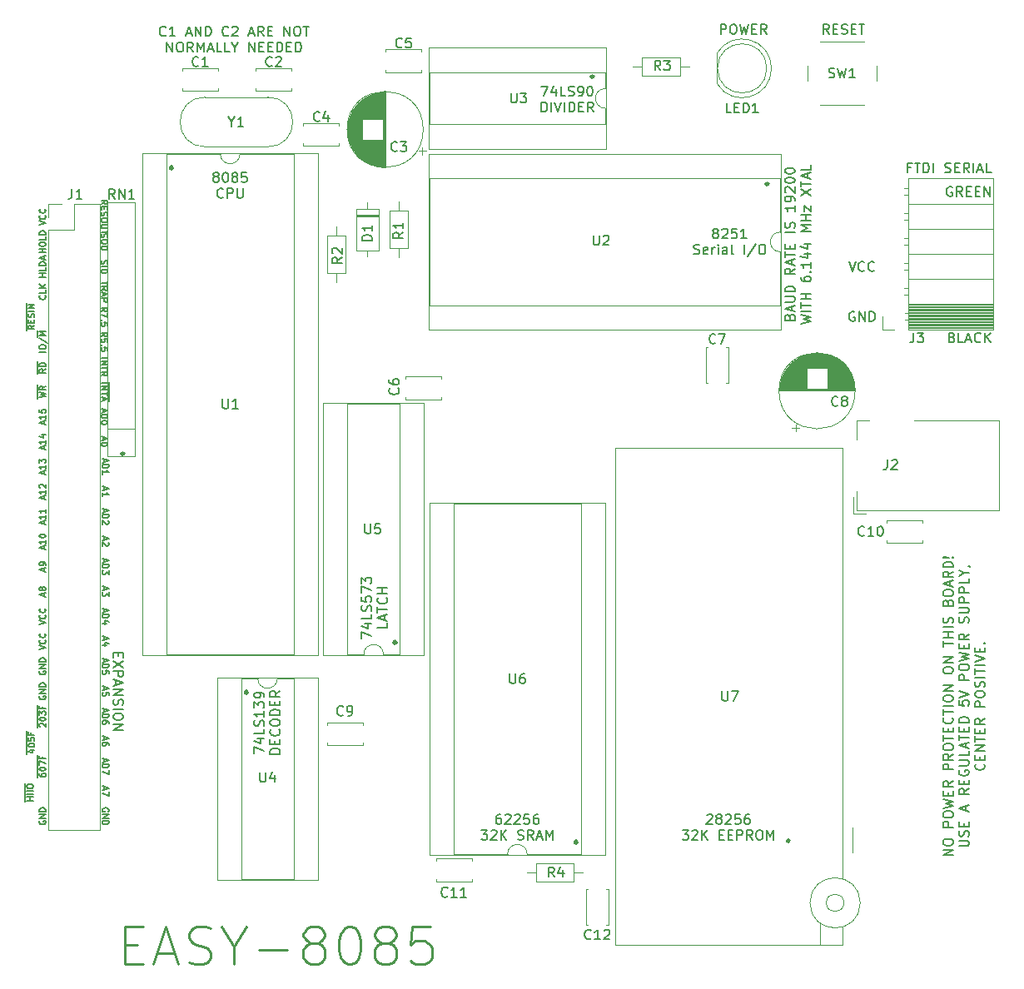
<source format=gto>
G04 #@! TF.GenerationSoftware,KiCad,Pcbnew,6.0.2*
G04 #@! TF.CreationDate,2022-02-13T20:57:11-08:00*
G04 #@! TF.ProjectId,Easy8085,45617379-3830-4383-952e-6b696361645f,rev?*
G04 #@! TF.SameCoordinates,Original*
G04 #@! TF.FileFunction,Legend,Top*
G04 #@! TF.FilePolarity,Positive*
%FSLAX46Y46*%
G04 Gerber Fmt 4.6, Leading zero omitted, Abs format (unit mm)*
G04 Created by KiCad (PCBNEW 6.0.2) date 2022-02-13 20:57:11*
%MOMM*%
%LPD*%
G01*
G04 APERTURE LIST*
%ADD10C,0.150000*%
%ADD11C,0.228600*%
%ADD12C,0.120000*%
G04 APERTURE END LIST*
D10*
X156591190Y-59400952D02*
X156495952Y-59353333D01*
X156448333Y-59305714D01*
X156400714Y-59210476D01*
X156400714Y-59162857D01*
X156448333Y-59067619D01*
X156495952Y-59020000D01*
X156591190Y-58972380D01*
X156781666Y-58972380D01*
X156876904Y-59020000D01*
X156924523Y-59067619D01*
X156972142Y-59162857D01*
X156972142Y-59210476D01*
X156924523Y-59305714D01*
X156876904Y-59353333D01*
X156781666Y-59400952D01*
X156591190Y-59400952D01*
X156495952Y-59448571D01*
X156448333Y-59496190D01*
X156400714Y-59591428D01*
X156400714Y-59781904D01*
X156448333Y-59877142D01*
X156495952Y-59924761D01*
X156591190Y-59972380D01*
X156781666Y-59972380D01*
X156876904Y-59924761D01*
X156924523Y-59877142D01*
X156972142Y-59781904D01*
X156972142Y-59591428D01*
X156924523Y-59496190D01*
X156876904Y-59448571D01*
X156781666Y-59400952D01*
X157353095Y-59067619D02*
X157400714Y-59020000D01*
X157495952Y-58972380D01*
X157734047Y-58972380D01*
X157829285Y-59020000D01*
X157876904Y-59067619D01*
X157924523Y-59162857D01*
X157924523Y-59258095D01*
X157876904Y-59400952D01*
X157305476Y-59972380D01*
X157924523Y-59972380D01*
X158829285Y-58972380D02*
X158353095Y-58972380D01*
X158305476Y-59448571D01*
X158353095Y-59400952D01*
X158448333Y-59353333D01*
X158686428Y-59353333D01*
X158781666Y-59400952D01*
X158829285Y-59448571D01*
X158876904Y-59543809D01*
X158876904Y-59781904D01*
X158829285Y-59877142D01*
X158781666Y-59924761D01*
X158686428Y-59972380D01*
X158448333Y-59972380D01*
X158353095Y-59924761D01*
X158305476Y-59877142D01*
X159829285Y-59972380D02*
X159257857Y-59972380D01*
X159543571Y-59972380D02*
X159543571Y-58972380D01*
X159448333Y-59115238D01*
X159353095Y-59210476D01*
X159257857Y-59258095D01*
X154472142Y-61534761D02*
X154615000Y-61582380D01*
X154853095Y-61582380D01*
X154948333Y-61534761D01*
X154995952Y-61487142D01*
X155043571Y-61391904D01*
X155043571Y-61296666D01*
X154995952Y-61201428D01*
X154948333Y-61153809D01*
X154853095Y-61106190D01*
X154662619Y-61058571D01*
X154567380Y-61010952D01*
X154519761Y-60963333D01*
X154472142Y-60868095D01*
X154472142Y-60772857D01*
X154519761Y-60677619D01*
X154567380Y-60630000D01*
X154662619Y-60582380D01*
X154900714Y-60582380D01*
X155043571Y-60630000D01*
X155853095Y-61534761D02*
X155757857Y-61582380D01*
X155567380Y-61582380D01*
X155472142Y-61534761D01*
X155424523Y-61439523D01*
X155424523Y-61058571D01*
X155472142Y-60963333D01*
X155567380Y-60915714D01*
X155757857Y-60915714D01*
X155853095Y-60963333D01*
X155900714Y-61058571D01*
X155900714Y-61153809D01*
X155424523Y-61249047D01*
X156329285Y-61582380D02*
X156329285Y-60915714D01*
X156329285Y-61106190D02*
X156376904Y-61010952D01*
X156424523Y-60963333D01*
X156519761Y-60915714D01*
X156615000Y-60915714D01*
X156948333Y-61582380D02*
X156948333Y-60915714D01*
X156948333Y-60582380D02*
X156900714Y-60630000D01*
X156948333Y-60677619D01*
X156995952Y-60630000D01*
X156948333Y-60582380D01*
X156948333Y-60677619D01*
X157853095Y-61582380D02*
X157853095Y-61058571D01*
X157805476Y-60963333D01*
X157710238Y-60915714D01*
X157519761Y-60915714D01*
X157424523Y-60963333D01*
X157853095Y-61534761D02*
X157757857Y-61582380D01*
X157519761Y-61582380D01*
X157424523Y-61534761D01*
X157376904Y-61439523D01*
X157376904Y-61344285D01*
X157424523Y-61249047D01*
X157519761Y-61201428D01*
X157757857Y-61201428D01*
X157853095Y-61153809D01*
X158472142Y-61582380D02*
X158376904Y-61534761D01*
X158329285Y-61439523D01*
X158329285Y-60582380D01*
X159615000Y-61582380D02*
X159615000Y-60582380D01*
X160805476Y-60534761D02*
X159948333Y-61820476D01*
X161329285Y-60582380D02*
X161519761Y-60582380D01*
X161615000Y-60630000D01*
X161710238Y-60725238D01*
X161757857Y-60915714D01*
X161757857Y-61249047D01*
X161710238Y-61439523D01*
X161615000Y-61534761D01*
X161519761Y-61582380D01*
X161329285Y-61582380D01*
X161234047Y-61534761D01*
X161138809Y-61439523D01*
X161091190Y-61249047D01*
X161091190Y-60915714D01*
X161138809Y-60725238D01*
X161234047Y-60630000D01*
X161329285Y-60582380D01*
X94509166Y-87493928D02*
X94509166Y-87796309D01*
X94327738Y-87433452D02*
X94962738Y-87645119D01*
X94327738Y-87856785D01*
X94327738Y-88068452D02*
X94962738Y-88068452D01*
X94962738Y-88219642D01*
X94932500Y-88310357D01*
X94872023Y-88370833D01*
X94811547Y-88401071D01*
X94690595Y-88431309D01*
X94599880Y-88431309D01*
X94478928Y-88401071D01*
X94418452Y-88370833D01*
X94357976Y-88310357D01*
X94327738Y-88219642D01*
X94327738Y-88068452D01*
X94902261Y-88673214D02*
X94932500Y-88703452D01*
X94962738Y-88763928D01*
X94962738Y-88915119D01*
X94932500Y-88975595D01*
X94902261Y-89005833D01*
X94841785Y-89036071D01*
X94781309Y-89036071D01*
X94690595Y-89005833D01*
X94327738Y-88642976D01*
X94327738Y-89036071D01*
X170815095Y-67445000D02*
X170719857Y-67397380D01*
X170577000Y-67397380D01*
X170434142Y-67445000D01*
X170338904Y-67540238D01*
X170291285Y-67635476D01*
X170243666Y-67825952D01*
X170243666Y-67968809D01*
X170291285Y-68159285D01*
X170338904Y-68254523D01*
X170434142Y-68349761D01*
X170577000Y-68397380D01*
X170672238Y-68397380D01*
X170815095Y-68349761D01*
X170862714Y-68302142D01*
X170862714Y-67968809D01*
X170672238Y-67968809D01*
X171291285Y-68397380D02*
X171291285Y-67397380D01*
X171862714Y-68397380D01*
X171862714Y-67397380D01*
X172338904Y-68397380D02*
X172338904Y-67397380D01*
X172577000Y-67397380D01*
X172719857Y-67445000D01*
X172815095Y-67540238D01*
X172862714Y-67635476D01*
X172910333Y-67825952D01*
X172910333Y-67968809D01*
X172862714Y-68159285D01*
X172815095Y-68254523D01*
X172719857Y-68349761D01*
X172577000Y-68397380D01*
X172338904Y-68397380D01*
X87947500Y-103988809D02*
X87917261Y-104049285D01*
X87917261Y-104140000D01*
X87947500Y-104230714D01*
X88007976Y-104291190D01*
X88068452Y-104321428D01*
X88189404Y-104351666D01*
X88280119Y-104351666D01*
X88401071Y-104321428D01*
X88461547Y-104291190D01*
X88522023Y-104230714D01*
X88552261Y-104140000D01*
X88552261Y-104079523D01*
X88522023Y-103988809D01*
X88491785Y-103958571D01*
X88280119Y-103958571D01*
X88280119Y-104079523D01*
X88552261Y-103686428D02*
X87917261Y-103686428D01*
X88552261Y-103323571D01*
X87917261Y-103323571D01*
X88552261Y-103021190D02*
X87917261Y-103021190D01*
X87917261Y-102870000D01*
X87947500Y-102779285D01*
X88007976Y-102718809D01*
X88068452Y-102688571D01*
X88189404Y-102658333D01*
X88280119Y-102658333D01*
X88401071Y-102688571D01*
X88461547Y-102718809D01*
X88522023Y-102779285D01*
X88552261Y-102870000D01*
X88552261Y-103021190D01*
X94230976Y-62214880D02*
X94200738Y-62305595D01*
X94200738Y-62456785D01*
X94230976Y-62517261D01*
X94261214Y-62547500D01*
X94321690Y-62577738D01*
X94382166Y-62577738D01*
X94442642Y-62547500D01*
X94472880Y-62517261D01*
X94503119Y-62456785D01*
X94533357Y-62335833D01*
X94563595Y-62275357D01*
X94593833Y-62245119D01*
X94654309Y-62214880D01*
X94714785Y-62214880D01*
X94775261Y-62245119D01*
X94805500Y-62275357D01*
X94835738Y-62335833D01*
X94835738Y-62487023D01*
X94805500Y-62577738D01*
X94200738Y-62849880D02*
X94835738Y-62849880D01*
X94200738Y-63152261D02*
X94835738Y-63152261D01*
X94835738Y-63303452D01*
X94805500Y-63394166D01*
X94745023Y-63454642D01*
X94684547Y-63484880D01*
X94563595Y-63515119D01*
X94472880Y-63515119D01*
X94351928Y-63484880D01*
X94291452Y-63454642D01*
X94230976Y-63394166D01*
X94200738Y-63303452D01*
X94200738Y-63152261D01*
X123958047Y-100934761D02*
X123958047Y-101176666D01*
X124018523Y-101176666D02*
X124018523Y-100934761D01*
X124079000Y-100874285D02*
X124079000Y-101237142D01*
X124139476Y-101176666D02*
X124139476Y-100934761D01*
X124199952Y-100934761D02*
X124199952Y-101176666D01*
X123958047Y-101116190D02*
X124079000Y-101237142D01*
X124199952Y-101116190D01*
X123958047Y-100995238D02*
X124079000Y-100874285D01*
X124199952Y-100995238D01*
X123958047Y-100934761D02*
X124079000Y-100874285D01*
X124199952Y-100934761D01*
X124260428Y-101055714D01*
X124199952Y-101176666D01*
X124079000Y-101237142D01*
X123958047Y-101176666D01*
X123897571Y-101055714D01*
X123958047Y-100934761D01*
X94509166Y-112893928D02*
X94509166Y-113196309D01*
X94327738Y-112833452D02*
X94962738Y-113045119D01*
X94327738Y-113256785D01*
X94327738Y-113468452D02*
X94962738Y-113468452D01*
X94962738Y-113619642D01*
X94932500Y-113710357D01*
X94872023Y-113770833D01*
X94811547Y-113801071D01*
X94690595Y-113831309D01*
X94599880Y-113831309D01*
X94478928Y-113801071D01*
X94418452Y-113770833D01*
X94357976Y-113710357D01*
X94327738Y-113619642D01*
X94327738Y-113468452D01*
X94962738Y-114042976D02*
X94962738Y-114466309D01*
X94327738Y-114194166D01*
X94382166Y-77333928D02*
X94382166Y-77636309D01*
X94200738Y-77273452D02*
X94835738Y-77485119D01*
X94200738Y-77696785D01*
X94200738Y-77908452D02*
X94835738Y-77908452D01*
X94835738Y-78059642D01*
X94805500Y-78150357D01*
X94745023Y-78210833D01*
X94684547Y-78241071D01*
X94563595Y-78271309D01*
X94472880Y-78271309D01*
X94351928Y-78241071D01*
X94291452Y-78210833D01*
X94230976Y-78150357D01*
X94200738Y-78059642D01*
X94200738Y-77908452D01*
X94835738Y-78664404D02*
X94835738Y-78724880D01*
X94805500Y-78785357D01*
X94775261Y-78815595D01*
X94714785Y-78845833D01*
X94593833Y-78876071D01*
X94442642Y-78876071D01*
X94321690Y-78845833D01*
X94261214Y-78815595D01*
X94230976Y-78785357D01*
X94200738Y-78724880D01*
X94200738Y-78664404D01*
X94230976Y-78603928D01*
X94261214Y-78573690D01*
X94321690Y-78543452D01*
X94442642Y-78513214D01*
X94593833Y-78513214D01*
X94714785Y-78543452D01*
X94775261Y-78573690D01*
X94805500Y-78603928D01*
X94835738Y-78664404D01*
X94200738Y-56484761D02*
X94503119Y-56273095D01*
X94200738Y-56121904D02*
X94835738Y-56121904D01*
X94835738Y-56363809D01*
X94805500Y-56424285D01*
X94775261Y-56454523D01*
X94714785Y-56484761D01*
X94624071Y-56484761D01*
X94563595Y-56454523D01*
X94533357Y-56424285D01*
X94503119Y-56363809D01*
X94503119Y-56121904D01*
X94533357Y-56756904D02*
X94533357Y-56968571D01*
X94200738Y-57059285D02*
X94200738Y-56756904D01*
X94835738Y-56756904D01*
X94835738Y-57059285D01*
X94230976Y-57301190D02*
X94200738Y-57391904D01*
X94200738Y-57543095D01*
X94230976Y-57603571D01*
X94261214Y-57633809D01*
X94321690Y-57664047D01*
X94382166Y-57664047D01*
X94442642Y-57633809D01*
X94472880Y-57603571D01*
X94503119Y-57543095D01*
X94533357Y-57422142D01*
X94563595Y-57361666D01*
X94593833Y-57331428D01*
X94654309Y-57301190D01*
X94714785Y-57301190D01*
X94775261Y-57331428D01*
X94805500Y-57361666D01*
X94835738Y-57422142D01*
X94835738Y-57573333D01*
X94805500Y-57664047D01*
X94835738Y-58057142D02*
X94835738Y-58178095D01*
X94805500Y-58238571D01*
X94745023Y-58299047D01*
X94624071Y-58329285D01*
X94412404Y-58329285D01*
X94291452Y-58299047D01*
X94230976Y-58238571D01*
X94200738Y-58178095D01*
X94200738Y-58057142D01*
X94230976Y-57996666D01*
X94291452Y-57936190D01*
X94412404Y-57905952D01*
X94624071Y-57905952D01*
X94745023Y-57936190D01*
X94805500Y-57996666D01*
X94835738Y-58057142D01*
X94835738Y-58601428D02*
X94321690Y-58601428D01*
X94261214Y-58631666D01*
X94230976Y-58661904D01*
X94200738Y-58722380D01*
X94200738Y-58843333D01*
X94230976Y-58903809D01*
X94261214Y-58934047D01*
X94321690Y-58964285D01*
X94835738Y-58964285D01*
X94835738Y-59175952D02*
X94835738Y-59538809D01*
X94200738Y-59357380D02*
X94835738Y-59357380D01*
X88370833Y-93798571D02*
X88370833Y-93496190D01*
X88552261Y-93859047D02*
X87917261Y-93647380D01*
X88552261Y-93435714D01*
X88552261Y-93193809D02*
X88552261Y-93072857D01*
X88522023Y-93012380D01*
X88491785Y-92982142D01*
X88401071Y-92921666D01*
X88280119Y-92891428D01*
X88038214Y-92891428D01*
X87977738Y-92921666D01*
X87947500Y-92951904D01*
X87917261Y-93012380D01*
X87917261Y-93133333D01*
X87947500Y-93193809D01*
X87977738Y-93224047D01*
X88038214Y-93254285D01*
X88189404Y-93254285D01*
X88249880Y-93224047D01*
X88280119Y-93193809D01*
X88310357Y-93133333D01*
X88310357Y-93012380D01*
X88280119Y-92951904D01*
X88249880Y-92921666D01*
X88189404Y-92891428D01*
D11*
X96628857Y-131807857D02*
X97898857Y-131807857D01*
X98443142Y-133803571D02*
X96628857Y-133803571D01*
X96628857Y-129993571D01*
X98443142Y-129993571D01*
X99894571Y-132715000D02*
X101708857Y-132715000D01*
X99531714Y-133803571D02*
X100801714Y-129993571D01*
X102071714Y-133803571D01*
X103160285Y-133622142D02*
X103704571Y-133803571D01*
X104611714Y-133803571D01*
X104974571Y-133622142D01*
X105156000Y-133440714D01*
X105337428Y-133077857D01*
X105337428Y-132715000D01*
X105156000Y-132352142D01*
X104974571Y-132170714D01*
X104611714Y-131989285D01*
X103886000Y-131807857D01*
X103523142Y-131626428D01*
X103341714Y-131445000D01*
X103160285Y-131082142D01*
X103160285Y-130719285D01*
X103341714Y-130356428D01*
X103523142Y-130175000D01*
X103886000Y-129993571D01*
X104793142Y-129993571D01*
X105337428Y-130175000D01*
X107696000Y-131989285D02*
X107696000Y-133803571D01*
X106426000Y-129993571D02*
X107696000Y-131989285D01*
X108966000Y-129993571D01*
X110236000Y-132352142D02*
X113138857Y-132352142D01*
X115497428Y-131626428D02*
X115134571Y-131445000D01*
X114953142Y-131263571D01*
X114771714Y-130900714D01*
X114771714Y-130719285D01*
X114953142Y-130356428D01*
X115134571Y-130175000D01*
X115497428Y-129993571D01*
X116223142Y-129993571D01*
X116586000Y-130175000D01*
X116767428Y-130356428D01*
X116948857Y-130719285D01*
X116948857Y-130900714D01*
X116767428Y-131263571D01*
X116586000Y-131445000D01*
X116223142Y-131626428D01*
X115497428Y-131626428D01*
X115134571Y-131807857D01*
X114953142Y-131989285D01*
X114771714Y-132352142D01*
X114771714Y-133077857D01*
X114953142Y-133440714D01*
X115134571Y-133622142D01*
X115497428Y-133803571D01*
X116223142Y-133803571D01*
X116586000Y-133622142D01*
X116767428Y-133440714D01*
X116948857Y-133077857D01*
X116948857Y-132352142D01*
X116767428Y-131989285D01*
X116586000Y-131807857D01*
X116223142Y-131626428D01*
X119307428Y-129993571D02*
X119670285Y-129993571D01*
X120033142Y-130175000D01*
X120214571Y-130356428D01*
X120396000Y-130719285D01*
X120577428Y-131445000D01*
X120577428Y-132352142D01*
X120396000Y-133077857D01*
X120214571Y-133440714D01*
X120033142Y-133622142D01*
X119670285Y-133803571D01*
X119307428Y-133803571D01*
X118944571Y-133622142D01*
X118763142Y-133440714D01*
X118581714Y-133077857D01*
X118400285Y-132352142D01*
X118400285Y-131445000D01*
X118581714Y-130719285D01*
X118763142Y-130356428D01*
X118944571Y-130175000D01*
X119307428Y-129993571D01*
X122754571Y-131626428D02*
X122391714Y-131445000D01*
X122210285Y-131263571D01*
X122028857Y-130900714D01*
X122028857Y-130719285D01*
X122210285Y-130356428D01*
X122391714Y-130175000D01*
X122754571Y-129993571D01*
X123480285Y-129993571D01*
X123843142Y-130175000D01*
X124024571Y-130356428D01*
X124206000Y-130719285D01*
X124206000Y-130900714D01*
X124024571Y-131263571D01*
X123843142Y-131445000D01*
X123480285Y-131626428D01*
X122754571Y-131626428D01*
X122391714Y-131807857D01*
X122210285Y-131989285D01*
X122028857Y-132352142D01*
X122028857Y-133077857D01*
X122210285Y-133440714D01*
X122391714Y-133622142D01*
X122754571Y-133803571D01*
X123480285Y-133803571D01*
X123843142Y-133622142D01*
X124024571Y-133440714D01*
X124206000Y-133077857D01*
X124206000Y-132352142D01*
X124024571Y-131989285D01*
X123843142Y-131807857D01*
X123480285Y-131626428D01*
X127653142Y-129993571D02*
X125838857Y-129993571D01*
X125657428Y-131807857D01*
X125838857Y-131626428D01*
X126201714Y-131445000D01*
X127108857Y-131445000D01*
X127471714Y-131626428D01*
X127653142Y-131807857D01*
X127834571Y-132170714D01*
X127834571Y-133077857D01*
X127653142Y-133440714D01*
X127471714Y-133622142D01*
X127108857Y-133803571D01*
X126201714Y-133803571D01*
X125838857Y-133622142D01*
X125657428Y-133440714D01*
D10*
X142373047Y-121254761D02*
X142373047Y-121496666D01*
X142433523Y-121496666D02*
X142433523Y-121254761D01*
X142494000Y-121194285D02*
X142494000Y-121557142D01*
X142554476Y-121496666D02*
X142554476Y-121254761D01*
X142614952Y-121254761D02*
X142614952Y-121496666D01*
X142373047Y-121436190D02*
X142494000Y-121557142D01*
X142614952Y-121436190D01*
X142373047Y-121315238D02*
X142494000Y-121194285D01*
X142614952Y-121315238D01*
X142373047Y-121254761D02*
X142494000Y-121194285D01*
X142614952Y-121254761D01*
X142675428Y-121375714D01*
X142614952Y-121496666D01*
X142494000Y-121557142D01*
X142373047Y-121496666D01*
X142312571Y-121375714D01*
X142373047Y-121254761D01*
X87947500Y-119228809D02*
X87917261Y-119289285D01*
X87917261Y-119380000D01*
X87947500Y-119470714D01*
X88007976Y-119531190D01*
X88068452Y-119561428D01*
X88189404Y-119591666D01*
X88280119Y-119591666D01*
X88401071Y-119561428D01*
X88461547Y-119531190D01*
X88522023Y-119470714D01*
X88552261Y-119380000D01*
X88552261Y-119319523D01*
X88522023Y-119228809D01*
X88491785Y-119198571D01*
X88280119Y-119198571D01*
X88280119Y-119319523D01*
X88552261Y-118926428D02*
X87917261Y-118926428D01*
X88552261Y-118563571D01*
X87917261Y-118563571D01*
X88552261Y-118261190D02*
X87917261Y-118261190D01*
X87917261Y-118110000D01*
X87947500Y-118019285D01*
X88007976Y-117958809D01*
X88068452Y-117928571D01*
X88189404Y-117898333D01*
X88280119Y-117898333D01*
X88401071Y-117928571D01*
X88461547Y-117958809D01*
X88522023Y-118019285D01*
X88552261Y-118110000D01*
X88552261Y-118261190D01*
X94509166Y-85271428D02*
X94509166Y-85573809D01*
X94327738Y-85210952D02*
X94962738Y-85422619D01*
X94327738Y-85634285D01*
X94327738Y-86178571D02*
X94327738Y-85815714D01*
X94327738Y-85997142D02*
X94962738Y-85997142D01*
X94872023Y-85936666D01*
X94811547Y-85876190D01*
X94781309Y-85815714D01*
X94932500Y-118261190D02*
X94962738Y-118200714D01*
X94962738Y-118110000D01*
X94932500Y-118019285D01*
X94872023Y-117958809D01*
X94811547Y-117928571D01*
X94690595Y-117898333D01*
X94599880Y-117898333D01*
X94478928Y-117928571D01*
X94418452Y-117958809D01*
X94357976Y-118019285D01*
X94327738Y-118110000D01*
X94327738Y-118170476D01*
X94357976Y-118261190D01*
X94388214Y-118291428D01*
X94599880Y-118291428D01*
X94599880Y-118170476D01*
X94327738Y-118563571D02*
X94962738Y-118563571D01*
X94327738Y-118926428D01*
X94962738Y-118926428D01*
X94327738Y-119228809D02*
X94962738Y-119228809D01*
X94962738Y-119380000D01*
X94932500Y-119470714D01*
X94872023Y-119531190D01*
X94811547Y-119561428D01*
X94690595Y-119591666D01*
X94599880Y-119591666D01*
X94478928Y-119561428D01*
X94418452Y-119531190D01*
X94357976Y-119470714D01*
X94327738Y-119380000D01*
X94327738Y-119228809D01*
X161804047Y-54325761D02*
X161804047Y-54567666D01*
X161864523Y-54567666D02*
X161864523Y-54325761D01*
X161925000Y-54265285D02*
X161925000Y-54628142D01*
X161985476Y-54567666D02*
X161985476Y-54325761D01*
X162045952Y-54325761D02*
X162045952Y-54567666D01*
X161804047Y-54507190D02*
X161925000Y-54628142D01*
X162045952Y-54507190D01*
X161804047Y-54386238D02*
X161925000Y-54265285D01*
X162045952Y-54386238D01*
X161804047Y-54325761D02*
X161925000Y-54265285D01*
X162045952Y-54325761D01*
X162106428Y-54446714D01*
X162045952Y-54567666D01*
X161925000Y-54628142D01*
X161804047Y-54567666D01*
X161743571Y-54446714D01*
X161804047Y-54325761D01*
X87737950Y-76245357D02*
X87737950Y-75519642D01*
X87917261Y-76154642D02*
X88552261Y-76003452D01*
X88098690Y-75882500D01*
X88552261Y-75761547D01*
X87917261Y-75610357D01*
X87737950Y-75519642D02*
X87737950Y-74884642D01*
X88552261Y-75005595D02*
X88249880Y-75217261D01*
X88552261Y-75368452D02*
X87917261Y-75368452D01*
X87917261Y-75126547D01*
X87947500Y-75066071D01*
X87977738Y-75035833D01*
X88038214Y-75005595D01*
X88128928Y-75005595D01*
X88189404Y-75035833D01*
X88219642Y-75066071D01*
X88249880Y-75126547D01*
X88249880Y-75368452D01*
X94509166Y-92573928D02*
X94509166Y-92876309D01*
X94327738Y-92513452D02*
X94962738Y-92725119D01*
X94327738Y-92936785D01*
X94327738Y-93148452D02*
X94962738Y-93148452D01*
X94962738Y-93299642D01*
X94932500Y-93390357D01*
X94872023Y-93450833D01*
X94811547Y-93481071D01*
X94690595Y-93511309D01*
X94599880Y-93511309D01*
X94478928Y-93481071D01*
X94418452Y-93450833D01*
X94357976Y-93390357D01*
X94327738Y-93299642D01*
X94327738Y-93148452D01*
X94962738Y-93722976D02*
X94962738Y-94116071D01*
X94720833Y-93904404D01*
X94720833Y-93995119D01*
X94690595Y-94055595D01*
X94660357Y-94085833D01*
X94599880Y-94116071D01*
X94448690Y-94116071D01*
X94388214Y-94085833D01*
X94357976Y-94055595D01*
X94327738Y-93995119D01*
X94327738Y-93813690D01*
X94357976Y-93753214D01*
X94388214Y-93722976D01*
X163963047Y-121127761D02*
X163963047Y-121369666D01*
X164023523Y-121369666D02*
X164023523Y-121127761D01*
X164084000Y-121067285D02*
X164084000Y-121430142D01*
X164144476Y-121369666D02*
X164144476Y-121127761D01*
X164204952Y-121127761D02*
X164204952Y-121369666D01*
X163963047Y-121309190D02*
X164084000Y-121430142D01*
X164204952Y-121309190D01*
X163963047Y-121188238D02*
X164084000Y-121067285D01*
X164204952Y-121188238D01*
X163963047Y-121127761D02*
X164084000Y-121067285D01*
X164204952Y-121127761D01*
X164265428Y-121248714D01*
X164204952Y-121369666D01*
X164084000Y-121430142D01*
X163963047Y-121369666D01*
X163902571Y-121248714D01*
X163963047Y-121127761D01*
X94509166Y-90351428D02*
X94509166Y-90653809D01*
X94327738Y-90290952D02*
X94962738Y-90502619D01*
X94327738Y-90714285D01*
X94902261Y-90895714D02*
X94932500Y-90925952D01*
X94962738Y-90986428D01*
X94962738Y-91137619D01*
X94932500Y-91198095D01*
X94902261Y-91228333D01*
X94841785Y-91258571D01*
X94781309Y-91258571D01*
X94690595Y-91228333D01*
X94327738Y-90865476D01*
X94327738Y-91258571D01*
X94200738Y-69925595D02*
X94503119Y-69713928D01*
X94200738Y-69562738D02*
X94835738Y-69562738D01*
X94835738Y-69804642D01*
X94805500Y-69865119D01*
X94775261Y-69895357D01*
X94714785Y-69925595D01*
X94624071Y-69925595D01*
X94563595Y-69895357D01*
X94533357Y-69865119D01*
X94503119Y-69804642D01*
X94503119Y-69562738D01*
X94835738Y-70500119D02*
X94835738Y-70197738D01*
X94533357Y-70167500D01*
X94563595Y-70197738D01*
X94593833Y-70258214D01*
X94593833Y-70409404D01*
X94563595Y-70469880D01*
X94533357Y-70500119D01*
X94472880Y-70530357D01*
X94321690Y-70530357D01*
X94261214Y-70500119D01*
X94230976Y-70469880D01*
X94200738Y-70409404D01*
X94200738Y-70258214D01*
X94230976Y-70197738D01*
X94261214Y-70167500D01*
X94261214Y-70802500D02*
X94230976Y-70832738D01*
X94200738Y-70802500D01*
X94230976Y-70772261D01*
X94261214Y-70802500D01*
X94200738Y-70802500D01*
X94835738Y-71407261D02*
X94835738Y-71104880D01*
X94533357Y-71074642D01*
X94563595Y-71104880D01*
X94593833Y-71165357D01*
X94593833Y-71316547D01*
X94563595Y-71377023D01*
X94533357Y-71407261D01*
X94472880Y-71437500D01*
X94321690Y-71437500D01*
X94261214Y-71407261D01*
X94230976Y-71377023D01*
X94200738Y-71316547D01*
X94200738Y-71165357D01*
X94230976Y-71104880D01*
X94261214Y-71074642D01*
X88370833Y-89020952D02*
X88370833Y-88718571D01*
X88552261Y-89081428D02*
X87917261Y-88869761D01*
X88552261Y-88658095D01*
X88552261Y-88113809D02*
X88552261Y-88476666D01*
X88552261Y-88295238D02*
X87917261Y-88295238D01*
X88007976Y-88355714D01*
X88068452Y-88416190D01*
X88098690Y-88476666D01*
X88552261Y-87509047D02*
X88552261Y-87871904D01*
X88552261Y-87690476D02*
X87917261Y-87690476D01*
X88007976Y-87750952D01*
X88068452Y-87811428D01*
X88098690Y-87871904D01*
X176546619Y-52760571D02*
X176213285Y-52760571D01*
X176213285Y-53284380D02*
X176213285Y-52284380D01*
X176689476Y-52284380D01*
X176927571Y-52284380D02*
X177499000Y-52284380D01*
X177213285Y-53284380D02*
X177213285Y-52284380D01*
X177832333Y-53284380D02*
X177832333Y-52284380D01*
X178070428Y-52284380D01*
X178213285Y-52332000D01*
X178308523Y-52427238D01*
X178356142Y-52522476D01*
X178403762Y-52712952D01*
X178403762Y-52855809D01*
X178356142Y-53046285D01*
X178308523Y-53141523D01*
X178213285Y-53236761D01*
X178070428Y-53284380D01*
X177832333Y-53284380D01*
X178832333Y-53284380D02*
X178832333Y-52284380D01*
X180022809Y-53236761D02*
X180165666Y-53284380D01*
X180403762Y-53284380D01*
X180499000Y-53236761D01*
X180546619Y-53189142D01*
X180594238Y-53093904D01*
X180594238Y-52998666D01*
X180546619Y-52903428D01*
X180499000Y-52855809D01*
X180403762Y-52808190D01*
X180213285Y-52760571D01*
X180118047Y-52712952D01*
X180070428Y-52665333D01*
X180022809Y-52570095D01*
X180022809Y-52474857D01*
X180070428Y-52379619D01*
X180118047Y-52332000D01*
X180213285Y-52284380D01*
X180451381Y-52284380D01*
X180594238Y-52332000D01*
X181022809Y-52760571D02*
X181356142Y-52760571D01*
X181499000Y-53284380D02*
X181022809Y-53284380D01*
X181022809Y-52284380D01*
X181499000Y-52284380D01*
X182499000Y-53284380D02*
X182165666Y-52808190D01*
X181927571Y-53284380D02*
X181927571Y-52284380D01*
X182308523Y-52284380D01*
X182403762Y-52332000D01*
X182451381Y-52379619D01*
X182499000Y-52474857D01*
X182499000Y-52617714D01*
X182451381Y-52712952D01*
X182403762Y-52760571D01*
X182308523Y-52808190D01*
X181927571Y-52808190D01*
X182927571Y-53284380D02*
X182927571Y-52284380D01*
X183356142Y-52998666D02*
X183832333Y-52998666D01*
X183260904Y-53284380D02*
X183594238Y-52284380D01*
X183927571Y-53284380D01*
X184737095Y-53284380D02*
X184260904Y-53284380D01*
X184260904Y-52284380D01*
X87737950Y-109764285D02*
X87737950Y-109159523D01*
X87977738Y-109643333D02*
X87947500Y-109613095D01*
X87917261Y-109552619D01*
X87917261Y-109401428D01*
X87947500Y-109340952D01*
X87977738Y-109310714D01*
X88038214Y-109280476D01*
X88098690Y-109280476D01*
X88189404Y-109310714D01*
X88552261Y-109673571D01*
X88552261Y-109280476D01*
X87737950Y-109159523D02*
X87737950Y-108554761D01*
X87917261Y-108887380D02*
X87917261Y-108826904D01*
X87947500Y-108766428D01*
X87977738Y-108736190D01*
X88038214Y-108705952D01*
X88159166Y-108675714D01*
X88310357Y-108675714D01*
X88431309Y-108705952D01*
X88491785Y-108736190D01*
X88522023Y-108766428D01*
X88552261Y-108826904D01*
X88552261Y-108887380D01*
X88522023Y-108947857D01*
X88491785Y-108978095D01*
X88431309Y-109008333D01*
X88310357Y-109038571D01*
X88159166Y-109038571D01*
X88038214Y-109008333D01*
X87977738Y-108978095D01*
X87947500Y-108947857D01*
X87917261Y-108887380D01*
X87737950Y-108554761D02*
X87737950Y-107950000D01*
X87917261Y-108464047D02*
X87917261Y-108070952D01*
X88159166Y-108282619D01*
X88159166Y-108191904D01*
X88189404Y-108131428D01*
X88219642Y-108101190D01*
X88280119Y-108070952D01*
X88431309Y-108070952D01*
X88491785Y-108101190D01*
X88522023Y-108131428D01*
X88552261Y-108191904D01*
X88552261Y-108373333D01*
X88522023Y-108433809D01*
X88491785Y-108464047D01*
X87737950Y-107950000D02*
X87737950Y-107405714D01*
X88219642Y-107587142D02*
X88219642Y-107798809D01*
X88552261Y-107798809D02*
X87917261Y-107798809D01*
X87917261Y-107496428D01*
X100767428Y-39303142D02*
X100719809Y-39350761D01*
X100576952Y-39398380D01*
X100481714Y-39398380D01*
X100338857Y-39350761D01*
X100243619Y-39255523D01*
X100196000Y-39160285D01*
X100148380Y-38969809D01*
X100148380Y-38826952D01*
X100196000Y-38636476D01*
X100243619Y-38541238D01*
X100338857Y-38446000D01*
X100481714Y-38398380D01*
X100576952Y-38398380D01*
X100719809Y-38446000D01*
X100767428Y-38493619D01*
X101719809Y-39398380D02*
X101148380Y-39398380D01*
X101434095Y-39398380D02*
X101434095Y-38398380D01*
X101338857Y-38541238D01*
X101243619Y-38636476D01*
X101148380Y-38684095D01*
X102862666Y-39112666D02*
X103338857Y-39112666D01*
X102767428Y-39398380D02*
X103100761Y-38398380D01*
X103434095Y-39398380D01*
X103767428Y-39398380D02*
X103767428Y-38398380D01*
X104338857Y-39398380D01*
X104338857Y-38398380D01*
X104815047Y-39398380D02*
X104815047Y-38398380D01*
X105053142Y-38398380D01*
X105196000Y-38446000D01*
X105291238Y-38541238D01*
X105338857Y-38636476D01*
X105386476Y-38826952D01*
X105386476Y-38969809D01*
X105338857Y-39160285D01*
X105291238Y-39255523D01*
X105196000Y-39350761D01*
X105053142Y-39398380D01*
X104815047Y-39398380D01*
X107148380Y-39303142D02*
X107100761Y-39350761D01*
X106957904Y-39398380D01*
X106862666Y-39398380D01*
X106719809Y-39350761D01*
X106624571Y-39255523D01*
X106576952Y-39160285D01*
X106529333Y-38969809D01*
X106529333Y-38826952D01*
X106576952Y-38636476D01*
X106624571Y-38541238D01*
X106719809Y-38446000D01*
X106862666Y-38398380D01*
X106957904Y-38398380D01*
X107100761Y-38446000D01*
X107148380Y-38493619D01*
X107529333Y-38493619D02*
X107576952Y-38446000D01*
X107672190Y-38398380D01*
X107910285Y-38398380D01*
X108005523Y-38446000D01*
X108053142Y-38493619D01*
X108100761Y-38588857D01*
X108100761Y-38684095D01*
X108053142Y-38826952D01*
X107481714Y-39398380D01*
X108100761Y-39398380D01*
X109243619Y-39112666D02*
X109719809Y-39112666D01*
X109148380Y-39398380D02*
X109481714Y-38398380D01*
X109815047Y-39398380D01*
X110719809Y-39398380D02*
X110386476Y-38922190D01*
X110148380Y-39398380D02*
X110148380Y-38398380D01*
X110529333Y-38398380D01*
X110624571Y-38446000D01*
X110672190Y-38493619D01*
X110719809Y-38588857D01*
X110719809Y-38731714D01*
X110672190Y-38826952D01*
X110624571Y-38874571D01*
X110529333Y-38922190D01*
X110148380Y-38922190D01*
X111148380Y-38874571D02*
X111481714Y-38874571D01*
X111624571Y-39398380D02*
X111148380Y-39398380D01*
X111148380Y-38398380D01*
X111624571Y-38398380D01*
X112815047Y-39398380D02*
X112815047Y-38398380D01*
X113386476Y-39398380D01*
X113386476Y-38398380D01*
X114053142Y-38398380D02*
X114243619Y-38398380D01*
X114338857Y-38446000D01*
X114434095Y-38541238D01*
X114481714Y-38731714D01*
X114481714Y-39065047D01*
X114434095Y-39255523D01*
X114338857Y-39350761D01*
X114243619Y-39398380D01*
X114053142Y-39398380D01*
X113957904Y-39350761D01*
X113862666Y-39255523D01*
X113815047Y-39065047D01*
X113815047Y-38731714D01*
X113862666Y-38541238D01*
X113957904Y-38446000D01*
X114053142Y-38398380D01*
X114767428Y-38398380D02*
X115338857Y-38398380D01*
X115053142Y-39398380D02*
X115053142Y-38398380D01*
X100886476Y-41008380D02*
X100886476Y-40008380D01*
X101457904Y-41008380D01*
X101457904Y-40008380D01*
X102124571Y-40008380D02*
X102315047Y-40008380D01*
X102410285Y-40056000D01*
X102505523Y-40151238D01*
X102553142Y-40341714D01*
X102553142Y-40675047D01*
X102505523Y-40865523D01*
X102410285Y-40960761D01*
X102315047Y-41008380D01*
X102124571Y-41008380D01*
X102029333Y-40960761D01*
X101934095Y-40865523D01*
X101886476Y-40675047D01*
X101886476Y-40341714D01*
X101934095Y-40151238D01*
X102029333Y-40056000D01*
X102124571Y-40008380D01*
X103553142Y-41008380D02*
X103219809Y-40532190D01*
X102981714Y-41008380D02*
X102981714Y-40008380D01*
X103362666Y-40008380D01*
X103457904Y-40056000D01*
X103505523Y-40103619D01*
X103553142Y-40198857D01*
X103553142Y-40341714D01*
X103505523Y-40436952D01*
X103457904Y-40484571D01*
X103362666Y-40532190D01*
X102981714Y-40532190D01*
X103981714Y-41008380D02*
X103981714Y-40008380D01*
X104315047Y-40722666D01*
X104648380Y-40008380D01*
X104648380Y-41008380D01*
X105076952Y-40722666D02*
X105553142Y-40722666D01*
X104981714Y-41008380D02*
X105315047Y-40008380D01*
X105648380Y-41008380D01*
X106457904Y-41008380D02*
X105981714Y-41008380D01*
X105981714Y-40008380D01*
X107267428Y-41008380D02*
X106791238Y-41008380D01*
X106791238Y-40008380D01*
X107791238Y-40532190D02*
X107791238Y-41008380D01*
X107457904Y-40008380D02*
X107791238Y-40532190D01*
X108124571Y-40008380D01*
X109219809Y-41008380D02*
X109219809Y-40008380D01*
X109791238Y-41008380D01*
X109791238Y-40008380D01*
X110267428Y-40484571D02*
X110600761Y-40484571D01*
X110743619Y-41008380D02*
X110267428Y-41008380D01*
X110267428Y-40008380D01*
X110743619Y-40008380D01*
X111172190Y-40484571D02*
X111505523Y-40484571D01*
X111648380Y-41008380D02*
X111172190Y-41008380D01*
X111172190Y-40008380D01*
X111648380Y-40008380D01*
X112076952Y-41008380D02*
X112076952Y-40008380D01*
X112315047Y-40008380D01*
X112457904Y-40056000D01*
X112553142Y-40151238D01*
X112600761Y-40246476D01*
X112648380Y-40436952D01*
X112648380Y-40579809D01*
X112600761Y-40770285D01*
X112553142Y-40865523D01*
X112457904Y-40960761D01*
X112315047Y-41008380D01*
X112076952Y-41008380D01*
X113076952Y-40484571D02*
X113410285Y-40484571D01*
X113553142Y-41008380D02*
X113076952Y-41008380D01*
X113076952Y-40008380D01*
X113553142Y-40008380D01*
X113981714Y-41008380D02*
X113981714Y-40008380D01*
X114219809Y-40008380D01*
X114362666Y-40056000D01*
X114457904Y-40151238D01*
X114505523Y-40246476D01*
X114553142Y-40436952D01*
X114553142Y-40579809D01*
X114505523Y-40770285D01*
X114457904Y-40865523D01*
X114362666Y-40960761D01*
X114219809Y-41008380D01*
X113981714Y-41008380D01*
X108845047Y-106014761D02*
X108845047Y-106256666D01*
X108905523Y-106256666D02*
X108905523Y-106014761D01*
X108966000Y-105954285D02*
X108966000Y-106317142D01*
X109026476Y-106256666D02*
X109026476Y-106014761D01*
X109086952Y-106014761D02*
X109086952Y-106256666D01*
X108845047Y-106196190D02*
X108966000Y-106317142D01*
X109086952Y-106196190D01*
X108845047Y-106075238D02*
X108966000Y-105954285D01*
X109086952Y-106075238D01*
X108845047Y-106014761D02*
X108966000Y-105954285D01*
X109086952Y-106014761D01*
X109147428Y-106135714D01*
X109086952Y-106256666D01*
X108966000Y-106317142D01*
X108845047Y-106256666D01*
X108784571Y-106135714D01*
X108845047Y-106014761D01*
X138962142Y-44494380D02*
X139628809Y-44494380D01*
X139200238Y-45494380D01*
X140438333Y-44827714D02*
X140438333Y-45494380D01*
X140200238Y-44446761D02*
X139962142Y-45161047D01*
X140581190Y-45161047D01*
X141438333Y-45494380D02*
X140962142Y-45494380D01*
X140962142Y-44494380D01*
X141724047Y-45446761D02*
X141866904Y-45494380D01*
X142105000Y-45494380D01*
X142200238Y-45446761D01*
X142247857Y-45399142D01*
X142295476Y-45303904D01*
X142295476Y-45208666D01*
X142247857Y-45113428D01*
X142200238Y-45065809D01*
X142105000Y-45018190D01*
X141914523Y-44970571D01*
X141819285Y-44922952D01*
X141771666Y-44875333D01*
X141724047Y-44780095D01*
X141724047Y-44684857D01*
X141771666Y-44589619D01*
X141819285Y-44542000D01*
X141914523Y-44494380D01*
X142152619Y-44494380D01*
X142295476Y-44542000D01*
X142771666Y-45494380D02*
X142962142Y-45494380D01*
X143057380Y-45446761D01*
X143105000Y-45399142D01*
X143200238Y-45256285D01*
X143247857Y-45065809D01*
X143247857Y-44684857D01*
X143200238Y-44589619D01*
X143152619Y-44542000D01*
X143057380Y-44494380D01*
X142866904Y-44494380D01*
X142771666Y-44542000D01*
X142724047Y-44589619D01*
X142676428Y-44684857D01*
X142676428Y-44922952D01*
X142724047Y-45018190D01*
X142771666Y-45065809D01*
X142866904Y-45113428D01*
X143057380Y-45113428D01*
X143152619Y-45065809D01*
X143200238Y-45018190D01*
X143247857Y-44922952D01*
X143866904Y-44494380D02*
X143962142Y-44494380D01*
X144057380Y-44542000D01*
X144105000Y-44589619D01*
X144152619Y-44684857D01*
X144200238Y-44875333D01*
X144200238Y-45113428D01*
X144152619Y-45303904D01*
X144105000Y-45399142D01*
X144057380Y-45446761D01*
X143962142Y-45494380D01*
X143866904Y-45494380D01*
X143771666Y-45446761D01*
X143724047Y-45399142D01*
X143676428Y-45303904D01*
X143628809Y-45113428D01*
X143628809Y-44875333D01*
X143676428Y-44684857D01*
X143724047Y-44589619D01*
X143771666Y-44542000D01*
X143866904Y-44494380D01*
X138985952Y-47104380D02*
X138985952Y-46104380D01*
X139224047Y-46104380D01*
X139366904Y-46152000D01*
X139462142Y-46247238D01*
X139509761Y-46342476D01*
X139557380Y-46532952D01*
X139557380Y-46675809D01*
X139509761Y-46866285D01*
X139462142Y-46961523D01*
X139366904Y-47056761D01*
X139224047Y-47104380D01*
X138985952Y-47104380D01*
X139985952Y-47104380D02*
X139985952Y-46104380D01*
X140319285Y-46104380D02*
X140652619Y-47104380D01*
X140985952Y-46104380D01*
X141319285Y-47104380D02*
X141319285Y-46104380D01*
X141795476Y-47104380D02*
X141795476Y-46104380D01*
X142033571Y-46104380D01*
X142176428Y-46152000D01*
X142271666Y-46247238D01*
X142319285Y-46342476D01*
X142366904Y-46532952D01*
X142366904Y-46675809D01*
X142319285Y-46866285D01*
X142271666Y-46961523D01*
X142176428Y-47056761D01*
X142033571Y-47104380D01*
X141795476Y-47104380D01*
X142795476Y-46580571D02*
X143128809Y-46580571D01*
X143271666Y-47104380D02*
X142795476Y-47104380D01*
X142795476Y-46104380D01*
X143271666Y-46104380D01*
X144271666Y-47104380D02*
X143938333Y-46628190D01*
X143700238Y-47104380D02*
X143700238Y-46104380D01*
X144081190Y-46104380D01*
X144176428Y-46152000D01*
X144224047Y-46199619D01*
X144271666Y-46294857D01*
X144271666Y-46437714D01*
X144224047Y-46532952D01*
X144176428Y-46580571D01*
X144081190Y-46628190D01*
X143700238Y-46628190D01*
X86594950Y-69335952D02*
X86594950Y-68700952D01*
X87409261Y-68821904D02*
X87106880Y-69033571D01*
X87409261Y-69184761D02*
X86774261Y-69184761D01*
X86774261Y-68942857D01*
X86804500Y-68882380D01*
X86834738Y-68852142D01*
X86895214Y-68821904D01*
X86985928Y-68821904D01*
X87046404Y-68852142D01*
X87076642Y-68882380D01*
X87106880Y-68942857D01*
X87106880Y-69184761D01*
X86594950Y-68700952D02*
X86594950Y-68126428D01*
X87076642Y-68549761D02*
X87076642Y-68338095D01*
X87409261Y-68247380D02*
X87409261Y-68549761D01*
X86774261Y-68549761D01*
X86774261Y-68247380D01*
X86594950Y-68126428D02*
X86594950Y-67521666D01*
X87379023Y-68005476D02*
X87409261Y-67914761D01*
X87409261Y-67763571D01*
X87379023Y-67703095D01*
X87348785Y-67672857D01*
X87288309Y-67642619D01*
X87227833Y-67642619D01*
X87167357Y-67672857D01*
X87137119Y-67703095D01*
X87106880Y-67763571D01*
X87076642Y-67884523D01*
X87046404Y-67945000D01*
X87016166Y-67975238D01*
X86955690Y-68005476D01*
X86895214Y-68005476D01*
X86834738Y-67975238D01*
X86804500Y-67945000D01*
X86774261Y-67884523D01*
X86774261Y-67733333D01*
X86804500Y-67642619D01*
X86594950Y-67521666D02*
X86594950Y-67219285D01*
X87409261Y-67370476D02*
X86774261Y-67370476D01*
X86594950Y-67219285D02*
X86594950Y-66554047D01*
X87409261Y-67068095D02*
X86774261Y-67068095D01*
X87409261Y-66705238D01*
X86774261Y-66705238D01*
X88370833Y-83940952D02*
X88370833Y-83638571D01*
X88552261Y-84001428D02*
X87917261Y-83789761D01*
X88552261Y-83578095D01*
X88552261Y-83033809D02*
X88552261Y-83396666D01*
X88552261Y-83215238D02*
X87917261Y-83215238D01*
X88007976Y-83275714D01*
X88068452Y-83336190D01*
X88098690Y-83396666D01*
X87917261Y-82822142D02*
X87917261Y-82429047D01*
X88159166Y-82640714D01*
X88159166Y-82550000D01*
X88189404Y-82489523D01*
X88219642Y-82459285D01*
X88280119Y-82429047D01*
X88431309Y-82429047D01*
X88491785Y-82459285D01*
X88522023Y-82489523D01*
X88552261Y-82550000D01*
X88552261Y-82731428D01*
X88522023Y-82791904D01*
X88491785Y-82822142D01*
X86467950Y-117299619D02*
X86467950Y-116634380D01*
X87282261Y-117148428D02*
X86647261Y-117148428D01*
X86949642Y-117148428D02*
X86949642Y-116785571D01*
X87282261Y-116785571D02*
X86647261Y-116785571D01*
X86467950Y-116634380D02*
X86467950Y-116332000D01*
X87282261Y-116483190D02*
X86647261Y-116483190D01*
X86467950Y-116332000D02*
X86467950Y-116029619D01*
X87282261Y-116180809D02*
X86647261Y-116180809D01*
X86467950Y-116029619D02*
X86467950Y-115364380D01*
X86647261Y-115757476D02*
X86647261Y-115636523D01*
X86677500Y-115576047D01*
X86737976Y-115515571D01*
X86858928Y-115485333D01*
X87070595Y-115485333D01*
X87191547Y-115515571D01*
X87252023Y-115576047D01*
X87282261Y-115636523D01*
X87282261Y-115757476D01*
X87252023Y-115817952D01*
X87191547Y-115878428D01*
X87070595Y-115908666D01*
X86858928Y-115908666D01*
X86737976Y-115878428D01*
X86677500Y-115817952D01*
X86647261Y-115757476D01*
X87917261Y-101811666D02*
X88552261Y-101600000D01*
X87917261Y-101388333D01*
X88491785Y-100813809D02*
X88522023Y-100844047D01*
X88552261Y-100934761D01*
X88552261Y-100995238D01*
X88522023Y-101085952D01*
X88461547Y-101146428D01*
X88401071Y-101176666D01*
X88280119Y-101206904D01*
X88189404Y-101206904D01*
X88068452Y-101176666D01*
X88007976Y-101146428D01*
X87947500Y-101085952D01*
X87917261Y-100995238D01*
X87917261Y-100934761D01*
X87947500Y-100844047D01*
X87977738Y-100813809D01*
X88491785Y-100178809D02*
X88522023Y-100209047D01*
X88552261Y-100299761D01*
X88552261Y-100360238D01*
X88522023Y-100450952D01*
X88461547Y-100511428D01*
X88401071Y-100541666D01*
X88280119Y-100571904D01*
X88189404Y-100571904D01*
X88068452Y-100541666D01*
X88007976Y-100511428D01*
X87947500Y-100450952D01*
X87917261Y-100360238D01*
X87917261Y-100299761D01*
X87947500Y-100209047D01*
X87977738Y-100178809D01*
X94509166Y-115751428D02*
X94509166Y-116053809D01*
X94327738Y-115690952D02*
X94962738Y-115902619D01*
X94327738Y-116114285D01*
X94962738Y-116265476D02*
X94962738Y-116688809D01*
X94327738Y-116416666D01*
X101225047Y-52674761D02*
X101225047Y-52916666D01*
X101285523Y-52916666D02*
X101285523Y-52674761D01*
X101346000Y-52614285D02*
X101346000Y-52977142D01*
X101406476Y-52916666D02*
X101406476Y-52674761D01*
X101466952Y-52674761D02*
X101466952Y-52916666D01*
X101225047Y-52856190D02*
X101346000Y-52977142D01*
X101466952Y-52856190D01*
X101225047Y-52735238D02*
X101346000Y-52614285D01*
X101466952Y-52735238D01*
X101225047Y-52674761D02*
X101346000Y-52614285D01*
X101466952Y-52674761D01*
X101527428Y-52795714D01*
X101466952Y-52916666D01*
X101346000Y-52977142D01*
X101225047Y-52916666D01*
X101164571Y-52795714D01*
X101225047Y-52674761D01*
X109772380Y-112339047D02*
X109772380Y-111672380D01*
X110772380Y-112100952D01*
X110105714Y-110862857D02*
X110772380Y-110862857D01*
X109724761Y-111100952D02*
X110439047Y-111339047D01*
X110439047Y-110720000D01*
X110772380Y-109862857D02*
X110772380Y-110339047D01*
X109772380Y-110339047D01*
X110724761Y-109577142D02*
X110772380Y-109434285D01*
X110772380Y-109196190D01*
X110724761Y-109100952D01*
X110677142Y-109053333D01*
X110581904Y-109005714D01*
X110486666Y-109005714D01*
X110391428Y-109053333D01*
X110343809Y-109100952D01*
X110296190Y-109196190D01*
X110248571Y-109386666D01*
X110200952Y-109481904D01*
X110153333Y-109529523D01*
X110058095Y-109577142D01*
X109962857Y-109577142D01*
X109867619Y-109529523D01*
X109820000Y-109481904D01*
X109772380Y-109386666D01*
X109772380Y-109148571D01*
X109820000Y-109005714D01*
X110772380Y-108053333D02*
X110772380Y-108624761D01*
X110772380Y-108339047D02*
X109772380Y-108339047D01*
X109915238Y-108434285D01*
X110010476Y-108529523D01*
X110058095Y-108624761D01*
X109772380Y-107720000D02*
X109772380Y-107100952D01*
X110153333Y-107434285D01*
X110153333Y-107291428D01*
X110200952Y-107196190D01*
X110248571Y-107148571D01*
X110343809Y-107100952D01*
X110581904Y-107100952D01*
X110677142Y-107148571D01*
X110724761Y-107196190D01*
X110772380Y-107291428D01*
X110772380Y-107577142D01*
X110724761Y-107672380D01*
X110677142Y-107720000D01*
X110772380Y-106624761D02*
X110772380Y-106434285D01*
X110724761Y-106339047D01*
X110677142Y-106291428D01*
X110534285Y-106196190D01*
X110343809Y-106148571D01*
X109962857Y-106148571D01*
X109867619Y-106196190D01*
X109820000Y-106243809D01*
X109772380Y-106339047D01*
X109772380Y-106529523D01*
X109820000Y-106624761D01*
X109867619Y-106672380D01*
X109962857Y-106720000D01*
X110200952Y-106720000D01*
X110296190Y-106672380D01*
X110343809Y-106624761D01*
X110391428Y-106529523D01*
X110391428Y-106339047D01*
X110343809Y-106243809D01*
X110296190Y-106196190D01*
X110200952Y-106148571D01*
X112382380Y-112410476D02*
X111382380Y-112410476D01*
X111382380Y-112172380D01*
X111430000Y-112029523D01*
X111525238Y-111934285D01*
X111620476Y-111886666D01*
X111810952Y-111839047D01*
X111953809Y-111839047D01*
X112144285Y-111886666D01*
X112239523Y-111934285D01*
X112334761Y-112029523D01*
X112382380Y-112172380D01*
X112382380Y-112410476D01*
X111858571Y-111410476D02*
X111858571Y-111077142D01*
X112382380Y-110934285D02*
X112382380Y-111410476D01*
X111382380Y-111410476D01*
X111382380Y-110934285D01*
X112287142Y-109934285D02*
X112334761Y-109981904D01*
X112382380Y-110124761D01*
X112382380Y-110220000D01*
X112334761Y-110362857D01*
X112239523Y-110458095D01*
X112144285Y-110505714D01*
X111953809Y-110553333D01*
X111810952Y-110553333D01*
X111620476Y-110505714D01*
X111525238Y-110458095D01*
X111430000Y-110362857D01*
X111382380Y-110220000D01*
X111382380Y-110124761D01*
X111430000Y-109981904D01*
X111477619Y-109934285D01*
X111382380Y-109315238D02*
X111382380Y-109124761D01*
X111430000Y-109029523D01*
X111525238Y-108934285D01*
X111715714Y-108886666D01*
X112049047Y-108886666D01*
X112239523Y-108934285D01*
X112334761Y-109029523D01*
X112382380Y-109124761D01*
X112382380Y-109315238D01*
X112334761Y-109410476D01*
X112239523Y-109505714D01*
X112049047Y-109553333D01*
X111715714Y-109553333D01*
X111525238Y-109505714D01*
X111430000Y-109410476D01*
X111382380Y-109315238D01*
X112382380Y-108458095D02*
X111382380Y-108458095D01*
X111382380Y-108220000D01*
X111430000Y-108077142D01*
X111525238Y-107981904D01*
X111620476Y-107934285D01*
X111810952Y-107886666D01*
X111953809Y-107886666D01*
X112144285Y-107934285D01*
X112239523Y-107981904D01*
X112334761Y-108077142D01*
X112382380Y-108220000D01*
X112382380Y-108458095D01*
X111858571Y-107458095D02*
X111858571Y-107124761D01*
X112382380Y-106981904D02*
X112382380Y-107458095D01*
X111382380Y-107458095D01*
X111382380Y-106981904D01*
X112382380Y-105981904D02*
X111906190Y-106315238D01*
X112382380Y-106553333D02*
X111382380Y-106553333D01*
X111382380Y-106172380D01*
X111430000Y-106077142D01*
X111477619Y-106029523D01*
X111572857Y-105981904D01*
X111715714Y-105981904D01*
X111810952Y-106029523D01*
X111858571Y-106077142D01*
X111906190Y-106172380D01*
X111906190Y-106553333D01*
X94509166Y-107813928D02*
X94509166Y-108116309D01*
X94327738Y-107753452D02*
X94962738Y-107965119D01*
X94327738Y-108176785D01*
X94327738Y-108388452D02*
X94962738Y-108388452D01*
X94962738Y-108539642D01*
X94932500Y-108630357D01*
X94872023Y-108690833D01*
X94811547Y-108721071D01*
X94690595Y-108751309D01*
X94599880Y-108751309D01*
X94478928Y-108721071D01*
X94418452Y-108690833D01*
X94357976Y-108630357D01*
X94327738Y-108539642D01*
X94327738Y-108388452D01*
X94962738Y-109295595D02*
X94962738Y-109174642D01*
X94932500Y-109114166D01*
X94902261Y-109083928D01*
X94811547Y-109023452D01*
X94690595Y-108993214D01*
X94448690Y-108993214D01*
X94388214Y-109023452D01*
X94357976Y-109053690D01*
X94327738Y-109114166D01*
X94327738Y-109235119D01*
X94357976Y-109295595D01*
X94388214Y-109325833D01*
X94448690Y-109356071D01*
X94599880Y-109356071D01*
X94660357Y-109325833D01*
X94690595Y-109295595D01*
X94720833Y-109235119D01*
X94720833Y-109114166D01*
X94690595Y-109053690D01*
X94660357Y-109023452D01*
X94599880Y-108993214D01*
X94509166Y-95431428D02*
X94509166Y-95733809D01*
X94327738Y-95370952D02*
X94962738Y-95582619D01*
X94327738Y-95794285D01*
X94962738Y-95945476D02*
X94962738Y-96338571D01*
X94720833Y-96126904D01*
X94720833Y-96217619D01*
X94690595Y-96278095D01*
X94660357Y-96308333D01*
X94599880Y-96338571D01*
X94448690Y-96338571D01*
X94388214Y-96308333D01*
X94357976Y-96278095D01*
X94327738Y-96217619D01*
X94327738Y-96036190D01*
X94357976Y-95975714D01*
X94388214Y-95945476D01*
X87947500Y-106528809D02*
X87917261Y-106589285D01*
X87917261Y-106680000D01*
X87947500Y-106770714D01*
X88007976Y-106831190D01*
X88068452Y-106861428D01*
X88189404Y-106891666D01*
X88280119Y-106891666D01*
X88401071Y-106861428D01*
X88461547Y-106831190D01*
X88522023Y-106770714D01*
X88552261Y-106680000D01*
X88552261Y-106619523D01*
X88522023Y-106528809D01*
X88491785Y-106498571D01*
X88280119Y-106498571D01*
X88280119Y-106619523D01*
X88552261Y-106226428D02*
X87917261Y-106226428D01*
X88552261Y-105863571D01*
X87917261Y-105863571D01*
X88552261Y-105561190D02*
X87917261Y-105561190D01*
X87917261Y-105410000D01*
X87947500Y-105319285D01*
X88007976Y-105258809D01*
X88068452Y-105228571D01*
X88189404Y-105198333D01*
X88280119Y-105198333D01*
X88401071Y-105228571D01*
X88461547Y-105258809D01*
X88522023Y-105319285D01*
X88552261Y-105410000D01*
X88552261Y-105561190D01*
X134810714Y-118535380D02*
X134620238Y-118535380D01*
X134525000Y-118583000D01*
X134477380Y-118630619D01*
X134382142Y-118773476D01*
X134334523Y-118963952D01*
X134334523Y-119344904D01*
X134382142Y-119440142D01*
X134429761Y-119487761D01*
X134525000Y-119535380D01*
X134715476Y-119535380D01*
X134810714Y-119487761D01*
X134858333Y-119440142D01*
X134905952Y-119344904D01*
X134905952Y-119106809D01*
X134858333Y-119011571D01*
X134810714Y-118963952D01*
X134715476Y-118916333D01*
X134525000Y-118916333D01*
X134429761Y-118963952D01*
X134382142Y-119011571D01*
X134334523Y-119106809D01*
X135286904Y-118630619D02*
X135334523Y-118583000D01*
X135429761Y-118535380D01*
X135667857Y-118535380D01*
X135763095Y-118583000D01*
X135810714Y-118630619D01*
X135858333Y-118725857D01*
X135858333Y-118821095D01*
X135810714Y-118963952D01*
X135239285Y-119535380D01*
X135858333Y-119535380D01*
X136239285Y-118630619D02*
X136286904Y-118583000D01*
X136382142Y-118535380D01*
X136620238Y-118535380D01*
X136715476Y-118583000D01*
X136763095Y-118630619D01*
X136810714Y-118725857D01*
X136810714Y-118821095D01*
X136763095Y-118963952D01*
X136191666Y-119535380D01*
X136810714Y-119535380D01*
X137715476Y-118535380D02*
X137239285Y-118535380D01*
X137191666Y-119011571D01*
X137239285Y-118963952D01*
X137334523Y-118916333D01*
X137572619Y-118916333D01*
X137667857Y-118963952D01*
X137715476Y-119011571D01*
X137763095Y-119106809D01*
X137763095Y-119344904D01*
X137715476Y-119440142D01*
X137667857Y-119487761D01*
X137572619Y-119535380D01*
X137334523Y-119535380D01*
X137239285Y-119487761D01*
X137191666Y-119440142D01*
X138620238Y-118535380D02*
X138429761Y-118535380D01*
X138334523Y-118583000D01*
X138286904Y-118630619D01*
X138191666Y-118773476D01*
X138144047Y-118963952D01*
X138144047Y-119344904D01*
X138191666Y-119440142D01*
X138239285Y-119487761D01*
X138334523Y-119535380D01*
X138525000Y-119535380D01*
X138620238Y-119487761D01*
X138667857Y-119440142D01*
X138715476Y-119344904D01*
X138715476Y-119106809D01*
X138667857Y-119011571D01*
X138620238Y-118963952D01*
X138525000Y-118916333D01*
X138334523Y-118916333D01*
X138239285Y-118963952D01*
X138191666Y-119011571D01*
X138144047Y-119106809D01*
X132858333Y-120145380D02*
X133477380Y-120145380D01*
X133144047Y-120526333D01*
X133286904Y-120526333D01*
X133382142Y-120573952D01*
X133429761Y-120621571D01*
X133477380Y-120716809D01*
X133477380Y-120954904D01*
X133429761Y-121050142D01*
X133382142Y-121097761D01*
X133286904Y-121145380D01*
X133001190Y-121145380D01*
X132905952Y-121097761D01*
X132858333Y-121050142D01*
X133858333Y-120240619D02*
X133905952Y-120193000D01*
X134001190Y-120145380D01*
X134239285Y-120145380D01*
X134334523Y-120193000D01*
X134382142Y-120240619D01*
X134429761Y-120335857D01*
X134429761Y-120431095D01*
X134382142Y-120573952D01*
X133810714Y-121145380D01*
X134429761Y-121145380D01*
X134858333Y-121145380D02*
X134858333Y-120145380D01*
X135429761Y-121145380D02*
X135001190Y-120573952D01*
X135429761Y-120145380D02*
X134858333Y-120716809D01*
X136572619Y-121097761D02*
X136715476Y-121145380D01*
X136953571Y-121145380D01*
X137048809Y-121097761D01*
X137096428Y-121050142D01*
X137144047Y-120954904D01*
X137144047Y-120859666D01*
X137096428Y-120764428D01*
X137048809Y-120716809D01*
X136953571Y-120669190D01*
X136763095Y-120621571D01*
X136667857Y-120573952D01*
X136620238Y-120526333D01*
X136572619Y-120431095D01*
X136572619Y-120335857D01*
X136620238Y-120240619D01*
X136667857Y-120193000D01*
X136763095Y-120145380D01*
X137001190Y-120145380D01*
X137144047Y-120193000D01*
X138144047Y-121145380D02*
X137810714Y-120669190D01*
X137572619Y-121145380D02*
X137572619Y-120145380D01*
X137953571Y-120145380D01*
X138048809Y-120193000D01*
X138096428Y-120240619D01*
X138144047Y-120335857D01*
X138144047Y-120478714D01*
X138096428Y-120573952D01*
X138048809Y-120621571D01*
X137953571Y-120669190D01*
X137572619Y-120669190D01*
X138525000Y-120859666D02*
X139001190Y-120859666D01*
X138429761Y-121145380D02*
X138763095Y-120145380D01*
X139096428Y-121145380D01*
X139429761Y-121145380D02*
X139429761Y-120145380D01*
X139763095Y-120859666D01*
X140096428Y-120145380D01*
X140096428Y-121145380D01*
X170243666Y-62317380D02*
X170577000Y-63317380D01*
X170910333Y-62317380D01*
X171815095Y-63222142D02*
X171767476Y-63269761D01*
X171624619Y-63317380D01*
X171529380Y-63317380D01*
X171386523Y-63269761D01*
X171291285Y-63174523D01*
X171243666Y-63079285D01*
X171196047Y-62888809D01*
X171196047Y-62745952D01*
X171243666Y-62555476D01*
X171291285Y-62460238D01*
X171386523Y-62365000D01*
X171529380Y-62317380D01*
X171624619Y-62317380D01*
X171767476Y-62365000D01*
X171815095Y-62412619D01*
X172815095Y-63222142D02*
X172767476Y-63269761D01*
X172624619Y-63317380D01*
X172529380Y-63317380D01*
X172386523Y-63269761D01*
X172291285Y-63174523D01*
X172243666Y-63079285D01*
X172196047Y-62888809D01*
X172196047Y-62745952D01*
X172243666Y-62555476D01*
X172291285Y-62460238D01*
X172386523Y-62365000D01*
X172529380Y-62317380D01*
X172624619Y-62317380D01*
X172767476Y-62365000D01*
X172815095Y-62412619D01*
X88552261Y-63893095D02*
X87917261Y-63893095D01*
X88219642Y-63893095D02*
X88219642Y-63530238D01*
X88552261Y-63530238D02*
X87917261Y-63530238D01*
X88552261Y-62925476D02*
X88552261Y-63227857D01*
X87917261Y-63227857D01*
X88552261Y-62713809D02*
X87917261Y-62713809D01*
X87917261Y-62562619D01*
X87947500Y-62471904D01*
X88007976Y-62411428D01*
X88068452Y-62381190D01*
X88189404Y-62350952D01*
X88280119Y-62350952D01*
X88401071Y-62381190D01*
X88461547Y-62411428D01*
X88522023Y-62471904D01*
X88552261Y-62562619D01*
X88552261Y-62713809D01*
X88370833Y-62109047D02*
X88370833Y-61806666D01*
X88552261Y-62169523D02*
X87917261Y-61957857D01*
X88552261Y-61746190D01*
X180737095Y-70032571D02*
X180879952Y-70080190D01*
X180927571Y-70127809D01*
X180975190Y-70223047D01*
X180975190Y-70365904D01*
X180927571Y-70461142D01*
X180879952Y-70508761D01*
X180784714Y-70556380D01*
X180403761Y-70556380D01*
X180403761Y-69556380D01*
X180737095Y-69556380D01*
X180832333Y-69604000D01*
X180879952Y-69651619D01*
X180927571Y-69746857D01*
X180927571Y-69842095D01*
X180879952Y-69937333D01*
X180832333Y-69984952D01*
X180737095Y-70032571D01*
X180403761Y-70032571D01*
X181879952Y-70556380D02*
X181403761Y-70556380D01*
X181403761Y-69556380D01*
X182165666Y-70270666D02*
X182641857Y-70270666D01*
X182070428Y-70556380D02*
X182403761Y-69556380D01*
X182737095Y-70556380D01*
X183641857Y-70461142D02*
X183594238Y-70508761D01*
X183451380Y-70556380D01*
X183356142Y-70556380D01*
X183213285Y-70508761D01*
X183118047Y-70413523D01*
X183070428Y-70318285D01*
X183022809Y-70127809D01*
X183022809Y-69984952D01*
X183070428Y-69794476D01*
X183118047Y-69699238D01*
X183213285Y-69604000D01*
X183356142Y-69556380D01*
X183451380Y-69556380D01*
X183594238Y-69604000D01*
X183641857Y-69651619D01*
X184070428Y-70556380D02*
X184070428Y-69556380D01*
X184641857Y-70556380D02*
X184213285Y-69984952D01*
X184641857Y-69556380D02*
X184070428Y-70127809D01*
X88370833Y-81400952D02*
X88370833Y-81098571D01*
X88552261Y-81461428D02*
X87917261Y-81249761D01*
X88552261Y-81038095D01*
X88552261Y-80493809D02*
X88552261Y-80856666D01*
X88552261Y-80675238D02*
X87917261Y-80675238D01*
X88007976Y-80735714D01*
X88068452Y-80796190D01*
X88098690Y-80856666D01*
X88128928Y-79949523D02*
X88552261Y-79949523D01*
X87887023Y-80100714D02*
X88340595Y-80251904D01*
X88340595Y-79858809D01*
X180833380Y-122711857D02*
X179833380Y-122711857D01*
X180833380Y-122140428D01*
X179833380Y-122140428D01*
X179833380Y-121473761D02*
X179833380Y-121283285D01*
X179881000Y-121188047D01*
X179976238Y-121092809D01*
X180166714Y-121045190D01*
X180500047Y-121045190D01*
X180690523Y-121092809D01*
X180785761Y-121188047D01*
X180833380Y-121283285D01*
X180833380Y-121473761D01*
X180785761Y-121569000D01*
X180690523Y-121664238D01*
X180500047Y-121711857D01*
X180166714Y-121711857D01*
X179976238Y-121664238D01*
X179881000Y-121569000D01*
X179833380Y-121473761D01*
X180833380Y-119854714D02*
X179833380Y-119854714D01*
X179833380Y-119473761D01*
X179881000Y-119378523D01*
X179928619Y-119330904D01*
X180023857Y-119283285D01*
X180166714Y-119283285D01*
X180261952Y-119330904D01*
X180309571Y-119378523D01*
X180357190Y-119473761D01*
X180357190Y-119854714D01*
X179833380Y-118664238D02*
X179833380Y-118473761D01*
X179881000Y-118378523D01*
X179976238Y-118283285D01*
X180166714Y-118235666D01*
X180500047Y-118235666D01*
X180690523Y-118283285D01*
X180785761Y-118378523D01*
X180833380Y-118473761D01*
X180833380Y-118664238D01*
X180785761Y-118759476D01*
X180690523Y-118854714D01*
X180500047Y-118902333D01*
X180166714Y-118902333D01*
X179976238Y-118854714D01*
X179881000Y-118759476D01*
X179833380Y-118664238D01*
X179833380Y-117902333D02*
X180833380Y-117664238D01*
X180119095Y-117473761D01*
X180833380Y-117283285D01*
X179833380Y-117045190D01*
X180309571Y-116664238D02*
X180309571Y-116330904D01*
X180833380Y-116188047D02*
X180833380Y-116664238D01*
X179833380Y-116664238D01*
X179833380Y-116188047D01*
X180833380Y-115188047D02*
X180357190Y-115521380D01*
X180833380Y-115759476D02*
X179833380Y-115759476D01*
X179833380Y-115378523D01*
X179881000Y-115283285D01*
X179928619Y-115235666D01*
X180023857Y-115188047D01*
X180166714Y-115188047D01*
X180261952Y-115235666D01*
X180309571Y-115283285D01*
X180357190Y-115378523D01*
X180357190Y-115759476D01*
X180833380Y-113997571D02*
X179833380Y-113997571D01*
X179833380Y-113616619D01*
X179881000Y-113521380D01*
X179928619Y-113473761D01*
X180023857Y-113426142D01*
X180166714Y-113426142D01*
X180261952Y-113473761D01*
X180309571Y-113521380D01*
X180357190Y-113616619D01*
X180357190Y-113997571D01*
X180833380Y-112426142D02*
X180357190Y-112759476D01*
X180833380Y-112997571D02*
X179833380Y-112997571D01*
X179833380Y-112616619D01*
X179881000Y-112521380D01*
X179928619Y-112473761D01*
X180023857Y-112426142D01*
X180166714Y-112426142D01*
X180261952Y-112473761D01*
X180309571Y-112521380D01*
X180357190Y-112616619D01*
X180357190Y-112997571D01*
X179833380Y-111807095D02*
X179833380Y-111616619D01*
X179881000Y-111521380D01*
X179976238Y-111426142D01*
X180166714Y-111378523D01*
X180500047Y-111378523D01*
X180690523Y-111426142D01*
X180785761Y-111521380D01*
X180833380Y-111616619D01*
X180833380Y-111807095D01*
X180785761Y-111902333D01*
X180690523Y-111997571D01*
X180500047Y-112045190D01*
X180166714Y-112045190D01*
X179976238Y-111997571D01*
X179881000Y-111902333D01*
X179833380Y-111807095D01*
X179833380Y-111092809D02*
X179833380Y-110521380D01*
X180833380Y-110807095D02*
X179833380Y-110807095D01*
X180309571Y-110188047D02*
X180309571Y-109854714D01*
X180833380Y-109711857D02*
X180833380Y-110188047D01*
X179833380Y-110188047D01*
X179833380Y-109711857D01*
X180738142Y-108711857D02*
X180785761Y-108759476D01*
X180833380Y-108902333D01*
X180833380Y-108997571D01*
X180785761Y-109140428D01*
X180690523Y-109235666D01*
X180595285Y-109283285D01*
X180404809Y-109330904D01*
X180261952Y-109330904D01*
X180071476Y-109283285D01*
X179976238Y-109235666D01*
X179881000Y-109140428D01*
X179833380Y-108997571D01*
X179833380Y-108902333D01*
X179881000Y-108759476D01*
X179928619Y-108711857D01*
X179833380Y-108426142D02*
X179833380Y-107854714D01*
X180833380Y-108140428D02*
X179833380Y-108140428D01*
X180833380Y-107521380D02*
X179833380Y-107521380D01*
X179833380Y-106854714D02*
X179833380Y-106664238D01*
X179881000Y-106569000D01*
X179976238Y-106473761D01*
X180166714Y-106426142D01*
X180500047Y-106426142D01*
X180690523Y-106473761D01*
X180785761Y-106569000D01*
X180833380Y-106664238D01*
X180833380Y-106854714D01*
X180785761Y-106949952D01*
X180690523Y-107045190D01*
X180500047Y-107092809D01*
X180166714Y-107092809D01*
X179976238Y-107045190D01*
X179881000Y-106949952D01*
X179833380Y-106854714D01*
X180833380Y-105997571D02*
X179833380Y-105997571D01*
X180833380Y-105426142D01*
X179833380Y-105426142D01*
X179833380Y-103997571D02*
X179833380Y-103807095D01*
X179881000Y-103711857D01*
X179976238Y-103616619D01*
X180166714Y-103569000D01*
X180500047Y-103569000D01*
X180690523Y-103616619D01*
X180785761Y-103711857D01*
X180833380Y-103807095D01*
X180833380Y-103997571D01*
X180785761Y-104092809D01*
X180690523Y-104188047D01*
X180500047Y-104235666D01*
X180166714Y-104235666D01*
X179976238Y-104188047D01*
X179881000Y-104092809D01*
X179833380Y-103997571D01*
X180833380Y-103140428D02*
X179833380Y-103140428D01*
X180833380Y-102569000D01*
X179833380Y-102569000D01*
X179833380Y-101473761D02*
X179833380Y-100902333D01*
X180833380Y-101188047D02*
X179833380Y-101188047D01*
X180833380Y-100569000D02*
X179833380Y-100569000D01*
X180309571Y-100569000D02*
X180309571Y-99997571D01*
X180833380Y-99997571D02*
X179833380Y-99997571D01*
X180833380Y-99521380D02*
X179833380Y-99521380D01*
X180785761Y-99092809D02*
X180833380Y-98949952D01*
X180833380Y-98711857D01*
X180785761Y-98616619D01*
X180738142Y-98569000D01*
X180642904Y-98521380D01*
X180547666Y-98521380D01*
X180452428Y-98569000D01*
X180404809Y-98616619D01*
X180357190Y-98711857D01*
X180309571Y-98902333D01*
X180261952Y-98997571D01*
X180214333Y-99045190D01*
X180119095Y-99092809D01*
X180023857Y-99092809D01*
X179928619Y-99045190D01*
X179881000Y-98997571D01*
X179833380Y-98902333D01*
X179833380Y-98664238D01*
X179881000Y-98521380D01*
X180309571Y-96997571D02*
X180357190Y-96854714D01*
X180404809Y-96807095D01*
X180500047Y-96759476D01*
X180642904Y-96759476D01*
X180738142Y-96807095D01*
X180785761Y-96854714D01*
X180833380Y-96949952D01*
X180833380Y-97330904D01*
X179833380Y-97330904D01*
X179833380Y-96997571D01*
X179881000Y-96902333D01*
X179928619Y-96854714D01*
X180023857Y-96807095D01*
X180119095Y-96807095D01*
X180214333Y-96854714D01*
X180261952Y-96902333D01*
X180309571Y-96997571D01*
X180309571Y-97330904D01*
X179833380Y-96140428D02*
X179833380Y-95949952D01*
X179881000Y-95854714D01*
X179976238Y-95759476D01*
X180166714Y-95711857D01*
X180500047Y-95711857D01*
X180690523Y-95759476D01*
X180785761Y-95854714D01*
X180833380Y-95949952D01*
X180833380Y-96140428D01*
X180785761Y-96235666D01*
X180690523Y-96330904D01*
X180500047Y-96378523D01*
X180166714Y-96378523D01*
X179976238Y-96330904D01*
X179881000Y-96235666D01*
X179833380Y-96140428D01*
X180547666Y-95330904D02*
X180547666Y-94854714D01*
X180833380Y-95426142D02*
X179833380Y-95092809D01*
X180833380Y-94759476D01*
X180833380Y-93854714D02*
X180357190Y-94188047D01*
X180833380Y-94426142D02*
X179833380Y-94426142D01*
X179833380Y-94045190D01*
X179881000Y-93949952D01*
X179928619Y-93902333D01*
X180023857Y-93854714D01*
X180166714Y-93854714D01*
X180261952Y-93902333D01*
X180309571Y-93949952D01*
X180357190Y-94045190D01*
X180357190Y-94426142D01*
X180833380Y-93426142D02*
X179833380Y-93426142D01*
X179833380Y-93188047D01*
X179881000Y-93045190D01*
X179976238Y-92949952D01*
X180071476Y-92902333D01*
X180261952Y-92854714D01*
X180404809Y-92854714D01*
X180595285Y-92902333D01*
X180690523Y-92949952D01*
X180785761Y-93045190D01*
X180833380Y-93188047D01*
X180833380Y-93426142D01*
X180738142Y-92426142D02*
X180785761Y-92378523D01*
X180833380Y-92426142D01*
X180785761Y-92473761D01*
X180738142Y-92426142D01*
X180833380Y-92426142D01*
X180452428Y-92426142D02*
X179881000Y-92473761D01*
X179833380Y-92426142D01*
X179881000Y-92378523D01*
X180452428Y-92426142D01*
X179833380Y-92426142D01*
X181443380Y-121783285D02*
X182252904Y-121783285D01*
X182348142Y-121735666D01*
X182395761Y-121688047D01*
X182443380Y-121592809D01*
X182443380Y-121402333D01*
X182395761Y-121307095D01*
X182348142Y-121259476D01*
X182252904Y-121211857D01*
X181443380Y-121211857D01*
X182395761Y-120783285D02*
X182443380Y-120640428D01*
X182443380Y-120402333D01*
X182395761Y-120307095D01*
X182348142Y-120259476D01*
X182252904Y-120211857D01*
X182157666Y-120211857D01*
X182062428Y-120259476D01*
X182014809Y-120307095D01*
X181967190Y-120402333D01*
X181919571Y-120592809D01*
X181871952Y-120688047D01*
X181824333Y-120735666D01*
X181729095Y-120783285D01*
X181633857Y-120783285D01*
X181538619Y-120735666D01*
X181491000Y-120688047D01*
X181443380Y-120592809D01*
X181443380Y-120354714D01*
X181491000Y-120211857D01*
X181919571Y-119783285D02*
X181919571Y-119449952D01*
X182443380Y-119307095D02*
X182443380Y-119783285D01*
X181443380Y-119783285D01*
X181443380Y-119307095D01*
X182157666Y-118164238D02*
X182157666Y-117688047D01*
X182443380Y-118259476D02*
X181443380Y-117926142D01*
X182443380Y-117592809D01*
X182443380Y-115926142D02*
X181967190Y-116259476D01*
X182443380Y-116497571D02*
X181443380Y-116497571D01*
X181443380Y-116116619D01*
X181491000Y-116021380D01*
X181538619Y-115973761D01*
X181633857Y-115926142D01*
X181776714Y-115926142D01*
X181871952Y-115973761D01*
X181919571Y-116021380D01*
X181967190Y-116116619D01*
X181967190Y-116497571D01*
X181919571Y-115497571D02*
X181919571Y-115164238D01*
X182443380Y-115021380D02*
X182443380Y-115497571D01*
X181443380Y-115497571D01*
X181443380Y-115021380D01*
X181491000Y-114069000D02*
X181443380Y-114164238D01*
X181443380Y-114307095D01*
X181491000Y-114449952D01*
X181586238Y-114545190D01*
X181681476Y-114592809D01*
X181871952Y-114640428D01*
X182014809Y-114640428D01*
X182205285Y-114592809D01*
X182300523Y-114545190D01*
X182395761Y-114449952D01*
X182443380Y-114307095D01*
X182443380Y-114211857D01*
X182395761Y-114069000D01*
X182348142Y-114021380D01*
X182014809Y-114021380D01*
X182014809Y-114211857D01*
X181443380Y-113592809D02*
X182252904Y-113592809D01*
X182348142Y-113545190D01*
X182395761Y-113497571D01*
X182443380Y-113402333D01*
X182443380Y-113211857D01*
X182395761Y-113116619D01*
X182348142Y-113069000D01*
X182252904Y-113021380D01*
X181443380Y-113021380D01*
X182443380Y-112069000D02*
X182443380Y-112545190D01*
X181443380Y-112545190D01*
X182157666Y-111783285D02*
X182157666Y-111307095D01*
X182443380Y-111878523D02*
X181443380Y-111545190D01*
X182443380Y-111211857D01*
X181443380Y-111021380D02*
X181443380Y-110449952D01*
X182443380Y-110735666D02*
X181443380Y-110735666D01*
X181919571Y-110116619D02*
X181919571Y-109783285D01*
X182443380Y-109640428D02*
X182443380Y-110116619D01*
X181443380Y-110116619D01*
X181443380Y-109640428D01*
X182443380Y-109211857D02*
X181443380Y-109211857D01*
X181443380Y-108973761D01*
X181491000Y-108830904D01*
X181586238Y-108735666D01*
X181681476Y-108688047D01*
X181871952Y-108640428D01*
X182014809Y-108640428D01*
X182205285Y-108688047D01*
X182300523Y-108735666D01*
X182395761Y-108830904D01*
X182443380Y-108973761D01*
X182443380Y-109211857D01*
X181443380Y-106973761D02*
X181443380Y-107449952D01*
X181919571Y-107497571D01*
X181871952Y-107449952D01*
X181824333Y-107354714D01*
X181824333Y-107116619D01*
X181871952Y-107021380D01*
X181919571Y-106973761D01*
X182014809Y-106926142D01*
X182252904Y-106926142D01*
X182348142Y-106973761D01*
X182395761Y-107021380D01*
X182443380Y-107116619D01*
X182443380Y-107354714D01*
X182395761Y-107449952D01*
X182348142Y-107497571D01*
X181443380Y-106640428D02*
X182443380Y-106307095D01*
X181443380Y-105973761D01*
X182443380Y-104878523D02*
X181443380Y-104878523D01*
X181443380Y-104497571D01*
X181491000Y-104402333D01*
X181538619Y-104354714D01*
X181633857Y-104307095D01*
X181776714Y-104307095D01*
X181871952Y-104354714D01*
X181919571Y-104402333D01*
X181967190Y-104497571D01*
X181967190Y-104878523D01*
X181443380Y-103688047D02*
X181443380Y-103497571D01*
X181491000Y-103402333D01*
X181586238Y-103307095D01*
X181776714Y-103259476D01*
X182110047Y-103259476D01*
X182300523Y-103307095D01*
X182395761Y-103402333D01*
X182443380Y-103497571D01*
X182443380Y-103688047D01*
X182395761Y-103783285D01*
X182300523Y-103878523D01*
X182110047Y-103926142D01*
X181776714Y-103926142D01*
X181586238Y-103878523D01*
X181491000Y-103783285D01*
X181443380Y-103688047D01*
X181443380Y-102926142D02*
X182443380Y-102688047D01*
X181729095Y-102497571D01*
X182443380Y-102307095D01*
X181443380Y-102069000D01*
X181919571Y-101688047D02*
X181919571Y-101354714D01*
X182443380Y-101211857D02*
X182443380Y-101688047D01*
X181443380Y-101688047D01*
X181443380Y-101211857D01*
X182443380Y-100211857D02*
X181967190Y-100545190D01*
X182443380Y-100783285D02*
X181443380Y-100783285D01*
X181443380Y-100402333D01*
X181491000Y-100307095D01*
X181538619Y-100259476D01*
X181633857Y-100211857D01*
X181776714Y-100211857D01*
X181871952Y-100259476D01*
X181919571Y-100307095D01*
X181967190Y-100402333D01*
X181967190Y-100783285D01*
X182395761Y-99069000D02*
X182443380Y-98926142D01*
X182443380Y-98688047D01*
X182395761Y-98592809D01*
X182348142Y-98545190D01*
X182252904Y-98497571D01*
X182157666Y-98497571D01*
X182062428Y-98545190D01*
X182014809Y-98592809D01*
X181967190Y-98688047D01*
X181919571Y-98878523D01*
X181871952Y-98973761D01*
X181824333Y-99021380D01*
X181729095Y-99069000D01*
X181633857Y-99069000D01*
X181538619Y-99021380D01*
X181491000Y-98973761D01*
X181443380Y-98878523D01*
X181443380Y-98640428D01*
X181491000Y-98497571D01*
X181443380Y-98069000D02*
X182252904Y-98069000D01*
X182348142Y-98021380D01*
X182395761Y-97973761D01*
X182443380Y-97878523D01*
X182443380Y-97688047D01*
X182395761Y-97592809D01*
X182348142Y-97545190D01*
X182252904Y-97497571D01*
X181443380Y-97497571D01*
X182443380Y-97021380D02*
X181443380Y-97021380D01*
X181443380Y-96640428D01*
X181491000Y-96545190D01*
X181538619Y-96497571D01*
X181633857Y-96449952D01*
X181776714Y-96449952D01*
X181871952Y-96497571D01*
X181919571Y-96545190D01*
X181967190Y-96640428D01*
X181967190Y-97021380D01*
X182443380Y-96021380D02*
X181443380Y-96021380D01*
X181443380Y-95640428D01*
X181491000Y-95545190D01*
X181538619Y-95497571D01*
X181633857Y-95449952D01*
X181776714Y-95449952D01*
X181871952Y-95497571D01*
X181919571Y-95545190D01*
X181967190Y-95640428D01*
X181967190Y-96021380D01*
X182443380Y-94545190D02*
X182443380Y-95021380D01*
X181443380Y-95021380D01*
X181967190Y-94021380D02*
X182443380Y-94021380D01*
X181443380Y-94354714D02*
X181967190Y-94021380D01*
X181443380Y-93688047D01*
X182395761Y-93307095D02*
X182443380Y-93307095D01*
X182538619Y-93354714D01*
X182586238Y-93402333D01*
X183958142Y-113426142D02*
X184005761Y-113473761D01*
X184053380Y-113616619D01*
X184053380Y-113711857D01*
X184005761Y-113854714D01*
X183910523Y-113949952D01*
X183815285Y-113997571D01*
X183624809Y-114045190D01*
X183481952Y-114045190D01*
X183291476Y-113997571D01*
X183196238Y-113949952D01*
X183101000Y-113854714D01*
X183053380Y-113711857D01*
X183053380Y-113616619D01*
X183101000Y-113473761D01*
X183148619Y-113426142D01*
X183529571Y-112997571D02*
X183529571Y-112664238D01*
X184053380Y-112521380D02*
X184053380Y-112997571D01*
X183053380Y-112997571D01*
X183053380Y-112521380D01*
X184053380Y-112092809D02*
X183053380Y-112092809D01*
X184053380Y-111521380D01*
X183053380Y-111521380D01*
X183053380Y-111188047D02*
X183053380Y-110616619D01*
X184053380Y-110902333D02*
X183053380Y-110902333D01*
X183529571Y-110283285D02*
X183529571Y-109949952D01*
X184053380Y-109807095D02*
X184053380Y-110283285D01*
X183053380Y-110283285D01*
X183053380Y-109807095D01*
X184053380Y-108807095D02*
X183577190Y-109140428D01*
X184053380Y-109378523D02*
X183053380Y-109378523D01*
X183053380Y-108997571D01*
X183101000Y-108902333D01*
X183148619Y-108854714D01*
X183243857Y-108807095D01*
X183386714Y-108807095D01*
X183481952Y-108854714D01*
X183529571Y-108902333D01*
X183577190Y-108997571D01*
X183577190Y-109378523D01*
X184053380Y-107616619D02*
X183053380Y-107616619D01*
X183053380Y-107235666D01*
X183101000Y-107140428D01*
X183148619Y-107092809D01*
X183243857Y-107045190D01*
X183386714Y-107045190D01*
X183481952Y-107092809D01*
X183529571Y-107140428D01*
X183577190Y-107235666D01*
X183577190Y-107616619D01*
X183053380Y-106426142D02*
X183053380Y-106235666D01*
X183101000Y-106140428D01*
X183196238Y-106045190D01*
X183386714Y-105997571D01*
X183720047Y-105997571D01*
X183910523Y-106045190D01*
X184005761Y-106140428D01*
X184053380Y-106235666D01*
X184053380Y-106426142D01*
X184005761Y-106521380D01*
X183910523Y-106616619D01*
X183720047Y-106664238D01*
X183386714Y-106664238D01*
X183196238Y-106616619D01*
X183101000Y-106521380D01*
X183053380Y-106426142D01*
X184005761Y-105616619D02*
X184053380Y-105473761D01*
X184053380Y-105235666D01*
X184005761Y-105140428D01*
X183958142Y-105092809D01*
X183862904Y-105045190D01*
X183767666Y-105045190D01*
X183672428Y-105092809D01*
X183624809Y-105140428D01*
X183577190Y-105235666D01*
X183529571Y-105426142D01*
X183481952Y-105521380D01*
X183434333Y-105569000D01*
X183339095Y-105616619D01*
X183243857Y-105616619D01*
X183148619Y-105569000D01*
X183101000Y-105521380D01*
X183053380Y-105426142D01*
X183053380Y-105188047D01*
X183101000Y-105045190D01*
X184053380Y-104616619D02*
X183053380Y-104616619D01*
X183053380Y-104283285D02*
X183053380Y-103711857D01*
X184053380Y-103997571D02*
X183053380Y-103997571D01*
X184053380Y-103378523D02*
X183053380Y-103378523D01*
X183053380Y-103045190D02*
X184053380Y-102711857D01*
X183053380Y-102378523D01*
X183529571Y-102045190D02*
X183529571Y-101711857D01*
X184053380Y-101569000D02*
X184053380Y-102045190D01*
X183053380Y-102045190D01*
X183053380Y-101569000D01*
X183958142Y-101140428D02*
X184005761Y-101092809D01*
X184053380Y-101140428D01*
X184005761Y-101188047D01*
X183958142Y-101140428D01*
X184053380Y-101140428D01*
X88491785Y-65782976D02*
X88522023Y-65813214D01*
X88552261Y-65903928D01*
X88552261Y-65964404D01*
X88522023Y-66055119D01*
X88461547Y-66115595D01*
X88401071Y-66145833D01*
X88280119Y-66176071D01*
X88189404Y-66176071D01*
X88068452Y-66145833D01*
X88007976Y-66115595D01*
X87947500Y-66055119D01*
X87917261Y-65964404D01*
X87917261Y-65903928D01*
X87947500Y-65813214D01*
X87977738Y-65782976D01*
X88552261Y-65208452D02*
X88552261Y-65510833D01*
X87917261Y-65510833D01*
X88552261Y-64996785D02*
X87917261Y-64996785D01*
X88552261Y-64633928D02*
X88189404Y-64906071D01*
X87917261Y-64633928D02*
X88280119Y-64996785D01*
X105791190Y-53685952D02*
X105695952Y-53638333D01*
X105648333Y-53590714D01*
X105600714Y-53495476D01*
X105600714Y-53447857D01*
X105648333Y-53352619D01*
X105695952Y-53305000D01*
X105791190Y-53257380D01*
X105981666Y-53257380D01*
X106076904Y-53305000D01*
X106124523Y-53352619D01*
X106172142Y-53447857D01*
X106172142Y-53495476D01*
X106124523Y-53590714D01*
X106076904Y-53638333D01*
X105981666Y-53685952D01*
X105791190Y-53685952D01*
X105695952Y-53733571D01*
X105648333Y-53781190D01*
X105600714Y-53876428D01*
X105600714Y-54066904D01*
X105648333Y-54162142D01*
X105695952Y-54209761D01*
X105791190Y-54257380D01*
X105981666Y-54257380D01*
X106076904Y-54209761D01*
X106124523Y-54162142D01*
X106172142Y-54066904D01*
X106172142Y-53876428D01*
X106124523Y-53781190D01*
X106076904Y-53733571D01*
X105981666Y-53685952D01*
X106791190Y-53257380D02*
X106886428Y-53257380D01*
X106981666Y-53305000D01*
X107029285Y-53352619D01*
X107076904Y-53447857D01*
X107124523Y-53638333D01*
X107124523Y-53876428D01*
X107076904Y-54066904D01*
X107029285Y-54162142D01*
X106981666Y-54209761D01*
X106886428Y-54257380D01*
X106791190Y-54257380D01*
X106695952Y-54209761D01*
X106648333Y-54162142D01*
X106600714Y-54066904D01*
X106553095Y-53876428D01*
X106553095Y-53638333D01*
X106600714Y-53447857D01*
X106648333Y-53352619D01*
X106695952Y-53305000D01*
X106791190Y-53257380D01*
X107695952Y-53685952D02*
X107600714Y-53638333D01*
X107553095Y-53590714D01*
X107505476Y-53495476D01*
X107505476Y-53447857D01*
X107553095Y-53352619D01*
X107600714Y-53305000D01*
X107695952Y-53257380D01*
X107886428Y-53257380D01*
X107981666Y-53305000D01*
X108029285Y-53352619D01*
X108076904Y-53447857D01*
X108076904Y-53495476D01*
X108029285Y-53590714D01*
X107981666Y-53638333D01*
X107886428Y-53685952D01*
X107695952Y-53685952D01*
X107600714Y-53733571D01*
X107553095Y-53781190D01*
X107505476Y-53876428D01*
X107505476Y-54066904D01*
X107553095Y-54162142D01*
X107600714Y-54209761D01*
X107695952Y-54257380D01*
X107886428Y-54257380D01*
X107981666Y-54209761D01*
X108029285Y-54162142D01*
X108076904Y-54066904D01*
X108076904Y-53876428D01*
X108029285Y-53781190D01*
X107981666Y-53733571D01*
X107886428Y-53685952D01*
X108981666Y-53257380D02*
X108505476Y-53257380D01*
X108457857Y-53733571D01*
X108505476Y-53685952D01*
X108600714Y-53638333D01*
X108838809Y-53638333D01*
X108934047Y-53685952D01*
X108981666Y-53733571D01*
X109029285Y-53828809D01*
X109029285Y-54066904D01*
X108981666Y-54162142D01*
X108934047Y-54209761D01*
X108838809Y-54257380D01*
X108600714Y-54257380D01*
X108505476Y-54209761D01*
X108457857Y-54162142D01*
X106600714Y-55772142D02*
X106553095Y-55819761D01*
X106410238Y-55867380D01*
X106315000Y-55867380D01*
X106172142Y-55819761D01*
X106076904Y-55724523D01*
X106029285Y-55629285D01*
X105981666Y-55438809D01*
X105981666Y-55295952D01*
X106029285Y-55105476D01*
X106076904Y-55010238D01*
X106172142Y-54915000D01*
X106315000Y-54867380D01*
X106410238Y-54867380D01*
X106553095Y-54915000D01*
X106600714Y-54962619D01*
X107029285Y-55867380D02*
X107029285Y-54867380D01*
X107410238Y-54867380D01*
X107505476Y-54915000D01*
X107553095Y-54962619D01*
X107600714Y-55057857D01*
X107600714Y-55200714D01*
X107553095Y-55295952D01*
X107505476Y-55343571D01*
X107410238Y-55391190D01*
X107029285Y-55391190D01*
X108029285Y-54867380D02*
X108029285Y-55676904D01*
X108076904Y-55772142D01*
X108124523Y-55819761D01*
X108219761Y-55867380D01*
X108410238Y-55867380D01*
X108505476Y-55819761D01*
X108553095Y-55772142D01*
X108600714Y-55676904D01*
X108600714Y-54867380D01*
X87737950Y-114844285D02*
X87737950Y-114239523D01*
X87917261Y-114420952D02*
X87917261Y-114541904D01*
X87947500Y-114602380D01*
X87977738Y-114632619D01*
X88068452Y-114693095D01*
X88189404Y-114723333D01*
X88431309Y-114723333D01*
X88491785Y-114693095D01*
X88522023Y-114662857D01*
X88552261Y-114602380D01*
X88552261Y-114481428D01*
X88522023Y-114420952D01*
X88491785Y-114390714D01*
X88431309Y-114360476D01*
X88280119Y-114360476D01*
X88219642Y-114390714D01*
X88189404Y-114420952D01*
X88159166Y-114481428D01*
X88159166Y-114602380D01*
X88189404Y-114662857D01*
X88219642Y-114693095D01*
X88280119Y-114723333D01*
X87737950Y-114239523D02*
X87737950Y-113634761D01*
X87917261Y-113967380D02*
X87917261Y-113906904D01*
X87947500Y-113846428D01*
X87977738Y-113816190D01*
X88038214Y-113785952D01*
X88159166Y-113755714D01*
X88310357Y-113755714D01*
X88431309Y-113785952D01*
X88491785Y-113816190D01*
X88522023Y-113846428D01*
X88552261Y-113906904D01*
X88552261Y-113967380D01*
X88522023Y-114027857D01*
X88491785Y-114058095D01*
X88431309Y-114088333D01*
X88310357Y-114118571D01*
X88159166Y-114118571D01*
X88038214Y-114088333D01*
X87977738Y-114058095D01*
X87947500Y-114027857D01*
X87917261Y-113967380D01*
X87737950Y-113634761D02*
X87737950Y-113030000D01*
X87917261Y-113544047D02*
X87917261Y-113120714D01*
X88552261Y-113392857D01*
X87737950Y-113030000D02*
X87737950Y-112485714D01*
X88219642Y-112667142D02*
X88219642Y-112878809D01*
X88552261Y-112878809D02*
X87917261Y-112878809D01*
X87917261Y-112576428D01*
X88552261Y-61413571D02*
X87917261Y-61413571D01*
X88219642Y-61413571D02*
X88219642Y-61050714D01*
X88552261Y-61050714D02*
X87917261Y-61050714D01*
X87917261Y-60627380D02*
X87917261Y-60506428D01*
X87947500Y-60445952D01*
X88007976Y-60385476D01*
X88128928Y-60355238D01*
X88340595Y-60355238D01*
X88461547Y-60385476D01*
X88522023Y-60445952D01*
X88552261Y-60506428D01*
X88552261Y-60627380D01*
X88522023Y-60687857D01*
X88461547Y-60748333D01*
X88340595Y-60778571D01*
X88128928Y-60778571D01*
X88007976Y-60748333D01*
X87947500Y-60687857D01*
X87917261Y-60627380D01*
X88552261Y-59780714D02*
X88552261Y-60083095D01*
X87917261Y-60083095D01*
X88552261Y-59569047D02*
X87917261Y-59569047D01*
X87917261Y-59417857D01*
X87947500Y-59327142D01*
X88007976Y-59266666D01*
X88068452Y-59236428D01*
X88189404Y-59206190D01*
X88280119Y-59206190D01*
X88401071Y-59236428D01*
X88461547Y-59266666D01*
X88522023Y-59327142D01*
X88552261Y-59417857D01*
X88552261Y-59569047D01*
X86594950Y-112431285D02*
X86594950Y-111826523D01*
X86985928Y-112007952D02*
X87409261Y-112007952D01*
X86744023Y-112159142D02*
X87197595Y-112310333D01*
X87197595Y-111917238D01*
X86594950Y-111826523D02*
X86594950Y-111221761D01*
X86774261Y-111554380D02*
X86774261Y-111493904D01*
X86804500Y-111433428D01*
X86834738Y-111403190D01*
X86895214Y-111372952D01*
X87016166Y-111342714D01*
X87167357Y-111342714D01*
X87288309Y-111372952D01*
X87348785Y-111403190D01*
X87379023Y-111433428D01*
X87409261Y-111493904D01*
X87409261Y-111554380D01*
X87379023Y-111614857D01*
X87348785Y-111645095D01*
X87288309Y-111675333D01*
X87167357Y-111705571D01*
X87016166Y-111705571D01*
X86895214Y-111675333D01*
X86834738Y-111645095D01*
X86804500Y-111614857D01*
X86774261Y-111554380D01*
X86594950Y-111221761D02*
X86594950Y-110617000D01*
X86774261Y-110768190D02*
X86774261Y-111070571D01*
X87076642Y-111100809D01*
X87046404Y-111070571D01*
X87016166Y-111010095D01*
X87016166Y-110858904D01*
X87046404Y-110798428D01*
X87076642Y-110768190D01*
X87137119Y-110737952D01*
X87288309Y-110737952D01*
X87348785Y-110768190D01*
X87379023Y-110798428D01*
X87409261Y-110858904D01*
X87409261Y-111010095D01*
X87379023Y-111070571D01*
X87348785Y-111100809D01*
X86594950Y-110617000D02*
X86594950Y-110072714D01*
X87076642Y-110254142D02*
X87076642Y-110465809D01*
X87409261Y-110465809D02*
X86774261Y-110465809D01*
X86774261Y-110163428D01*
X94509166Y-102733928D02*
X94509166Y-103036309D01*
X94327738Y-102673452D02*
X94962738Y-102885119D01*
X94327738Y-103096785D01*
X94327738Y-103308452D02*
X94962738Y-103308452D01*
X94962738Y-103459642D01*
X94932500Y-103550357D01*
X94872023Y-103610833D01*
X94811547Y-103641071D01*
X94690595Y-103671309D01*
X94599880Y-103671309D01*
X94478928Y-103641071D01*
X94418452Y-103610833D01*
X94357976Y-103550357D01*
X94327738Y-103459642D01*
X94327738Y-103308452D01*
X94962738Y-104245833D02*
X94962738Y-103943452D01*
X94660357Y-103913214D01*
X94690595Y-103943452D01*
X94720833Y-104003928D01*
X94720833Y-104155119D01*
X94690595Y-104215595D01*
X94660357Y-104245833D01*
X94599880Y-104276071D01*
X94448690Y-104276071D01*
X94388214Y-104245833D01*
X94357976Y-104215595D01*
X94327738Y-104155119D01*
X94327738Y-104003928D01*
X94357976Y-103943452D01*
X94388214Y-103913214D01*
X120694380Y-100655047D02*
X120694380Y-99988380D01*
X121694380Y-100416952D01*
X121027714Y-99178857D02*
X121694380Y-99178857D01*
X120646761Y-99416952D02*
X121361047Y-99655047D01*
X121361047Y-99036000D01*
X121694380Y-98178857D02*
X121694380Y-98655047D01*
X120694380Y-98655047D01*
X121646761Y-97893142D02*
X121694380Y-97750285D01*
X121694380Y-97512190D01*
X121646761Y-97416952D01*
X121599142Y-97369333D01*
X121503904Y-97321714D01*
X121408666Y-97321714D01*
X121313428Y-97369333D01*
X121265809Y-97416952D01*
X121218190Y-97512190D01*
X121170571Y-97702666D01*
X121122952Y-97797904D01*
X121075333Y-97845523D01*
X120980095Y-97893142D01*
X120884857Y-97893142D01*
X120789619Y-97845523D01*
X120742000Y-97797904D01*
X120694380Y-97702666D01*
X120694380Y-97464571D01*
X120742000Y-97321714D01*
X120694380Y-96416952D02*
X120694380Y-96893142D01*
X121170571Y-96940761D01*
X121122952Y-96893142D01*
X121075333Y-96797904D01*
X121075333Y-96559809D01*
X121122952Y-96464571D01*
X121170571Y-96416952D01*
X121265809Y-96369333D01*
X121503904Y-96369333D01*
X121599142Y-96416952D01*
X121646761Y-96464571D01*
X121694380Y-96559809D01*
X121694380Y-96797904D01*
X121646761Y-96893142D01*
X121599142Y-96940761D01*
X120694380Y-96036000D02*
X120694380Y-95369333D01*
X121694380Y-95797904D01*
X120694380Y-95083619D02*
X120694380Y-94464571D01*
X121075333Y-94797904D01*
X121075333Y-94655047D01*
X121122952Y-94559809D01*
X121170571Y-94512190D01*
X121265809Y-94464571D01*
X121503904Y-94464571D01*
X121599142Y-94512190D01*
X121646761Y-94559809D01*
X121694380Y-94655047D01*
X121694380Y-94940761D01*
X121646761Y-95036000D01*
X121599142Y-95083619D01*
X123304380Y-99059809D02*
X123304380Y-99536000D01*
X122304380Y-99536000D01*
X123018666Y-98774095D02*
X123018666Y-98297904D01*
X123304380Y-98869333D02*
X122304380Y-98536000D01*
X123304380Y-98202666D01*
X122304380Y-98012190D02*
X122304380Y-97440761D01*
X123304380Y-97726476D02*
X122304380Y-97726476D01*
X123209142Y-96536000D02*
X123256761Y-96583619D01*
X123304380Y-96726476D01*
X123304380Y-96821714D01*
X123256761Y-96964571D01*
X123161523Y-97059809D01*
X123066285Y-97107428D01*
X122875809Y-97155047D01*
X122732952Y-97155047D01*
X122542476Y-97107428D01*
X122447238Y-97059809D01*
X122352000Y-96964571D01*
X122304380Y-96821714D01*
X122304380Y-96726476D01*
X122352000Y-96583619D01*
X122399619Y-96536000D01*
X123304380Y-96107428D02*
X122304380Y-96107428D01*
X122780571Y-96107428D02*
X122780571Y-95536000D01*
X123304380Y-95536000D02*
X122304380Y-95536000D01*
X168219619Y-39187380D02*
X167886285Y-38711190D01*
X167648190Y-39187380D02*
X167648190Y-38187380D01*
X168029142Y-38187380D01*
X168124380Y-38235000D01*
X168172000Y-38282619D01*
X168219619Y-38377857D01*
X168219619Y-38520714D01*
X168172000Y-38615952D01*
X168124380Y-38663571D01*
X168029142Y-38711190D01*
X167648190Y-38711190D01*
X168648190Y-38663571D02*
X168981523Y-38663571D01*
X169124380Y-39187380D02*
X168648190Y-39187380D01*
X168648190Y-38187380D01*
X169124380Y-38187380D01*
X169505333Y-39139761D02*
X169648190Y-39187380D01*
X169886285Y-39187380D01*
X169981523Y-39139761D01*
X170029142Y-39092142D01*
X170076761Y-38996904D01*
X170076761Y-38901666D01*
X170029142Y-38806428D01*
X169981523Y-38758809D01*
X169886285Y-38711190D01*
X169695809Y-38663571D01*
X169600571Y-38615952D01*
X169552952Y-38568333D01*
X169505333Y-38473095D01*
X169505333Y-38377857D01*
X169552952Y-38282619D01*
X169600571Y-38235000D01*
X169695809Y-38187380D01*
X169933904Y-38187380D01*
X170076761Y-38235000D01*
X170505333Y-38663571D02*
X170838666Y-38663571D01*
X170981523Y-39187380D02*
X170505333Y-39187380D01*
X170505333Y-38187380D01*
X170981523Y-38187380D01*
X171267238Y-38187380D02*
X171838666Y-38187380D01*
X171552952Y-39187380D02*
X171552952Y-38187380D01*
X164223571Y-67959952D02*
X164271190Y-67817095D01*
X164318809Y-67769476D01*
X164414047Y-67721857D01*
X164556904Y-67721857D01*
X164652142Y-67769476D01*
X164699761Y-67817095D01*
X164747380Y-67912333D01*
X164747380Y-68293285D01*
X163747380Y-68293285D01*
X163747380Y-67959952D01*
X163795000Y-67864714D01*
X163842619Y-67817095D01*
X163937857Y-67769476D01*
X164033095Y-67769476D01*
X164128333Y-67817095D01*
X164175952Y-67864714D01*
X164223571Y-67959952D01*
X164223571Y-68293285D01*
X164461666Y-67340904D02*
X164461666Y-66864714D01*
X164747380Y-67436142D02*
X163747380Y-67102809D01*
X164747380Y-66769476D01*
X163747380Y-66436142D02*
X164556904Y-66436142D01*
X164652142Y-66388523D01*
X164699761Y-66340904D01*
X164747380Y-66245666D01*
X164747380Y-66055190D01*
X164699761Y-65959952D01*
X164652142Y-65912333D01*
X164556904Y-65864714D01*
X163747380Y-65864714D01*
X164747380Y-65388523D02*
X163747380Y-65388523D01*
X163747380Y-65150428D01*
X163795000Y-65007571D01*
X163890238Y-64912333D01*
X163985476Y-64864714D01*
X164175952Y-64817095D01*
X164318809Y-64817095D01*
X164509285Y-64864714D01*
X164604523Y-64912333D01*
X164699761Y-65007571D01*
X164747380Y-65150428D01*
X164747380Y-65388523D01*
X164747380Y-63055190D02*
X164271190Y-63388523D01*
X164747380Y-63626619D02*
X163747380Y-63626619D01*
X163747380Y-63245666D01*
X163795000Y-63150428D01*
X163842619Y-63102809D01*
X163937857Y-63055190D01*
X164080714Y-63055190D01*
X164175952Y-63102809D01*
X164223571Y-63150428D01*
X164271190Y-63245666D01*
X164271190Y-63626619D01*
X164461666Y-62674238D02*
X164461666Y-62198047D01*
X164747380Y-62769476D02*
X163747380Y-62436142D01*
X164747380Y-62102809D01*
X163747380Y-61912333D02*
X163747380Y-61340904D01*
X164747380Y-61626619D02*
X163747380Y-61626619D01*
X164223571Y-61007571D02*
X164223571Y-60674238D01*
X164747380Y-60531380D02*
X164747380Y-61007571D01*
X163747380Y-61007571D01*
X163747380Y-60531380D01*
X164747380Y-59340904D02*
X163747380Y-59340904D01*
X164699761Y-58912333D02*
X164747380Y-58769476D01*
X164747380Y-58531380D01*
X164699761Y-58436142D01*
X164652142Y-58388523D01*
X164556904Y-58340904D01*
X164461666Y-58340904D01*
X164366428Y-58388523D01*
X164318809Y-58436142D01*
X164271190Y-58531380D01*
X164223571Y-58721857D01*
X164175952Y-58817095D01*
X164128333Y-58864714D01*
X164033095Y-58912333D01*
X163937857Y-58912333D01*
X163842619Y-58864714D01*
X163795000Y-58817095D01*
X163747380Y-58721857D01*
X163747380Y-58483761D01*
X163795000Y-58340904D01*
X164747380Y-56626619D02*
X164747380Y-57198047D01*
X164747380Y-56912333D02*
X163747380Y-56912333D01*
X163890238Y-57007571D01*
X163985476Y-57102809D01*
X164033095Y-57198047D01*
X164747380Y-56150428D02*
X164747380Y-55959952D01*
X164699761Y-55864714D01*
X164652142Y-55817095D01*
X164509285Y-55721857D01*
X164318809Y-55674238D01*
X163937857Y-55674238D01*
X163842619Y-55721857D01*
X163795000Y-55769476D01*
X163747380Y-55864714D01*
X163747380Y-56055190D01*
X163795000Y-56150428D01*
X163842619Y-56198047D01*
X163937857Y-56245666D01*
X164175952Y-56245666D01*
X164271190Y-56198047D01*
X164318809Y-56150428D01*
X164366428Y-56055190D01*
X164366428Y-55864714D01*
X164318809Y-55769476D01*
X164271190Y-55721857D01*
X164175952Y-55674238D01*
X163842619Y-55293285D02*
X163795000Y-55245666D01*
X163747380Y-55150428D01*
X163747380Y-54912333D01*
X163795000Y-54817095D01*
X163842619Y-54769476D01*
X163937857Y-54721857D01*
X164033095Y-54721857D01*
X164175952Y-54769476D01*
X164747380Y-55340904D01*
X164747380Y-54721857D01*
X163747380Y-54102809D02*
X163747380Y-54007571D01*
X163795000Y-53912333D01*
X163842619Y-53864714D01*
X163937857Y-53817095D01*
X164128333Y-53769476D01*
X164366428Y-53769476D01*
X164556904Y-53817095D01*
X164652142Y-53864714D01*
X164699761Y-53912333D01*
X164747380Y-54007571D01*
X164747380Y-54102809D01*
X164699761Y-54198047D01*
X164652142Y-54245666D01*
X164556904Y-54293285D01*
X164366428Y-54340904D01*
X164128333Y-54340904D01*
X163937857Y-54293285D01*
X163842619Y-54245666D01*
X163795000Y-54198047D01*
X163747380Y-54102809D01*
X163747380Y-53150428D02*
X163747380Y-53055190D01*
X163795000Y-52959952D01*
X163842619Y-52912333D01*
X163937857Y-52864714D01*
X164128333Y-52817095D01*
X164366428Y-52817095D01*
X164556904Y-52864714D01*
X164652142Y-52912333D01*
X164699761Y-52959952D01*
X164747380Y-53055190D01*
X164747380Y-53150428D01*
X164699761Y-53245666D01*
X164652142Y-53293285D01*
X164556904Y-53340904D01*
X164366428Y-53388523D01*
X164128333Y-53388523D01*
X163937857Y-53340904D01*
X163842619Y-53293285D01*
X163795000Y-53245666D01*
X163747380Y-53150428D01*
X165357380Y-68626619D02*
X166357380Y-68388523D01*
X165643095Y-68198047D01*
X166357380Y-68007571D01*
X165357380Y-67769476D01*
X166357380Y-67388523D02*
X165357380Y-67388523D01*
X165357380Y-67055190D02*
X165357380Y-66483761D01*
X166357380Y-66769476D02*
X165357380Y-66769476D01*
X166357380Y-66150428D02*
X165357380Y-66150428D01*
X165833571Y-66150428D02*
X165833571Y-65579000D01*
X166357380Y-65579000D02*
X165357380Y-65579000D01*
X165357380Y-63912333D02*
X165357380Y-64102809D01*
X165405000Y-64198047D01*
X165452619Y-64245666D01*
X165595476Y-64340904D01*
X165785952Y-64388523D01*
X166166904Y-64388523D01*
X166262142Y-64340904D01*
X166309761Y-64293285D01*
X166357380Y-64198047D01*
X166357380Y-64007571D01*
X166309761Y-63912333D01*
X166262142Y-63864714D01*
X166166904Y-63817095D01*
X165928809Y-63817095D01*
X165833571Y-63864714D01*
X165785952Y-63912333D01*
X165738333Y-64007571D01*
X165738333Y-64198047D01*
X165785952Y-64293285D01*
X165833571Y-64340904D01*
X165928809Y-64388523D01*
X166262142Y-63388523D02*
X166309761Y-63340904D01*
X166357380Y-63388523D01*
X166309761Y-63436142D01*
X166262142Y-63388523D01*
X166357380Y-63388523D01*
X166357380Y-62388523D02*
X166357380Y-62959952D01*
X166357380Y-62674238D02*
X165357380Y-62674238D01*
X165500238Y-62769476D01*
X165595476Y-62864714D01*
X165643095Y-62959952D01*
X165690714Y-61531380D02*
X166357380Y-61531380D01*
X165309761Y-61769476D02*
X166024047Y-62007571D01*
X166024047Y-61388523D01*
X165690714Y-60579000D02*
X166357380Y-60579000D01*
X165309761Y-60817095D02*
X166024047Y-61055190D01*
X166024047Y-60436142D01*
X166357380Y-59293285D02*
X165357380Y-59293285D01*
X166071666Y-58959952D01*
X165357380Y-58626619D01*
X166357380Y-58626619D01*
X166357380Y-58150428D02*
X165357380Y-58150428D01*
X165833571Y-58150428D02*
X165833571Y-57579000D01*
X166357380Y-57579000D02*
X165357380Y-57579000D01*
X165690714Y-57198047D02*
X165690714Y-56674238D01*
X166357380Y-57198047D01*
X166357380Y-56674238D01*
X165357380Y-55626619D02*
X166357380Y-54959952D01*
X165357380Y-54959952D02*
X166357380Y-55626619D01*
X165357380Y-54721857D02*
X165357380Y-54150428D01*
X166357380Y-54436142D02*
X165357380Y-54436142D01*
X166071666Y-53864714D02*
X166071666Y-53388523D01*
X166357380Y-53959952D02*
X165357380Y-53626619D01*
X166357380Y-53293285D01*
X166357380Y-52483761D02*
X166357380Y-52959952D01*
X165357380Y-52959952D01*
X87737950Y-73787000D02*
X87737950Y-73152000D01*
X88552261Y-73272952D02*
X88249880Y-73484619D01*
X88552261Y-73635809D02*
X87917261Y-73635809D01*
X87917261Y-73393904D01*
X87947500Y-73333428D01*
X87977738Y-73303190D01*
X88038214Y-73272952D01*
X88128928Y-73272952D01*
X88189404Y-73303190D01*
X88219642Y-73333428D01*
X88249880Y-73393904D01*
X88249880Y-73635809D01*
X87737950Y-73152000D02*
X87737950Y-72517000D01*
X88552261Y-73000809D02*
X87917261Y-73000809D01*
X87917261Y-72849619D01*
X87947500Y-72758904D01*
X88007976Y-72698428D01*
X88068452Y-72668190D01*
X88189404Y-72637952D01*
X88280119Y-72637952D01*
X88401071Y-72668190D01*
X88461547Y-72698428D01*
X88522023Y-72758904D01*
X88552261Y-72849619D01*
X88552261Y-73000809D01*
X94200738Y-72132976D02*
X94835738Y-72132976D01*
X94200738Y-72435357D02*
X94835738Y-72435357D01*
X94200738Y-72798214D01*
X94835738Y-72798214D01*
X94835738Y-73009880D02*
X94835738Y-73372738D01*
X94200738Y-73191309D02*
X94835738Y-73191309D01*
X94200738Y-73947261D02*
X94503119Y-73735595D01*
X94200738Y-73584404D02*
X94835738Y-73584404D01*
X94835738Y-73826309D01*
X94805500Y-73886785D01*
X94775261Y-73917023D01*
X94714785Y-73947261D01*
X94624071Y-73947261D01*
X94563595Y-73917023D01*
X94533357Y-73886785D01*
X94503119Y-73826309D01*
X94503119Y-73584404D01*
X155797523Y-118630619D02*
X155845142Y-118583000D01*
X155940380Y-118535380D01*
X156178476Y-118535380D01*
X156273714Y-118583000D01*
X156321333Y-118630619D01*
X156368952Y-118725857D01*
X156368952Y-118821095D01*
X156321333Y-118963952D01*
X155749904Y-119535380D01*
X156368952Y-119535380D01*
X156940380Y-118963952D02*
X156845142Y-118916333D01*
X156797523Y-118868714D01*
X156749904Y-118773476D01*
X156749904Y-118725857D01*
X156797523Y-118630619D01*
X156845142Y-118583000D01*
X156940380Y-118535380D01*
X157130857Y-118535380D01*
X157226095Y-118583000D01*
X157273714Y-118630619D01*
X157321333Y-118725857D01*
X157321333Y-118773476D01*
X157273714Y-118868714D01*
X157226095Y-118916333D01*
X157130857Y-118963952D01*
X156940380Y-118963952D01*
X156845142Y-119011571D01*
X156797523Y-119059190D01*
X156749904Y-119154428D01*
X156749904Y-119344904D01*
X156797523Y-119440142D01*
X156845142Y-119487761D01*
X156940380Y-119535380D01*
X157130857Y-119535380D01*
X157226095Y-119487761D01*
X157273714Y-119440142D01*
X157321333Y-119344904D01*
X157321333Y-119154428D01*
X157273714Y-119059190D01*
X157226095Y-119011571D01*
X157130857Y-118963952D01*
X157702285Y-118630619D02*
X157749904Y-118583000D01*
X157845142Y-118535380D01*
X158083238Y-118535380D01*
X158178476Y-118583000D01*
X158226095Y-118630619D01*
X158273714Y-118725857D01*
X158273714Y-118821095D01*
X158226095Y-118963952D01*
X157654666Y-119535380D01*
X158273714Y-119535380D01*
X159178476Y-118535380D02*
X158702285Y-118535380D01*
X158654666Y-119011571D01*
X158702285Y-118963952D01*
X158797523Y-118916333D01*
X159035619Y-118916333D01*
X159130857Y-118963952D01*
X159178476Y-119011571D01*
X159226095Y-119106809D01*
X159226095Y-119344904D01*
X159178476Y-119440142D01*
X159130857Y-119487761D01*
X159035619Y-119535380D01*
X158797523Y-119535380D01*
X158702285Y-119487761D01*
X158654666Y-119440142D01*
X160083238Y-118535380D02*
X159892761Y-118535380D01*
X159797523Y-118583000D01*
X159749904Y-118630619D01*
X159654666Y-118773476D01*
X159607047Y-118963952D01*
X159607047Y-119344904D01*
X159654666Y-119440142D01*
X159702285Y-119487761D01*
X159797523Y-119535380D01*
X159988000Y-119535380D01*
X160083238Y-119487761D01*
X160130857Y-119440142D01*
X160178476Y-119344904D01*
X160178476Y-119106809D01*
X160130857Y-119011571D01*
X160083238Y-118963952D01*
X159988000Y-118916333D01*
X159797523Y-118916333D01*
X159702285Y-118963952D01*
X159654666Y-119011571D01*
X159607047Y-119106809D01*
X153297523Y-120145380D02*
X153916571Y-120145380D01*
X153583238Y-120526333D01*
X153726095Y-120526333D01*
X153821333Y-120573952D01*
X153868952Y-120621571D01*
X153916571Y-120716809D01*
X153916571Y-120954904D01*
X153868952Y-121050142D01*
X153821333Y-121097761D01*
X153726095Y-121145380D01*
X153440380Y-121145380D01*
X153345142Y-121097761D01*
X153297523Y-121050142D01*
X154297523Y-120240619D02*
X154345142Y-120193000D01*
X154440380Y-120145380D01*
X154678476Y-120145380D01*
X154773714Y-120193000D01*
X154821333Y-120240619D01*
X154868952Y-120335857D01*
X154868952Y-120431095D01*
X154821333Y-120573952D01*
X154249904Y-121145380D01*
X154868952Y-121145380D01*
X155297523Y-121145380D02*
X155297523Y-120145380D01*
X155868952Y-121145380D02*
X155440380Y-120573952D01*
X155868952Y-120145380D02*
X155297523Y-120716809D01*
X157059428Y-120621571D02*
X157392761Y-120621571D01*
X157535619Y-121145380D02*
X157059428Y-121145380D01*
X157059428Y-120145380D01*
X157535619Y-120145380D01*
X157964190Y-120621571D02*
X158297523Y-120621571D01*
X158440380Y-121145380D02*
X157964190Y-121145380D01*
X157964190Y-120145380D01*
X158440380Y-120145380D01*
X158868952Y-121145380D02*
X158868952Y-120145380D01*
X159249904Y-120145380D01*
X159345142Y-120193000D01*
X159392761Y-120240619D01*
X159440380Y-120335857D01*
X159440380Y-120478714D01*
X159392761Y-120573952D01*
X159345142Y-120621571D01*
X159249904Y-120669190D01*
X158868952Y-120669190D01*
X160440380Y-121145380D02*
X160107047Y-120669190D01*
X159868952Y-121145380D02*
X159868952Y-120145380D01*
X160249904Y-120145380D01*
X160345142Y-120193000D01*
X160392761Y-120240619D01*
X160440380Y-120335857D01*
X160440380Y-120478714D01*
X160392761Y-120573952D01*
X160345142Y-120621571D01*
X160249904Y-120669190D01*
X159868952Y-120669190D01*
X161059428Y-120145380D02*
X161249904Y-120145380D01*
X161345142Y-120193000D01*
X161440380Y-120288238D01*
X161488000Y-120478714D01*
X161488000Y-120812047D01*
X161440380Y-121002523D01*
X161345142Y-121097761D01*
X161249904Y-121145380D01*
X161059428Y-121145380D01*
X160964190Y-121097761D01*
X160868952Y-121002523D01*
X160821333Y-120812047D01*
X160821333Y-120478714D01*
X160868952Y-120288238D01*
X160964190Y-120193000D01*
X161059428Y-120145380D01*
X161916571Y-121145380D02*
X161916571Y-120145380D01*
X162249904Y-120859666D01*
X162583238Y-120145380D01*
X162583238Y-121145380D01*
X88552261Y-71513095D02*
X87917261Y-71513095D01*
X87917261Y-71089761D02*
X87917261Y-70968809D01*
X87947500Y-70908333D01*
X88007976Y-70847857D01*
X88128928Y-70817619D01*
X88340595Y-70817619D01*
X88461547Y-70847857D01*
X88522023Y-70908333D01*
X88552261Y-70968809D01*
X88552261Y-71089761D01*
X88522023Y-71150238D01*
X88461547Y-71210714D01*
X88340595Y-71240952D01*
X88128928Y-71240952D01*
X88007976Y-71210714D01*
X87947500Y-71150238D01*
X87917261Y-71089761D01*
X87887023Y-70091904D02*
X88703452Y-70636190D01*
X87737950Y-70031428D02*
X87737950Y-69305714D01*
X88552261Y-69880238D02*
X87917261Y-69880238D01*
X88370833Y-69668571D01*
X87917261Y-69456904D01*
X88552261Y-69456904D01*
X88370833Y-86480952D02*
X88370833Y-86178571D01*
X88552261Y-86541428D02*
X87917261Y-86329761D01*
X88552261Y-86118095D01*
X88552261Y-85573809D02*
X88552261Y-85936666D01*
X88552261Y-85755238D02*
X87917261Y-85755238D01*
X88007976Y-85815714D01*
X88068452Y-85876190D01*
X88098690Y-85936666D01*
X87977738Y-85331904D02*
X87947500Y-85301666D01*
X87917261Y-85241190D01*
X87917261Y-85090000D01*
X87947500Y-85029523D01*
X87977738Y-84999285D01*
X88038214Y-84969047D01*
X88098690Y-84969047D01*
X88189404Y-84999285D01*
X88552261Y-85362142D01*
X88552261Y-84969047D01*
X87917261Y-99271666D02*
X88552261Y-99060000D01*
X87917261Y-98848333D01*
X88491785Y-98273809D02*
X88522023Y-98304047D01*
X88552261Y-98394761D01*
X88552261Y-98455238D01*
X88522023Y-98545952D01*
X88461547Y-98606428D01*
X88401071Y-98636666D01*
X88280119Y-98666904D01*
X88189404Y-98666904D01*
X88068452Y-98636666D01*
X88007976Y-98606428D01*
X87947500Y-98545952D01*
X87917261Y-98455238D01*
X87917261Y-98394761D01*
X87947500Y-98304047D01*
X87977738Y-98273809D01*
X88491785Y-97638809D02*
X88522023Y-97669047D01*
X88552261Y-97759761D01*
X88552261Y-97820238D01*
X88522023Y-97910952D01*
X88461547Y-97971428D01*
X88401071Y-98001666D01*
X88280119Y-98031904D01*
X88189404Y-98031904D01*
X88068452Y-98001666D01*
X88007976Y-97971428D01*
X87947500Y-97910952D01*
X87917261Y-97820238D01*
X87917261Y-97759761D01*
X87947500Y-97669047D01*
X87977738Y-97638809D01*
X95015050Y-74567142D02*
X95015050Y-74869523D01*
X94200738Y-74718333D02*
X94835738Y-74718333D01*
X95015050Y-74869523D02*
X95015050Y-75534761D01*
X94200738Y-75020714D02*
X94835738Y-75020714D01*
X94200738Y-75383571D01*
X94835738Y-75383571D01*
X95015050Y-75534761D02*
X95015050Y-76018571D01*
X94835738Y-75595238D02*
X94835738Y-75958095D01*
X94200738Y-75776666D02*
X94835738Y-75776666D01*
X95015050Y-76018571D02*
X95015050Y-76562857D01*
X94382166Y-76139523D02*
X94382166Y-76441904D01*
X94200738Y-76079047D02*
X94835738Y-76290714D01*
X94200738Y-76502380D01*
X144024047Y-43403761D02*
X144024047Y-43645666D01*
X144084523Y-43645666D02*
X144084523Y-43403761D01*
X144145000Y-43343285D02*
X144145000Y-43706142D01*
X144205476Y-43645666D02*
X144205476Y-43403761D01*
X144265952Y-43403761D02*
X144265952Y-43645666D01*
X144024047Y-43585190D02*
X144145000Y-43706142D01*
X144265952Y-43585190D01*
X144024047Y-43464238D02*
X144145000Y-43343285D01*
X144265952Y-43464238D01*
X144024047Y-43403761D02*
X144145000Y-43343285D01*
X144265952Y-43403761D01*
X144326428Y-43524714D01*
X144265952Y-43645666D01*
X144145000Y-43706142D01*
X144024047Y-43645666D01*
X143963571Y-43524714D01*
X144024047Y-43403761D01*
X180737095Y-54745000D02*
X180641857Y-54697380D01*
X180499000Y-54697380D01*
X180356142Y-54745000D01*
X180260904Y-54840238D01*
X180213285Y-54935476D01*
X180165666Y-55125952D01*
X180165666Y-55268809D01*
X180213285Y-55459285D01*
X180260904Y-55554523D01*
X180356142Y-55649761D01*
X180499000Y-55697380D01*
X180594238Y-55697380D01*
X180737095Y-55649761D01*
X180784714Y-55602142D01*
X180784714Y-55268809D01*
X180594238Y-55268809D01*
X181784714Y-55697380D02*
X181451381Y-55221190D01*
X181213285Y-55697380D02*
X181213285Y-54697380D01*
X181594238Y-54697380D01*
X181689476Y-54745000D01*
X181737095Y-54792619D01*
X181784714Y-54887857D01*
X181784714Y-55030714D01*
X181737095Y-55125952D01*
X181689476Y-55173571D01*
X181594238Y-55221190D01*
X181213285Y-55221190D01*
X182213285Y-55173571D02*
X182546619Y-55173571D01*
X182689476Y-55697380D02*
X182213285Y-55697380D01*
X182213285Y-54697380D01*
X182689476Y-54697380D01*
X183118047Y-55173571D02*
X183451381Y-55173571D01*
X183594238Y-55697380D02*
X183118047Y-55697380D01*
X183118047Y-54697380D01*
X183594238Y-54697380D01*
X184022809Y-55697380D02*
X184022809Y-54697380D01*
X184594238Y-55697380D01*
X184594238Y-54697380D01*
X94200738Y-67385595D02*
X94503119Y-67173928D01*
X94200738Y-67022738D02*
X94835738Y-67022738D01*
X94835738Y-67264642D01*
X94805500Y-67325119D01*
X94775261Y-67355357D01*
X94714785Y-67385595D01*
X94624071Y-67385595D01*
X94563595Y-67355357D01*
X94533357Y-67325119D01*
X94503119Y-67264642D01*
X94503119Y-67022738D01*
X94835738Y-67597261D02*
X94835738Y-68020595D01*
X94200738Y-67748452D01*
X94261214Y-68262500D02*
X94230976Y-68292738D01*
X94200738Y-68262500D01*
X94230976Y-68232261D01*
X94261214Y-68262500D01*
X94200738Y-68262500D01*
X94835738Y-68867261D02*
X94835738Y-68564880D01*
X94533357Y-68534642D01*
X94563595Y-68564880D01*
X94593833Y-68625357D01*
X94593833Y-68776547D01*
X94563595Y-68837023D01*
X94533357Y-68867261D01*
X94472880Y-68897500D01*
X94321690Y-68897500D01*
X94261214Y-68867261D01*
X94230976Y-68837023D01*
X94200738Y-68776547D01*
X94200738Y-68625357D01*
X94230976Y-68564880D01*
X94261214Y-68534642D01*
X88370833Y-96338571D02*
X88370833Y-96036190D01*
X88552261Y-96399047D02*
X87917261Y-96187380D01*
X88552261Y-95975714D01*
X88189404Y-95673333D02*
X88159166Y-95733809D01*
X88128928Y-95764047D01*
X88068452Y-95794285D01*
X88038214Y-95794285D01*
X87977738Y-95764047D01*
X87947500Y-95733809D01*
X87917261Y-95673333D01*
X87917261Y-95552380D01*
X87947500Y-95491904D01*
X87977738Y-95461666D01*
X88038214Y-95431428D01*
X88068452Y-95431428D01*
X88128928Y-95461666D01*
X88159166Y-95491904D01*
X88189404Y-95552380D01*
X88189404Y-95673333D01*
X88219642Y-95733809D01*
X88249880Y-95764047D01*
X88310357Y-95794285D01*
X88431309Y-95794285D01*
X88491785Y-95764047D01*
X88522023Y-95733809D01*
X88552261Y-95673333D01*
X88552261Y-95552380D01*
X88522023Y-95491904D01*
X88491785Y-95461666D01*
X88431309Y-95431428D01*
X88310357Y-95431428D01*
X88249880Y-95461666D01*
X88219642Y-95491904D01*
X88189404Y-95552380D01*
X157202476Y-39187380D02*
X157202476Y-38187380D01*
X157583428Y-38187380D01*
X157678666Y-38235000D01*
X157726285Y-38282619D01*
X157773904Y-38377857D01*
X157773904Y-38520714D01*
X157726285Y-38615952D01*
X157678666Y-38663571D01*
X157583428Y-38711190D01*
X157202476Y-38711190D01*
X158392952Y-38187380D02*
X158583428Y-38187380D01*
X158678666Y-38235000D01*
X158773904Y-38330238D01*
X158821523Y-38520714D01*
X158821523Y-38854047D01*
X158773904Y-39044523D01*
X158678666Y-39139761D01*
X158583428Y-39187380D01*
X158392952Y-39187380D01*
X158297714Y-39139761D01*
X158202476Y-39044523D01*
X158154857Y-38854047D01*
X158154857Y-38520714D01*
X158202476Y-38330238D01*
X158297714Y-38235000D01*
X158392952Y-38187380D01*
X159154857Y-38187380D02*
X159392952Y-39187380D01*
X159583428Y-38473095D01*
X159773904Y-39187380D01*
X160012000Y-38187380D01*
X160392952Y-38663571D02*
X160726285Y-38663571D01*
X160869142Y-39187380D02*
X160392952Y-39187380D01*
X160392952Y-38187380D01*
X160869142Y-38187380D01*
X161869142Y-39187380D02*
X161535809Y-38711190D01*
X161297714Y-39187380D02*
X161297714Y-38187380D01*
X161678666Y-38187380D01*
X161773904Y-38235000D01*
X161821523Y-38282619D01*
X161869142Y-38377857D01*
X161869142Y-38520714D01*
X161821523Y-38615952D01*
X161773904Y-38663571D01*
X161678666Y-38711190D01*
X161297714Y-38711190D01*
X94509166Y-82413928D02*
X94509166Y-82716309D01*
X94327738Y-82353452D02*
X94962738Y-82565119D01*
X94327738Y-82776785D01*
X94327738Y-82988452D02*
X94962738Y-82988452D01*
X94962738Y-83139642D01*
X94932500Y-83230357D01*
X94872023Y-83290833D01*
X94811547Y-83321071D01*
X94690595Y-83351309D01*
X94599880Y-83351309D01*
X94478928Y-83321071D01*
X94418452Y-83290833D01*
X94357976Y-83230357D01*
X94327738Y-83139642D01*
X94327738Y-82988452D01*
X94327738Y-83956071D02*
X94327738Y-83593214D01*
X94327738Y-83774642D02*
X94962738Y-83774642D01*
X94872023Y-83714166D01*
X94811547Y-83653690D01*
X94781309Y-83593214D01*
X96272047Y-81757761D02*
X96272047Y-81999666D01*
X96332523Y-81999666D02*
X96332523Y-81757761D01*
X96393000Y-81697285D02*
X96393000Y-82060142D01*
X96453476Y-81999666D02*
X96453476Y-81757761D01*
X96513952Y-81757761D02*
X96513952Y-81999666D01*
X96272047Y-81939190D02*
X96393000Y-82060142D01*
X96513952Y-81939190D01*
X96272047Y-81818238D02*
X96393000Y-81697285D01*
X96513952Y-81818238D01*
X96272047Y-81757761D02*
X96393000Y-81697285D01*
X96513952Y-81757761D01*
X96574428Y-81878714D01*
X96513952Y-81999666D01*
X96393000Y-82060142D01*
X96272047Y-81999666D01*
X96211571Y-81878714D01*
X96272047Y-81757761D01*
X95956428Y-102140238D02*
X95956428Y-102473571D01*
X95432619Y-102616428D02*
X95432619Y-102140238D01*
X96432619Y-102140238D01*
X96432619Y-102616428D01*
X96432619Y-102949761D02*
X95432619Y-103616428D01*
X96432619Y-103616428D02*
X95432619Y-102949761D01*
X95432619Y-103997380D02*
X96432619Y-103997380D01*
X96432619Y-104378333D01*
X96385000Y-104473571D01*
X96337380Y-104521190D01*
X96242142Y-104568809D01*
X96099285Y-104568809D01*
X96004047Y-104521190D01*
X95956428Y-104473571D01*
X95908809Y-104378333D01*
X95908809Y-103997380D01*
X95718333Y-104949761D02*
X95718333Y-105425952D01*
X95432619Y-104854523D02*
X96432619Y-105187857D01*
X95432619Y-105521190D01*
X95432619Y-105854523D02*
X96432619Y-105854523D01*
X95432619Y-106425952D01*
X96432619Y-106425952D01*
X95480238Y-106854523D02*
X95432619Y-106997380D01*
X95432619Y-107235476D01*
X95480238Y-107330714D01*
X95527857Y-107378333D01*
X95623095Y-107425952D01*
X95718333Y-107425952D01*
X95813571Y-107378333D01*
X95861190Y-107330714D01*
X95908809Y-107235476D01*
X95956428Y-107045000D01*
X96004047Y-106949761D01*
X96051666Y-106902142D01*
X96146904Y-106854523D01*
X96242142Y-106854523D01*
X96337380Y-106902142D01*
X96385000Y-106949761D01*
X96432619Y-107045000D01*
X96432619Y-107283095D01*
X96385000Y-107425952D01*
X95432619Y-107854523D02*
X96432619Y-107854523D01*
X96432619Y-108521190D02*
X96432619Y-108711666D01*
X96385000Y-108806904D01*
X96289761Y-108902142D01*
X96099285Y-108949761D01*
X95765952Y-108949761D01*
X95575476Y-108902142D01*
X95480238Y-108806904D01*
X95432619Y-108711666D01*
X95432619Y-108521190D01*
X95480238Y-108425952D01*
X95575476Y-108330714D01*
X95765952Y-108283095D01*
X96099285Y-108283095D01*
X96289761Y-108330714D01*
X96385000Y-108425952D01*
X96432619Y-108521190D01*
X95432619Y-109378333D02*
X96432619Y-109378333D01*
X95432619Y-109949761D01*
X96432619Y-109949761D01*
X94509166Y-105591428D02*
X94509166Y-105893809D01*
X94327738Y-105530952D02*
X94962738Y-105742619D01*
X94327738Y-105954285D01*
X94962738Y-106468333D02*
X94962738Y-106165952D01*
X94660357Y-106135714D01*
X94690595Y-106165952D01*
X94720833Y-106226428D01*
X94720833Y-106377619D01*
X94690595Y-106438095D01*
X94660357Y-106468333D01*
X94599880Y-106498571D01*
X94448690Y-106498571D01*
X94388214Y-106468333D01*
X94357976Y-106438095D01*
X94327738Y-106377619D01*
X94327738Y-106226428D01*
X94357976Y-106165952D01*
X94388214Y-106135714D01*
X94230976Y-59493452D02*
X94200738Y-59584166D01*
X94200738Y-59735357D01*
X94230976Y-59795833D01*
X94261214Y-59826071D01*
X94321690Y-59856309D01*
X94382166Y-59856309D01*
X94442642Y-59826071D01*
X94472880Y-59795833D01*
X94503119Y-59735357D01*
X94533357Y-59614404D01*
X94563595Y-59553928D01*
X94593833Y-59523690D01*
X94654309Y-59493452D01*
X94714785Y-59493452D01*
X94775261Y-59523690D01*
X94805500Y-59553928D01*
X94835738Y-59614404D01*
X94835738Y-59765595D01*
X94805500Y-59856309D01*
X94835738Y-60249404D02*
X94835738Y-60370357D01*
X94805500Y-60430833D01*
X94745023Y-60491309D01*
X94624071Y-60521547D01*
X94412404Y-60521547D01*
X94291452Y-60491309D01*
X94230976Y-60430833D01*
X94200738Y-60370357D01*
X94200738Y-60249404D01*
X94230976Y-60188928D01*
X94291452Y-60128452D01*
X94412404Y-60098214D01*
X94624071Y-60098214D01*
X94745023Y-60128452D01*
X94805500Y-60188928D01*
X94835738Y-60249404D01*
X94200738Y-60793690D02*
X94835738Y-60793690D01*
X94835738Y-60944880D01*
X94805500Y-61035595D01*
X94745023Y-61096071D01*
X94684547Y-61126309D01*
X94563595Y-61156547D01*
X94472880Y-61156547D01*
X94351928Y-61126309D01*
X94291452Y-61096071D01*
X94230976Y-61035595D01*
X94200738Y-60944880D01*
X94200738Y-60793690D01*
X94509166Y-97653928D02*
X94509166Y-97956309D01*
X94327738Y-97593452D02*
X94962738Y-97805119D01*
X94327738Y-98016785D01*
X94327738Y-98228452D02*
X94962738Y-98228452D01*
X94962738Y-98379642D01*
X94932500Y-98470357D01*
X94872023Y-98530833D01*
X94811547Y-98561071D01*
X94690595Y-98591309D01*
X94599880Y-98591309D01*
X94478928Y-98561071D01*
X94418452Y-98530833D01*
X94357976Y-98470357D01*
X94327738Y-98379642D01*
X94327738Y-98228452D01*
X94751071Y-99135595D02*
X94327738Y-99135595D01*
X94992976Y-98984404D02*
X94539404Y-98833214D01*
X94539404Y-99226309D01*
X88370833Y-78860952D02*
X88370833Y-78558571D01*
X88552261Y-78921428D02*
X87917261Y-78709761D01*
X88552261Y-78498095D01*
X88552261Y-77953809D02*
X88552261Y-78316666D01*
X88552261Y-78135238D02*
X87917261Y-78135238D01*
X88007976Y-78195714D01*
X88068452Y-78256190D01*
X88098690Y-78316666D01*
X87917261Y-77379285D02*
X87917261Y-77681666D01*
X88219642Y-77711904D01*
X88189404Y-77681666D01*
X88159166Y-77621190D01*
X88159166Y-77470000D01*
X88189404Y-77409523D01*
X88219642Y-77379285D01*
X88280119Y-77349047D01*
X88431309Y-77349047D01*
X88491785Y-77379285D01*
X88522023Y-77409523D01*
X88552261Y-77470000D01*
X88552261Y-77621190D01*
X88522023Y-77681666D01*
X88491785Y-77711904D01*
X94509166Y-110671428D02*
X94509166Y-110973809D01*
X94327738Y-110610952D02*
X94962738Y-110822619D01*
X94327738Y-111034285D01*
X94962738Y-111518095D02*
X94962738Y-111397142D01*
X94932500Y-111336666D01*
X94902261Y-111306428D01*
X94811547Y-111245952D01*
X94690595Y-111215714D01*
X94448690Y-111215714D01*
X94388214Y-111245952D01*
X94357976Y-111276190D01*
X94327738Y-111336666D01*
X94327738Y-111457619D01*
X94357976Y-111518095D01*
X94388214Y-111548333D01*
X94448690Y-111578571D01*
X94599880Y-111578571D01*
X94660357Y-111548333D01*
X94690595Y-111518095D01*
X94720833Y-111457619D01*
X94720833Y-111336666D01*
X94690595Y-111276190D01*
X94660357Y-111245952D01*
X94599880Y-111215714D01*
X87917261Y-58631666D02*
X88552261Y-58420000D01*
X87917261Y-58208333D01*
X88491785Y-57633809D02*
X88522023Y-57664047D01*
X88552261Y-57754761D01*
X88552261Y-57815238D01*
X88522023Y-57905952D01*
X88461547Y-57966428D01*
X88401071Y-57996666D01*
X88280119Y-58026904D01*
X88189404Y-58026904D01*
X88068452Y-57996666D01*
X88007976Y-57966428D01*
X87947500Y-57905952D01*
X87917261Y-57815238D01*
X87917261Y-57754761D01*
X87947500Y-57664047D01*
X87977738Y-57633809D01*
X88491785Y-56998809D02*
X88522023Y-57029047D01*
X88552261Y-57119761D01*
X88552261Y-57180238D01*
X88522023Y-57270952D01*
X88461547Y-57331428D01*
X88401071Y-57361666D01*
X88280119Y-57391904D01*
X88189404Y-57391904D01*
X88068452Y-57361666D01*
X88007976Y-57331428D01*
X87947500Y-57270952D01*
X87917261Y-57180238D01*
X87917261Y-57119761D01*
X87947500Y-57029047D01*
X87977738Y-56998809D01*
X94509166Y-100511428D02*
X94509166Y-100813809D01*
X94327738Y-100450952D02*
X94962738Y-100662619D01*
X94327738Y-100874285D01*
X94751071Y-101358095D02*
X94327738Y-101358095D01*
X94992976Y-101206904D02*
X94539404Y-101055714D01*
X94539404Y-101448809D01*
X94382166Y-80191428D02*
X94382166Y-80493809D01*
X94200738Y-80130952D02*
X94835738Y-80342619D01*
X94200738Y-80554285D01*
X94835738Y-80886904D02*
X94835738Y-80947380D01*
X94805500Y-81007857D01*
X94775261Y-81038095D01*
X94714785Y-81068333D01*
X94593833Y-81098571D01*
X94442642Y-81098571D01*
X94321690Y-81068333D01*
X94261214Y-81038095D01*
X94230976Y-81007857D01*
X94200738Y-80947380D01*
X94200738Y-80886904D01*
X94230976Y-80826428D01*
X94261214Y-80796190D01*
X94321690Y-80765952D01*
X94442642Y-80735714D01*
X94593833Y-80735714D01*
X94714785Y-80765952D01*
X94775261Y-80796190D01*
X94805500Y-80826428D01*
X94835738Y-80886904D01*
X88370833Y-91560952D02*
X88370833Y-91258571D01*
X88552261Y-91621428D02*
X87917261Y-91409761D01*
X88552261Y-91198095D01*
X88552261Y-90653809D02*
X88552261Y-91016666D01*
X88552261Y-90835238D02*
X87917261Y-90835238D01*
X88007976Y-90895714D01*
X88068452Y-90956190D01*
X88098690Y-91016666D01*
X87917261Y-90260714D02*
X87917261Y-90200238D01*
X87947500Y-90139761D01*
X87977738Y-90109523D01*
X88038214Y-90079285D01*
X88159166Y-90049047D01*
X88310357Y-90049047D01*
X88431309Y-90079285D01*
X88491785Y-90109523D01*
X88522023Y-90139761D01*
X88552261Y-90200238D01*
X88552261Y-90260714D01*
X88522023Y-90321190D01*
X88491785Y-90351428D01*
X88431309Y-90381666D01*
X88310357Y-90411904D01*
X88159166Y-90411904D01*
X88038214Y-90381666D01*
X87977738Y-90351428D01*
X87947500Y-90321190D01*
X87917261Y-90260714D01*
X94835738Y-64316428D02*
X94835738Y-64679285D01*
X94200738Y-64497857D02*
X94835738Y-64497857D01*
X94200738Y-65253809D02*
X94503119Y-65042142D01*
X94200738Y-64890952D02*
X94835738Y-64890952D01*
X94835738Y-65132857D01*
X94805500Y-65193333D01*
X94775261Y-65223571D01*
X94714785Y-65253809D01*
X94624071Y-65253809D01*
X94563595Y-65223571D01*
X94533357Y-65193333D01*
X94503119Y-65132857D01*
X94503119Y-64890952D01*
X94382166Y-65495714D02*
X94382166Y-65798095D01*
X94200738Y-65435238D02*
X94835738Y-65646904D01*
X94200738Y-65858571D01*
X94200738Y-66070238D02*
X94835738Y-66070238D01*
X94835738Y-66312142D01*
X94805500Y-66372619D01*
X94775261Y-66402857D01*
X94714785Y-66433095D01*
X94624071Y-66433095D01*
X94563595Y-66402857D01*
X94533357Y-66372619D01*
X94503119Y-66312142D01*
X94503119Y-66070238D01*
G04 #@! TO.C,C6*
X124396142Y-75223666D02*
X124443761Y-75271285D01*
X124491380Y-75414142D01*
X124491380Y-75509380D01*
X124443761Y-75652238D01*
X124348523Y-75747476D01*
X124253285Y-75795095D01*
X124062809Y-75842714D01*
X123919952Y-75842714D01*
X123729476Y-75795095D01*
X123634238Y-75747476D01*
X123539000Y-75652238D01*
X123491380Y-75509380D01*
X123491380Y-75414142D01*
X123539000Y-75271285D01*
X123586619Y-75223666D01*
X123491380Y-74366523D02*
X123491380Y-74557000D01*
X123539000Y-74652238D01*
X123586619Y-74699857D01*
X123729476Y-74795095D01*
X123919952Y-74842714D01*
X124300904Y-74842714D01*
X124396142Y-74795095D01*
X124443761Y-74747476D01*
X124491380Y-74652238D01*
X124491380Y-74461761D01*
X124443761Y-74366523D01*
X124396142Y-74318904D01*
X124300904Y-74271285D01*
X124062809Y-74271285D01*
X123967571Y-74318904D01*
X123919952Y-74366523D01*
X123872333Y-74461761D01*
X123872333Y-74652238D01*
X123919952Y-74747476D01*
X123967571Y-74795095D01*
X124062809Y-74842714D01*
G04 #@! TO.C,C1*
X104100333Y-42394142D02*
X104052714Y-42441761D01*
X103909857Y-42489380D01*
X103814619Y-42489380D01*
X103671761Y-42441761D01*
X103576523Y-42346523D01*
X103528904Y-42251285D01*
X103481285Y-42060809D01*
X103481285Y-41917952D01*
X103528904Y-41727476D01*
X103576523Y-41632238D01*
X103671761Y-41537000D01*
X103814619Y-41489380D01*
X103909857Y-41489380D01*
X104052714Y-41537000D01*
X104100333Y-41584619D01*
X105052714Y-42489380D02*
X104481285Y-42489380D01*
X104767000Y-42489380D02*
X104767000Y-41489380D01*
X104671761Y-41632238D01*
X104576523Y-41727476D01*
X104481285Y-41775095D01*
G04 #@! TO.C,C2*
X111573343Y-42394142D02*
X111525724Y-42441761D01*
X111382867Y-42489380D01*
X111287629Y-42489380D01*
X111144771Y-42441761D01*
X111049533Y-42346523D01*
X111001914Y-42251285D01*
X110954295Y-42060809D01*
X110954295Y-41917952D01*
X111001914Y-41727476D01*
X111049533Y-41632238D01*
X111144771Y-41537000D01*
X111287629Y-41489380D01*
X111382867Y-41489380D01*
X111525724Y-41537000D01*
X111573343Y-41584619D01*
X111954295Y-41584619D02*
X112001914Y-41537000D01*
X112097152Y-41489380D01*
X112335248Y-41489380D01*
X112430486Y-41537000D01*
X112478105Y-41584619D01*
X112525724Y-41679857D01*
X112525724Y-41775095D01*
X112478105Y-41917952D01*
X111906676Y-42489380D01*
X112525724Y-42489380D01*
G04 #@! TO.C,J3*
X176831666Y-69556380D02*
X176831666Y-70270666D01*
X176784047Y-70413523D01*
X176688809Y-70508761D01*
X176545952Y-70556380D01*
X176450714Y-70556380D01*
X177212619Y-69556380D02*
X177831666Y-69556380D01*
X177498333Y-69937333D01*
X177641190Y-69937333D01*
X177736428Y-69984952D01*
X177784047Y-70032571D01*
X177831666Y-70127809D01*
X177831666Y-70365904D01*
X177784047Y-70461142D01*
X177736428Y-70508761D01*
X177641190Y-70556380D01*
X177355476Y-70556380D01*
X177260238Y-70508761D01*
X177212619Y-70461142D01*
G04 #@! TO.C,U3*
X135890095Y-45182380D02*
X135890095Y-45991904D01*
X135937714Y-46087142D01*
X135985333Y-46134761D01*
X136080571Y-46182380D01*
X136271047Y-46182380D01*
X136366285Y-46134761D01*
X136413904Y-46087142D01*
X136461523Y-45991904D01*
X136461523Y-45182380D01*
X136842476Y-45182380D02*
X137461523Y-45182380D01*
X137128190Y-45563333D01*
X137271047Y-45563333D01*
X137366285Y-45610952D01*
X137413904Y-45658571D01*
X137461523Y-45753809D01*
X137461523Y-45991904D01*
X137413904Y-46087142D01*
X137366285Y-46134761D01*
X137271047Y-46182380D01*
X136985333Y-46182380D01*
X136890095Y-46134761D01*
X136842476Y-46087142D01*
G04 #@! TO.C,J2*
X174164666Y-82495380D02*
X174164666Y-83209666D01*
X174117047Y-83352523D01*
X174021809Y-83447761D01*
X173878952Y-83495380D01*
X173783714Y-83495380D01*
X174593238Y-82590619D02*
X174640857Y-82543000D01*
X174736095Y-82495380D01*
X174974190Y-82495380D01*
X175069428Y-82543000D01*
X175117047Y-82590619D01*
X175164666Y-82685857D01*
X175164666Y-82781095D01*
X175117047Y-82923952D01*
X174545619Y-83495380D01*
X175164666Y-83495380D01*
G04 #@! TO.C,R4*
X140295333Y-124912380D02*
X139962000Y-124436190D01*
X139723904Y-124912380D02*
X139723904Y-123912380D01*
X140104857Y-123912380D01*
X140200095Y-123960000D01*
X140247714Y-124007619D01*
X140295333Y-124102857D01*
X140295333Y-124245714D01*
X140247714Y-124340952D01*
X140200095Y-124388571D01*
X140104857Y-124436190D01*
X139723904Y-124436190D01*
X141152476Y-124245714D02*
X141152476Y-124912380D01*
X140914380Y-123864761D02*
X140676285Y-124579047D01*
X141295333Y-124579047D01*
G04 #@! TO.C,C9*
X118812333Y-108420142D02*
X118764714Y-108467761D01*
X118621857Y-108515380D01*
X118526619Y-108515380D01*
X118383761Y-108467761D01*
X118288523Y-108372523D01*
X118240904Y-108277285D01*
X118193285Y-108086809D01*
X118193285Y-107943952D01*
X118240904Y-107753476D01*
X118288523Y-107658238D01*
X118383761Y-107563000D01*
X118526619Y-107515380D01*
X118621857Y-107515380D01*
X118764714Y-107563000D01*
X118812333Y-107610619D01*
X119288523Y-108515380D02*
X119479000Y-108515380D01*
X119574238Y-108467761D01*
X119621857Y-108420142D01*
X119717095Y-108277285D01*
X119764714Y-108086809D01*
X119764714Y-107705857D01*
X119717095Y-107610619D01*
X119669476Y-107563000D01*
X119574238Y-107515380D01*
X119383761Y-107515380D01*
X119288523Y-107563000D01*
X119240904Y-107610619D01*
X119193285Y-107705857D01*
X119193285Y-107943952D01*
X119240904Y-108039190D01*
X119288523Y-108086809D01*
X119383761Y-108134428D01*
X119574238Y-108134428D01*
X119669476Y-108086809D01*
X119717095Y-108039190D01*
X119764714Y-107943952D01*
G04 #@! TO.C,C12*
X144010142Y-131167142D02*
X143962523Y-131214761D01*
X143819666Y-131262380D01*
X143724428Y-131262380D01*
X143581571Y-131214761D01*
X143486333Y-131119523D01*
X143438714Y-131024285D01*
X143391095Y-130833809D01*
X143391095Y-130690952D01*
X143438714Y-130500476D01*
X143486333Y-130405238D01*
X143581571Y-130310000D01*
X143724428Y-130262380D01*
X143819666Y-130262380D01*
X143962523Y-130310000D01*
X144010142Y-130357619D01*
X144962523Y-131262380D02*
X144391095Y-131262380D01*
X144676809Y-131262380D02*
X144676809Y-130262380D01*
X144581571Y-130405238D01*
X144486333Y-130500476D01*
X144391095Y-130548095D01*
X145343476Y-130357619D02*
X145391095Y-130310000D01*
X145486333Y-130262380D01*
X145724428Y-130262380D01*
X145819666Y-130310000D01*
X145867285Y-130357619D01*
X145914904Y-130452857D01*
X145914904Y-130548095D01*
X145867285Y-130690952D01*
X145295857Y-131262380D01*
X145914904Y-131262380D01*
G04 #@! TO.C,C5*
X124801333Y-40489142D02*
X124753714Y-40536761D01*
X124610857Y-40584380D01*
X124515619Y-40584380D01*
X124372761Y-40536761D01*
X124277523Y-40441523D01*
X124229904Y-40346285D01*
X124182285Y-40155809D01*
X124182285Y-40012952D01*
X124229904Y-39822476D01*
X124277523Y-39727238D01*
X124372761Y-39632000D01*
X124515619Y-39584380D01*
X124610857Y-39584380D01*
X124753714Y-39632000D01*
X124801333Y-39679619D01*
X125706095Y-39584380D02*
X125229904Y-39584380D01*
X125182285Y-40060571D01*
X125229904Y-40012952D01*
X125325142Y-39965333D01*
X125563238Y-39965333D01*
X125658476Y-40012952D01*
X125706095Y-40060571D01*
X125753714Y-40155809D01*
X125753714Y-40393904D01*
X125706095Y-40489142D01*
X125658476Y-40536761D01*
X125563238Y-40584380D01*
X125325142Y-40584380D01*
X125229904Y-40536761D01*
X125182285Y-40489142D01*
G04 #@! TO.C,SW1*
X168211666Y-43584761D02*
X168354523Y-43632380D01*
X168592619Y-43632380D01*
X168687857Y-43584761D01*
X168735476Y-43537142D01*
X168783095Y-43441904D01*
X168783095Y-43346666D01*
X168735476Y-43251428D01*
X168687857Y-43203809D01*
X168592619Y-43156190D01*
X168402142Y-43108571D01*
X168306904Y-43060952D01*
X168259285Y-43013333D01*
X168211666Y-42918095D01*
X168211666Y-42822857D01*
X168259285Y-42727619D01*
X168306904Y-42680000D01*
X168402142Y-42632380D01*
X168640238Y-42632380D01*
X168783095Y-42680000D01*
X169116428Y-42632380D02*
X169354523Y-43632380D01*
X169545000Y-42918095D01*
X169735476Y-43632380D01*
X169973571Y-42632380D01*
X170878333Y-43632380D02*
X170306904Y-43632380D01*
X170592619Y-43632380D02*
X170592619Y-42632380D01*
X170497380Y-42775238D01*
X170402142Y-42870476D01*
X170306904Y-42918095D01*
G04 #@! TO.C,R2*
X118689380Y-61888666D02*
X118213190Y-62222000D01*
X118689380Y-62460095D02*
X117689380Y-62460095D01*
X117689380Y-62079142D01*
X117737000Y-61983904D01*
X117784619Y-61936285D01*
X117879857Y-61888666D01*
X118022714Y-61888666D01*
X118117952Y-61936285D01*
X118165571Y-61983904D01*
X118213190Y-62079142D01*
X118213190Y-62460095D01*
X117784619Y-61507714D02*
X117737000Y-61460095D01*
X117689380Y-61364857D01*
X117689380Y-61126761D01*
X117737000Y-61031523D01*
X117784619Y-60983904D01*
X117879857Y-60936285D01*
X117975095Y-60936285D01*
X118117952Y-60983904D01*
X118689380Y-61555333D01*
X118689380Y-60936285D01*
G04 #@! TO.C,C7*
X156678333Y-70588142D02*
X156630714Y-70635761D01*
X156487857Y-70683380D01*
X156392619Y-70683380D01*
X156249761Y-70635761D01*
X156154523Y-70540523D01*
X156106904Y-70445285D01*
X156059285Y-70254809D01*
X156059285Y-70111952D01*
X156106904Y-69921476D01*
X156154523Y-69826238D01*
X156249761Y-69731000D01*
X156392619Y-69683380D01*
X156487857Y-69683380D01*
X156630714Y-69731000D01*
X156678333Y-69778619D01*
X157011666Y-69683380D02*
X157678333Y-69683380D01*
X157249761Y-70683380D01*
G04 #@! TO.C,R3*
X151090333Y-42870380D02*
X150757000Y-42394190D01*
X150518904Y-42870380D02*
X150518904Y-41870380D01*
X150899857Y-41870380D01*
X150995095Y-41918000D01*
X151042714Y-41965619D01*
X151090333Y-42060857D01*
X151090333Y-42203714D01*
X151042714Y-42298952D01*
X150995095Y-42346571D01*
X150899857Y-42394190D01*
X150518904Y-42394190D01*
X151423666Y-41870380D02*
X152042714Y-41870380D01*
X151709380Y-42251333D01*
X151852238Y-42251333D01*
X151947476Y-42298952D01*
X151995095Y-42346571D01*
X152042714Y-42441809D01*
X152042714Y-42679904D01*
X151995095Y-42775142D01*
X151947476Y-42822761D01*
X151852238Y-42870380D01*
X151566523Y-42870380D01*
X151471285Y-42822761D01*
X151423666Y-42775142D01*
G04 #@! TO.C,RN1*
X95575523Y-55951380D02*
X95242190Y-55475190D01*
X95004095Y-55951380D02*
X95004095Y-54951380D01*
X95385047Y-54951380D01*
X95480285Y-54999000D01*
X95527904Y-55046619D01*
X95575523Y-55141857D01*
X95575523Y-55284714D01*
X95527904Y-55379952D01*
X95480285Y-55427571D01*
X95385047Y-55475190D01*
X95004095Y-55475190D01*
X96004095Y-55951380D02*
X96004095Y-54951380D01*
X96575523Y-55951380D01*
X96575523Y-54951380D01*
X97575523Y-55951380D02*
X97004095Y-55951380D01*
X97289809Y-55951380D02*
X97289809Y-54951380D01*
X97194571Y-55094238D01*
X97099333Y-55189476D01*
X97004095Y-55237095D01*
G04 #@! TO.C,C10*
X171803142Y-90146142D02*
X171755523Y-90193761D01*
X171612666Y-90241380D01*
X171517428Y-90241380D01*
X171374571Y-90193761D01*
X171279333Y-90098523D01*
X171231714Y-90003285D01*
X171184095Y-89812809D01*
X171184095Y-89669952D01*
X171231714Y-89479476D01*
X171279333Y-89384238D01*
X171374571Y-89289000D01*
X171517428Y-89241380D01*
X171612666Y-89241380D01*
X171755523Y-89289000D01*
X171803142Y-89336619D01*
X172755523Y-90241380D02*
X172184095Y-90241380D01*
X172469809Y-90241380D02*
X172469809Y-89241380D01*
X172374571Y-89384238D01*
X172279333Y-89479476D01*
X172184095Y-89527095D01*
X173374571Y-89241380D02*
X173469809Y-89241380D01*
X173565047Y-89289000D01*
X173612666Y-89336619D01*
X173660285Y-89431857D01*
X173707904Y-89622333D01*
X173707904Y-89860428D01*
X173660285Y-90050904D01*
X173612666Y-90146142D01*
X173565047Y-90193761D01*
X173469809Y-90241380D01*
X173374571Y-90241380D01*
X173279333Y-90193761D01*
X173231714Y-90146142D01*
X173184095Y-90050904D01*
X173136476Y-89860428D01*
X173136476Y-89622333D01*
X173184095Y-89431857D01*
X173231714Y-89336619D01*
X173279333Y-89289000D01*
X173374571Y-89241380D01*
G04 #@! TO.C,LED1*
X158265952Y-47188380D02*
X157789761Y-47188380D01*
X157789761Y-46188380D01*
X158599285Y-46664571D02*
X158932619Y-46664571D01*
X159075476Y-47188380D02*
X158599285Y-47188380D01*
X158599285Y-46188380D01*
X159075476Y-46188380D01*
X159504047Y-47188380D02*
X159504047Y-46188380D01*
X159742142Y-46188380D01*
X159885000Y-46236000D01*
X159980238Y-46331238D01*
X160027857Y-46426476D01*
X160075476Y-46616952D01*
X160075476Y-46759809D01*
X160027857Y-46950285D01*
X159980238Y-47045523D01*
X159885000Y-47140761D01*
X159742142Y-47188380D01*
X159504047Y-47188380D01*
X161027857Y-47188380D02*
X160456428Y-47188380D01*
X160742142Y-47188380D02*
X160742142Y-46188380D01*
X160646904Y-46331238D01*
X160551666Y-46426476D01*
X160456428Y-46474095D01*
G04 #@! TO.C,J1*
X91233666Y-54951380D02*
X91233666Y-55665666D01*
X91186047Y-55808523D01*
X91090809Y-55903761D01*
X90947952Y-55951380D01*
X90852714Y-55951380D01*
X92233666Y-55951380D02*
X91662238Y-55951380D01*
X91947952Y-55951380D02*
X91947952Y-54951380D01*
X91852714Y-55094238D01*
X91757476Y-55189476D01*
X91662238Y-55237095D01*
G04 #@! TO.C,U1*
X106553095Y-76287380D02*
X106553095Y-77096904D01*
X106600714Y-77192142D01*
X106648333Y-77239761D01*
X106743571Y-77287380D01*
X106934047Y-77287380D01*
X107029285Y-77239761D01*
X107076904Y-77192142D01*
X107124523Y-77096904D01*
X107124523Y-76287380D01*
X108124523Y-77287380D02*
X107553095Y-77287380D01*
X107838809Y-77287380D02*
X107838809Y-76287380D01*
X107743571Y-76430238D01*
X107648333Y-76525476D01*
X107553095Y-76573095D01*
G04 #@! TO.C,U7*
X157353095Y-106005380D02*
X157353095Y-106814904D01*
X157400714Y-106910142D01*
X157448333Y-106957761D01*
X157543571Y-107005380D01*
X157734047Y-107005380D01*
X157829285Y-106957761D01*
X157876904Y-106910142D01*
X157924523Y-106814904D01*
X157924523Y-106005380D01*
X158305476Y-106005380D02*
X158972142Y-106005380D01*
X158543571Y-107005380D01*
G04 #@! TO.C,U4*
X110358095Y-114260380D02*
X110358095Y-115069904D01*
X110405714Y-115165142D01*
X110453333Y-115212761D01*
X110548571Y-115260380D01*
X110739047Y-115260380D01*
X110834285Y-115212761D01*
X110881904Y-115165142D01*
X110929523Y-115069904D01*
X110929523Y-114260380D01*
X111834285Y-114593714D02*
X111834285Y-115260380D01*
X111596190Y-114212761D02*
X111358095Y-114927047D01*
X111977142Y-114927047D01*
G04 #@! TO.C,C8*
X169124333Y-76938142D02*
X169076714Y-76985761D01*
X168933857Y-77033380D01*
X168838619Y-77033380D01*
X168695761Y-76985761D01*
X168600523Y-76890523D01*
X168552904Y-76795285D01*
X168505285Y-76604809D01*
X168505285Y-76461952D01*
X168552904Y-76271476D01*
X168600523Y-76176238D01*
X168695761Y-76081000D01*
X168838619Y-76033380D01*
X168933857Y-76033380D01*
X169076714Y-76081000D01*
X169124333Y-76128619D01*
X169695761Y-76461952D02*
X169600523Y-76414333D01*
X169552904Y-76366714D01*
X169505285Y-76271476D01*
X169505285Y-76223857D01*
X169552904Y-76128619D01*
X169600523Y-76081000D01*
X169695761Y-76033380D01*
X169886238Y-76033380D01*
X169981476Y-76081000D01*
X170029095Y-76128619D01*
X170076714Y-76223857D01*
X170076714Y-76271476D01*
X170029095Y-76366714D01*
X169981476Y-76414333D01*
X169886238Y-76461952D01*
X169695761Y-76461952D01*
X169600523Y-76509571D01*
X169552904Y-76557190D01*
X169505285Y-76652428D01*
X169505285Y-76842904D01*
X169552904Y-76938142D01*
X169600523Y-76985761D01*
X169695761Y-77033380D01*
X169886238Y-77033380D01*
X169981476Y-76985761D01*
X170029095Y-76938142D01*
X170076714Y-76842904D01*
X170076714Y-76652428D01*
X170029095Y-76557190D01*
X169981476Y-76509571D01*
X169886238Y-76461952D01*
G04 #@! TO.C,R1*
X124912380Y-59348666D02*
X124436190Y-59682000D01*
X124912380Y-59920095D02*
X123912380Y-59920095D01*
X123912380Y-59539142D01*
X123960000Y-59443904D01*
X124007619Y-59396285D01*
X124102857Y-59348666D01*
X124245714Y-59348666D01*
X124340952Y-59396285D01*
X124388571Y-59443904D01*
X124436190Y-59539142D01*
X124436190Y-59920095D01*
X124912380Y-58396285D02*
X124912380Y-58967714D01*
X124912380Y-58682000D02*
X123912380Y-58682000D01*
X124055238Y-58777238D01*
X124150476Y-58872476D01*
X124198095Y-58967714D01*
G04 #@! TO.C,C4*
X116419333Y-47982142D02*
X116371714Y-48029761D01*
X116228857Y-48077380D01*
X116133619Y-48077380D01*
X115990761Y-48029761D01*
X115895523Y-47934523D01*
X115847904Y-47839285D01*
X115800285Y-47648809D01*
X115800285Y-47505952D01*
X115847904Y-47315476D01*
X115895523Y-47220238D01*
X115990761Y-47125000D01*
X116133619Y-47077380D01*
X116228857Y-47077380D01*
X116371714Y-47125000D01*
X116419333Y-47172619D01*
X117276476Y-47410714D02*
X117276476Y-48077380D01*
X117038380Y-47029761D02*
X116800285Y-47744047D01*
X117419333Y-47744047D01*
G04 #@! TO.C,U5*
X121031095Y-88987380D02*
X121031095Y-89796904D01*
X121078714Y-89892142D01*
X121126333Y-89939761D01*
X121221571Y-89987380D01*
X121412047Y-89987380D01*
X121507285Y-89939761D01*
X121554904Y-89892142D01*
X121602523Y-89796904D01*
X121602523Y-88987380D01*
X122554904Y-88987380D02*
X122078714Y-88987380D01*
X122031095Y-89463571D01*
X122078714Y-89415952D01*
X122173952Y-89368333D01*
X122412047Y-89368333D01*
X122507285Y-89415952D01*
X122554904Y-89463571D01*
X122602523Y-89558809D01*
X122602523Y-89796904D01*
X122554904Y-89892142D01*
X122507285Y-89939761D01*
X122412047Y-89987380D01*
X122173952Y-89987380D01*
X122078714Y-89939761D01*
X122031095Y-89892142D01*
G04 #@! TO.C,C3*
X124293333Y-51030142D02*
X124245714Y-51077761D01*
X124102857Y-51125380D01*
X124007619Y-51125380D01*
X123864761Y-51077761D01*
X123769523Y-50982523D01*
X123721904Y-50887285D01*
X123674285Y-50696809D01*
X123674285Y-50553952D01*
X123721904Y-50363476D01*
X123769523Y-50268238D01*
X123864761Y-50173000D01*
X124007619Y-50125380D01*
X124102857Y-50125380D01*
X124245714Y-50173000D01*
X124293333Y-50220619D01*
X124626666Y-50125380D02*
X125245714Y-50125380D01*
X124912380Y-50506333D01*
X125055238Y-50506333D01*
X125150476Y-50553952D01*
X125198095Y-50601571D01*
X125245714Y-50696809D01*
X125245714Y-50934904D01*
X125198095Y-51030142D01*
X125150476Y-51077761D01*
X125055238Y-51125380D01*
X124769523Y-51125380D01*
X124674285Y-51077761D01*
X124626666Y-51030142D01*
G04 #@! TO.C,U6*
X135768095Y-104227380D02*
X135768095Y-105036904D01*
X135815714Y-105132142D01*
X135863333Y-105179761D01*
X135958571Y-105227380D01*
X136149047Y-105227380D01*
X136244285Y-105179761D01*
X136291904Y-105132142D01*
X136339523Y-105036904D01*
X136339523Y-104227380D01*
X137244285Y-104227380D02*
X137053809Y-104227380D01*
X136958571Y-104275000D01*
X136910952Y-104322619D01*
X136815714Y-104465476D01*
X136768095Y-104655952D01*
X136768095Y-105036904D01*
X136815714Y-105132142D01*
X136863333Y-105179761D01*
X136958571Y-105227380D01*
X137149047Y-105227380D01*
X137244285Y-105179761D01*
X137291904Y-105132142D01*
X137339523Y-105036904D01*
X137339523Y-104798809D01*
X137291904Y-104703571D01*
X137244285Y-104655952D01*
X137149047Y-104608333D01*
X136958571Y-104608333D01*
X136863333Y-104655952D01*
X136815714Y-104703571D01*
X136768095Y-104798809D01*
G04 #@! TO.C,D1*
X121737380Y-60174095D02*
X120737380Y-60174095D01*
X120737380Y-59936000D01*
X120785000Y-59793142D01*
X120880238Y-59697904D01*
X120975476Y-59650285D01*
X121165952Y-59602666D01*
X121308809Y-59602666D01*
X121499285Y-59650285D01*
X121594523Y-59697904D01*
X121689761Y-59793142D01*
X121737380Y-59936000D01*
X121737380Y-60174095D01*
X121737380Y-58650285D02*
X121737380Y-59221714D01*
X121737380Y-58936000D02*
X120737380Y-58936000D01*
X120880238Y-59031238D01*
X120975476Y-59126476D01*
X121023095Y-59221714D01*
G04 #@! TO.C,Y1*
X107483809Y-48109190D02*
X107483809Y-48585380D01*
X107150476Y-47585380D02*
X107483809Y-48109190D01*
X107817142Y-47585380D01*
X108674285Y-48585380D02*
X108102857Y-48585380D01*
X108388571Y-48585380D02*
X108388571Y-47585380D01*
X108293333Y-47728238D01*
X108198095Y-47823476D01*
X108102857Y-47871095D01*
G04 #@! TO.C,C11*
X129425142Y-126863142D02*
X129377523Y-126910761D01*
X129234666Y-126958380D01*
X129139428Y-126958380D01*
X128996571Y-126910761D01*
X128901333Y-126815523D01*
X128853714Y-126720285D01*
X128806095Y-126529809D01*
X128806095Y-126386952D01*
X128853714Y-126196476D01*
X128901333Y-126101238D01*
X128996571Y-126006000D01*
X129139428Y-125958380D01*
X129234666Y-125958380D01*
X129377523Y-126006000D01*
X129425142Y-126053619D01*
X130377523Y-126958380D02*
X129806095Y-126958380D01*
X130091809Y-126958380D02*
X130091809Y-125958380D01*
X129996571Y-126101238D01*
X129901333Y-126196476D01*
X129806095Y-126244095D01*
X131329904Y-126958380D02*
X130758476Y-126958380D01*
X131044190Y-126958380D02*
X131044190Y-125958380D01*
X130948952Y-126101238D01*
X130853714Y-126196476D01*
X130758476Y-126244095D01*
G04 #@! TO.C,U2*
X144272095Y-59650380D02*
X144272095Y-60459904D01*
X144319714Y-60555142D01*
X144367333Y-60602761D01*
X144462571Y-60650380D01*
X144653047Y-60650380D01*
X144748285Y-60602761D01*
X144795904Y-60555142D01*
X144843523Y-60459904D01*
X144843523Y-59650380D01*
X145272095Y-59745619D02*
X145319714Y-59698000D01*
X145414952Y-59650380D01*
X145653047Y-59650380D01*
X145748285Y-59698000D01*
X145795904Y-59745619D01*
X145843523Y-59840857D01*
X145843523Y-59936095D01*
X145795904Y-60078952D01*
X145224476Y-60650380D01*
X145843523Y-60650380D01*
D12*
G04 #@! TO.C,C6*
X128800000Y-74014000D02*
X125160000Y-74014000D01*
X128800000Y-76354000D02*
X128800000Y-76109000D01*
X125160000Y-74259000D02*
X125160000Y-74014000D01*
X125160000Y-76354000D02*
X125160000Y-76109000D01*
X128800000Y-74259000D02*
X128800000Y-74014000D01*
X128800000Y-76354000D02*
X125160000Y-76354000D01*
G04 #@! TO.C,C1*
X106107000Y-42645000D02*
X102467000Y-42645000D01*
X102467000Y-42890000D02*
X102467000Y-42645000D01*
X106107000Y-42890000D02*
X106107000Y-42645000D01*
X102467000Y-44985000D02*
X102467000Y-44740000D01*
X106107000Y-44985000D02*
X106107000Y-44740000D01*
X106107000Y-44985000D02*
X102467000Y-44985000D01*
G04 #@! TO.C,C2*
X109920000Y-42645000D02*
X113560000Y-42645000D01*
X113560000Y-44740000D02*
X113560000Y-44985000D01*
X109920000Y-42645000D02*
X109920000Y-42890000D01*
X109920000Y-44985000D02*
X113560000Y-44985000D01*
X113560000Y-42645000D02*
X113560000Y-42890000D01*
X109920000Y-44740000D02*
X109920000Y-44985000D01*
G04 #@! TO.C,J3*
X184892800Y-59010000D02*
X176262800Y-59010000D01*
X184892800Y-53870000D02*
X176262800Y-53870000D01*
X176262800Y-67540000D02*
X175912800Y-67540000D01*
X184892800Y-69230000D02*
X184892800Y-53870000D01*
X184892800Y-66866195D02*
X176262800Y-66866195D01*
X184892800Y-67102385D02*
X176262800Y-67102385D01*
X184892800Y-69110000D02*
X176262800Y-69110000D01*
X184892800Y-66630000D02*
X176262800Y-66630000D01*
X184892800Y-61550000D02*
X176262800Y-61550000D01*
X184892800Y-68047145D02*
X176262800Y-68047145D01*
X184892800Y-68637620D02*
X176262800Y-68637620D01*
X184892800Y-67456670D02*
X176262800Y-67456670D01*
X184892800Y-67810955D02*
X176262800Y-67810955D01*
X184892800Y-67220480D02*
X176262800Y-67220480D01*
X184892800Y-67929050D02*
X176262800Y-67929050D01*
X176262800Y-60640000D02*
X175852800Y-60640000D01*
X176262800Y-59920000D02*
X175852800Y-59920000D01*
X176262800Y-55560000D02*
X175852800Y-55560000D01*
X184892800Y-69230000D02*
X176262800Y-69230000D01*
X184892800Y-67692860D02*
X176262800Y-67692860D01*
X184892800Y-68873810D02*
X176262800Y-68873810D01*
X176262800Y-69230000D02*
X176262800Y-53870000D01*
X184892800Y-68165240D02*
X176262800Y-68165240D01*
X184892800Y-66984290D02*
X176262800Y-66984290D01*
X176262800Y-57380000D02*
X175852800Y-57380000D01*
X184892800Y-68401430D02*
X176262800Y-68401430D01*
X176262800Y-62460000D02*
X175852800Y-62460000D01*
X184892800Y-64090000D02*
X176262800Y-64090000D01*
X173692800Y-69230000D02*
X173692800Y-67900000D01*
X184892800Y-68991905D02*
X176262800Y-68991905D01*
X184892800Y-68755715D02*
X176262800Y-68755715D01*
X184892800Y-67338575D02*
X176262800Y-67338575D01*
X176262800Y-65720000D02*
X175852800Y-65720000D01*
X184892800Y-67574765D02*
X176262800Y-67574765D01*
X176262800Y-58100000D02*
X175852800Y-58100000D01*
X184892800Y-68519525D02*
X176262800Y-68519525D01*
X184892800Y-68283335D02*
X176262800Y-68283335D01*
X184892800Y-66748100D02*
X176262800Y-66748100D01*
X176262800Y-63180000D02*
X175852800Y-63180000D01*
X176262800Y-65000000D02*
X175852800Y-65000000D01*
X176262800Y-68260000D02*
X175912800Y-68260000D01*
X174802800Y-69230000D02*
X173692800Y-69230000D01*
X184892800Y-56470000D02*
X176262800Y-56470000D01*
X176262800Y-54840000D02*
X175852800Y-54840000D01*
G04 #@! TO.C,U3*
X145540000Y-50870000D02*
X145540000Y-40590000D01*
X127520000Y-50870000D02*
X145540000Y-50870000D01*
X127520000Y-40590000D02*
X127520000Y-50870000D01*
X127580000Y-48380000D02*
X145480000Y-48380000D01*
X145480000Y-44730000D02*
X145480000Y-43080000D01*
X127580000Y-43080000D02*
X127580000Y-48380000D01*
X145480000Y-48380000D02*
X145480000Y-46730000D01*
X145480000Y-43080000D02*
X127580000Y-43080000D01*
X145540000Y-40590000D02*
X127520000Y-40590000D01*
X145480000Y-44730000D02*
G75*
G03*
X145480000Y-46730000I0J-1000000D01*
G01*
G04 #@! TO.C,J2*
X185504000Y-78458000D02*
X185504000Y-87658000D01*
X171004000Y-78458000D02*
X172304000Y-78458000D01*
X171004000Y-80458000D02*
X171004000Y-78458000D01*
X176904000Y-78458000D02*
X185504000Y-78458000D01*
X171004000Y-87658000D02*
X171004000Y-85658000D01*
X185504000Y-87658000D02*
X171004000Y-87658000D01*
X170704000Y-86258000D02*
X170704000Y-87958000D01*
X170704000Y-87958000D02*
X172004000Y-87958000D01*
G04 #@! TO.C,R4*
X138415000Y-125380000D02*
X142255000Y-125380000D01*
X143205000Y-124460000D02*
X142255000Y-124460000D01*
X142255000Y-123540000D02*
X138415000Y-123540000D01*
X137465000Y-124460000D02*
X138415000Y-124460000D01*
X142255000Y-125380000D02*
X142255000Y-123540000D01*
X138415000Y-123540000D02*
X138415000Y-125380000D01*
G04 #@! TO.C,C9*
X120799000Y-109193000D02*
X120799000Y-109438000D01*
X117159000Y-111533000D02*
X120799000Y-111533000D01*
X120799000Y-111288000D02*
X120799000Y-111533000D01*
X117159000Y-109193000D02*
X117159000Y-109438000D01*
X117159000Y-109193000D02*
X120799000Y-109193000D01*
X117159000Y-111288000D02*
X117159000Y-111533000D01*
G04 #@! TO.C,C12*
X143483000Y-126176000D02*
X143483000Y-129816000D01*
X143728000Y-129816000D02*
X143483000Y-129816000D01*
X145823000Y-129816000D02*
X145578000Y-129816000D01*
X145823000Y-126176000D02*
X145823000Y-129816000D01*
X143728000Y-126176000D02*
X143483000Y-126176000D01*
X145823000Y-126176000D02*
X145578000Y-126176000D01*
G04 #@! TO.C,C5*
X123148000Y-40740000D02*
X126788000Y-40740000D01*
X123148000Y-43080000D02*
X126788000Y-43080000D01*
X123148000Y-42835000D02*
X123148000Y-43080000D01*
X126788000Y-42835000D02*
X126788000Y-43080000D01*
X126788000Y-40740000D02*
X126788000Y-40985000D01*
X123148000Y-40740000D02*
X123148000Y-40985000D01*
G04 #@! TO.C,SW1*
X167295000Y-46430000D02*
X171795000Y-46430000D01*
X171795000Y-39930000D02*
X167295000Y-39930000D01*
X166045000Y-42430000D02*
X166045000Y-43930000D01*
X173045000Y-43930000D02*
X173045000Y-42430000D01*
G04 #@! TO.C,R2*
X118110000Y-58725000D02*
X118110000Y-59675000D01*
X119030000Y-63515000D02*
X119030000Y-59675000D01*
X118110000Y-64465000D02*
X118110000Y-63515000D01*
X117190000Y-59675000D02*
X117190000Y-63515000D01*
X117190000Y-63515000D02*
X119030000Y-63515000D01*
X119030000Y-59675000D02*
X117190000Y-59675000D01*
G04 #@! TO.C,C7*
X155920000Y-71058000D02*
X155675000Y-71058000D01*
X155675000Y-71058000D02*
X155675000Y-74698000D01*
X158015000Y-71058000D02*
X157770000Y-71058000D01*
X155920000Y-74698000D02*
X155675000Y-74698000D01*
X158015000Y-71058000D02*
X158015000Y-74698000D01*
X158015000Y-74698000D02*
X157770000Y-74698000D01*
G04 #@! TO.C,R3*
X153050000Y-41560000D02*
X149210000Y-41560000D01*
X149210000Y-41560000D02*
X149210000Y-43400000D01*
X149210000Y-43400000D02*
X153050000Y-43400000D01*
X153050000Y-43400000D02*
X153050000Y-41560000D01*
X154000000Y-42480000D02*
X153050000Y-42480000D01*
X148260000Y-42480000D02*
X149210000Y-42480000D01*
G04 #@! TO.C,RN1*
X97666000Y-82085000D02*
X97666000Y-56345000D01*
X94866000Y-56345000D02*
X94866000Y-82085000D01*
X94866000Y-79375000D02*
X97666000Y-79375000D01*
X94866000Y-82085000D02*
X97666000Y-82085000D01*
X97666000Y-56345000D02*
X94866000Y-56345000D01*
G04 #@! TO.C,C10*
X174055000Y-90959000D02*
X177695000Y-90959000D01*
X177695000Y-88619000D02*
X177695000Y-88864000D01*
X177695000Y-90714000D02*
X177695000Y-90959000D01*
X174055000Y-90714000D02*
X174055000Y-90959000D01*
X174055000Y-88619000D02*
X174055000Y-88864000D01*
X174055000Y-88619000D02*
X177695000Y-88619000D01*
G04 #@! TO.C,LED1*
X156825000Y-41135000D02*
X156825000Y-44225000D01*
X156825000Y-44224830D02*
G75*
G03*
X162375000Y-42679538I2560000J1544830D01*
G01*
X162375000Y-42680462D02*
G75*
G03*
X156825000Y-41135170I-2990000J462D01*
G01*
X161885000Y-42680000D02*
G75*
G03*
X161885000Y-42680000I-2500000J0D01*
G01*
G04 #@! TO.C,J1*
X88835000Y-57840000D02*
X88835000Y-56510000D01*
X88835000Y-56510000D02*
X90165000Y-56510000D01*
X94035000Y-56510000D02*
X94035000Y-120130000D01*
X88835000Y-120130000D02*
X94035000Y-120130000D01*
X91435000Y-56510000D02*
X94035000Y-56510000D01*
X88835000Y-59110000D02*
X91435000Y-59110000D01*
X88835000Y-59110000D02*
X88835000Y-120130000D01*
X91435000Y-59110000D02*
X91435000Y-56510000D01*
G04 #@! TO.C,U1*
X116265000Y-102355000D02*
X116265000Y-51315000D01*
X98365000Y-102355000D02*
X116265000Y-102355000D01*
X113775000Y-51375000D02*
X108315000Y-51375000D01*
X113775000Y-102295000D02*
X113775000Y-51375000D01*
X106315000Y-51375000D02*
X100855000Y-51375000D01*
X100855000Y-51375000D02*
X100855000Y-102295000D01*
X116265000Y-51315000D02*
X98365000Y-51315000D01*
X100855000Y-102295000D02*
X113775000Y-102295000D01*
X98365000Y-51315000D02*
X98365000Y-102355000D01*
X106315000Y-51375000D02*
G75*
G03*
X108315000Y-51375000I1000000J0D01*
G01*
G04 #@! TO.C,U7*
X169572500Y-125100000D02*
X169572500Y-81260000D01*
X146472500Y-131860000D02*
X169572500Y-131860000D01*
X170592500Y-119930000D02*
X170592500Y-122470000D01*
X169572500Y-81260000D02*
X146472500Y-81260000D01*
X146472500Y-81260000D02*
X146472500Y-131860000D01*
X167292500Y-131860000D02*
X167292500Y-129600000D01*
X169572500Y-131860000D02*
X169572500Y-130000000D01*
X169742500Y-127550000D02*
G75*
G03*
X169742500Y-127550000I-900000J0D01*
G01*
X171392500Y-127550000D02*
G75*
G03*
X171392500Y-127550000I-2550000J0D01*
G01*
G04 #@! TO.C,U4*
X116260000Y-125220000D02*
X116260000Y-104660000D01*
X116260000Y-104660000D02*
X105980000Y-104660000D01*
X105980000Y-125220000D02*
X116260000Y-125220000D01*
X113770000Y-104720000D02*
X112120000Y-104720000D01*
X113770000Y-125160000D02*
X113770000Y-104720000D01*
X108470000Y-104720000D02*
X108470000Y-125160000D01*
X108470000Y-125160000D02*
X113770000Y-125160000D01*
X105980000Y-104660000D02*
X105980000Y-125220000D01*
X110120000Y-104720000D02*
X108470000Y-104720000D01*
X110120000Y-104720000D02*
G75*
G03*
X112120000Y-104720000I1000000J0D01*
G01*
G04 #@! TO.C,C8*
X164991000Y-72195394D02*
X169019000Y-72195394D01*
X168045000Y-75196394D02*
X170825000Y-75196394D01*
X163228000Y-74836394D02*
X165965000Y-74836394D01*
X164755000Y-72355394D02*
X169255000Y-72355394D01*
X165436000Y-71955394D02*
X168574000Y-71955394D01*
X168045000Y-74195394D02*
X170618000Y-74195394D01*
X163210000Y-74956394D02*
X165965000Y-74956394D01*
X163578000Y-73755394D02*
X165965000Y-73755394D01*
X168045000Y-74876394D02*
X170789000Y-74876394D01*
X168045000Y-73595394D02*
X170348000Y-73595394D01*
X163365000Y-74275394D02*
X165965000Y-74275394D01*
X168045000Y-73835394D02*
X170471000Y-73835394D01*
X168045000Y-74635394D02*
X170743000Y-74635394D01*
X168045000Y-73555394D02*
X170326000Y-73555394D01*
X164455000Y-79243605D02*
X165205000Y-79243605D01*
X163539000Y-73835394D02*
X165965000Y-73835394D01*
X163437000Y-74075394D02*
X165965000Y-74075394D01*
X163521000Y-73875394D02*
X165965000Y-73875394D01*
X165124000Y-72115394D02*
X168886000Y-72115394D01*
X164928000Y-72235394D02*
X169082000Y-72235394D01*
X168045000Y-73435394D02*
X170254000Y-73435394D01*
X163250000Y-74715394D02*
X165965000Y-74715394D01*
X168045000Y-74355394D02*
X170670000Y-74355394D01*
X163392000Y-74195394D02*
X165965000Y-74195394D01*
X163180000Y-75276394D02*
X170830000Y-75276394D01*
X163176000Y-75356394D02*
X170834000Y-75356394D01*
X165527000Y-71915394D02*
X168483000Y-71915394D01*
X168045000Y-74275394D02*
X170645000Y-74275394D01*
X168045000Y-73995394D02*
X170541000Y-73995394D01*
X163195000Y-75076394D02*
X165965000Y-75076394D01*
X164178000Y-72875394D02*
X169832000Y-72875394D01*
X163379000Y-74235394D02*
X165965000Y-74235394D01*
X168045000Y-75236394D02*
X170828000Y-75236394D01*
X164107000Y-72955394D02*
X169903000Y-72955394D01*
X163756000Y-73435394D02*
X165965000Y-73435394D01*
X168045000Y-73915394D02*
X170507000Y-73915394D01*
X163640000Y-73635394D02*
X165965000Y-73635394D01*
X163917000Y-73195394D02*
X165965000Y-73195394D01*
X163306000Y-74475394D02*
X165965000Y-74475394D01*
X163340000Y-74355394D02*
X165965000Y-74355394D01*
X163215000Y-74916394D02*
X165965000Y-74916394D01*
X165196000Y-72075394D02*
X168814000Y-72075394D01*
X168045000Y-74395394D02*
X170682000Y-74395394D01*
X163178000Y-75316394D02*
X170832000Y-75316394D01*
X163175000Y-75436394D02*
X170835000Y-75436394D01*
X163684000Y-73555394D02*
X165965000Y-73555394D01*
X163662000Y-73595394D02*
X165965000Y-73595394D01*
X163731000Y-73475394D02*
X165965000Y-73475394D01*
X165272000Y-72035394D02*
X168738000Y-72035394D01*
X168045000Y-73715394D02*
X170412000Y-73715394D01*
X164505000Y-72555394D02*
X169505000Y-72555394D01*
X163182000Y-75236394D02*
X165965000Y-75236394D01*
X166128000Y-71715394D02*
X167882000Y-71715394D01*
X163185000Y-75196394D02*
X165965000Y-75196394D01*
X163191000Y-75116394D02*
X165965000Y-75116394D01*
X166312000Y-71675394D02*
X167698000Y-71675394D01*
X165730000Y-71835394D02*
X168280000Y-71835394D01*
X163781000Y-73395394D02*
X165965000Y-73395394D01*
X164142000Y-72915394D02*
X169868000Y-72915394D01*
X168045000Y-74235394D02*
X170631000Y-74235394D01*
X168045000Y-75116394D02*
X170819000Y-75116394D01*
X163861000Y-73275394D02*
X165965000Y-73275394D01*
X168045000Y-73395394D02*
X170229000Y-73395394D01*
X168045000Y-75076394D02*
X170815000Y-75076394D01*
X163285000Y-74555394D02*
X165965000Y-74555394D01*
X163485000Y-73955394D02*
X165965000Y-73955394D01*
X164650000Y-72435394D02*
X169360000Y-72435394D01*
X164373000Y-72675394D02*
X169637000Y-72675394D01*
X163619000Y-73675394D02*
X165965000Y-73675394D01*
X168045000Y-73675394D02*
X170391000Y-73675394D01*
X164551000Y-72515394D02*
X169459000Y-72515394D01*
X163276000Y-74595394D02*
X165965000Y-74595394D01*
X165056000Y-72155394D02*
X168954000Y-72155394D01*
X163242000Y-74755394D02*
X165965000Y-74755394D01*
X163407000Y-74155394D02*
X165965000Y-74155394D01*
X166564000Y-71635394D02*
X167446000Y-71635394D01*
X163421000Y-74115394D02*
X165965000Y-74115394D01*
X163258000Y-74675394D02*
X165965000Y-74675394D01*
X164701000Y-72395394D02*
X169309000Y-72395394D01*
X168045000Y-74836394D02*
X170782000Y-74836394D01*
X163204000Y-74996394D02*
X165965000Y-74996394D01*
X168045000Y-73235394D02*
X170121000Y-73235394D01*
X163452000Y-74035394D02*
X165965000Y-74035394D01*
X168045000Y-74916394D02*
X170795000Y-74916394D01*
X168045000Y-73635394D02*
X170370000Y-73635394D01*
X164332000Y-72715394D02*
X169678000Y-72715394D01*
X165847000Y-71795394D02*
X168163000Y-71795394D01*
X164810000Y-72315394D02*
X169200000Y-72315394D01*
X168045000Y-74555394D02*
X170725000Y-74555394D01*
X168045000Y-74796394D02*
X170775000Y-74796394D01*
X163889000Y-73235394D02*
X165965000Y-73235394D01*
X164416000Y-72635394D02*
X169594000Y-72635394D01*
X168045000Y-73315394D02*
X170177000Y-73315394D01*
X163200000Y-75036394D02*
X165965000Y-75036394D01*
X164459000Y-72595394D02*
X169551000Y-72595394D01*
X163328000Y-74395394D02*
X165965000Y-74395394D01*
X163235000Y-74796394D02*
X165965000Y-74796394D01*
X168045000Y-73515394D02*
X170302000Y-73515394D01*
X164868000Y-72275394D02*
X169142000Y-72275394D01*
X163188000Y-75156394D02*
X165965000Y-75156394D01*
X168045000Y-74435394D02*
X170693000Y-74435394D01*
X168045000Y-73795394D02*
X170452000Y-73795394D01*
X163317000Y-74435394D02*
X165965000Y-74435394D01*
X168045000Y-73875394D02*
X170489000Y-73875394D01*
X164041000Y-73035394D02*
X169969000Y-73035394D01*
X168045000Y-74475394D02*
X170704000Y-74475394D01*
X168045000Y-73955394D02*
X170525000Y-73955394D01*
X168045000Y-73275394D02*
X170149000Y-73275394D01*
X168045000Y-74315394D02*
X170658000Y-74315394D01*
X163503000Y-73915394D02*
X165965000Y-73915394D01*
X165351000Y-71995394D02*
X168659000Y-71995394D01*
X168045000Y-74155394D02*
X170603000Y-74155394D01*
X164292000Y-72755394D02*
X169718000Y-72755394D01*
X163947000Y-73155394D02*
X170063000Y-73155394D01*
X168045000Y-74595394D02*
X170734000Y-74595394D01*
X164600000Y-72475394D02*
X169410000Y-72475394D01*
X168045000Y-74515394D02*
X170715000Y-74515394D01*
X163807000Y-73355394D02*
X165965000Y-73355394D01*
X168045000Y-75036394D02*
X170810000Y-75036394D01*
X168045000Y-74115394D02*
X170589000Y-74115394D01*
X163175000Y-75396394D02*
X170835000Y-75396394D01*
X168045000Y-74956394D02*
X170800000Y-74956394D01*
X163833000Y-73315394D02*
X165965000Y-73315394D01*
X168045000Y-73475394D02*
X170279000Y-73475394D01*
X163977000Y-73115394D02*
X170033000Y-73115394D01*
X165977000Y-71755394D02*
X168033000Y-71755394D01*
X168045000Y-73755394D02*
X170432000Y-73755394D01*
X163175000Y-75476394D02*
X170835000Y-75476394D01*
X163708000Y-73515394D02*
X165965000Y-73515394D01*
X163598000Y-73715394D02*
X165965000Y-73715394D01*
X168045000Y-74035394D02*
X170558000Y-74035394D01*
X163558000Y-73795394D02*
X165965000Y-73795394D01*
X168045000Y-74075394D02*
X170573000Y-74075394D01*
X165624000Y-71875394D02*
X168386000Y-71875394D01*
X168045000Y-74996394D02*
X170806000Y-74996394D01*
X164215000Y-72835394D02*
X169795000Y-72835394D01*
X163352000Y-74315394D02*
X165965000Y-74315394D01*
X163469000Y-73995394D02*
X165965000Y-73995394D01*
X168045000Y-74755394D02*
X170768000Y-74755394D01*
X168045000Y-73195394D02*
X170093000Y-73195394D01*
X168045000Y-73355394D02*
X170203000Y-73355394D01*
X163267000Y-74635394D02*
X165965000Y-74635394D01*
X164009000Y-73075394D02*
X170001000Y-73075394D01*
X164830000Y-79618605D02*
X164830000Y-78868605D01*
X164074000Y-72995394D02*
X169936000Y-72995394D01*
X168045000Y-75156394D02*
X170822000Y-75156394D01*
X164253000Y-72795394D02*
X169757000Y-72795394D01*
X168045000Y-74715394D02*
X170760000Y-74715394D01*
X163295000Y-74515394D02*
X165965000Y-74515394D01*
X168045000Y-74675394D02*
X170752000Y-74675394D01*
X163221000Y-74876394D02*
X165965000Y-74876394D01*
X170875000Y-75476394D02*
G75*
G03*
X170875000Y-75476394I-3870000J0D01*
G01*
G04 #@! TO.C,R1*
X123540000Y-57135000D02*
X123540000Y-60975000D01*
X123540000Y-60975000D02*
X125380000Y-60975000D01*
X124460000Y-56185000D02*
X124460000Y-57135000D01*
X124460000Y-61925000D02*
X124460000Y-60975000D01*
X125380000Y-60975000D02*
X125380000Y-57135000D01*
X125380000Y-57135000D02*
X123540000Y-57135000D01*
G04 #@! TO.C,C4*
X118386000Y-48233000D02*
X118386000Y-48478000D01*
X114746000Y-48233000D02*
X114746000Y-48478000D01*
X114746000Y-50573000D02*
X118386000Y-50573000D01*
X118386000Y-50328000D02*
X118386000Y-50573000D01*
X114746000Y-50328000D02*
X114746000Y-50573000D01*
X114746000Y-48233000D02*
X118386000Y-48233000D01*
G04 #@! TO.C,U5*
X127050000Y-102350000D02*
X127050000Y-76710000D01*
X116770000Y-102350000D02*
X127050000Y-102350000D01*
X124560000Y-102290000D02*
X124560000Y-76770000D01*
X127050000Y-76710000D02*
X116770000Y-76710000D01*
X119260000Y-102290000D02*
X120910000Y-102290000D01*
X119260000Y-76770000D02*
X119260000Y-102290000D01*
X116770000Y-76710000D02*
X116770000Y-102350000D01*
X122910000Y-102290000D02*
X124560000Y-102290000D01*
X124560000Y-76770000D02*
X119260000Y-76770000D01*
X122910000Y-102290000D02*
G75*
G03*
X120910000Y-102290000I-1000000J0D01*
G01*
G04 #@! TO.C,C3*
X122923000Y-52722000D02*
X122923000Y-45068000D01*
X121802000Y-47855000D02*
X121802000Y-45282000D01*
X122803000Y-52715000D02*
X122803000Y-49935000D01*
X121522000Y-52397000D02*
X121522000Y-49935000D01*
X120962000Y-47855000D02*
X120962000Y-45697000D01*
X119842000Y-50972000D02*
X119842000Y-46818000D01*
X120122000Y-51349000D02*
X120122000Y-46441000D01*
X122403000Y-52665000D02*
X122403000Y-49935000D01*
X121522000Y-47855000D02*
X121522000Y-45393000D01*
X122603000Y-52696000D02*
X122603000Y-49935000D01*
X121642000Y-52448000D02*
X121642000Y-49935000D01*
X121762000Y-52493000D02*
X121762000Y-49935000D01*
X119722000Y-50776000D02*
X119722000Y-47014000D01*
X122523000Y-47855000D02*
X122523000Y-45105000D01*
X126850211Y-51445000D02*
X126850211Y-50695000D01*
X122202000Y-52624000D02*
X122202000Y-49935000D01*
X121322000Y-52302000D02*
X121322000Y-49935000D01*
X121402000Y-47855000D02*
X121402000Y-45448000D01*
X121362000Y-47855000D02*
X121362000Y-45468000D01*
X122403000Y-47855000D02*
X122403000Y-45125000D01*
X120082000Y-51300000D02*
X120082000Y-46490000D01*
X122763000Y-52712000D02*
X122763000Y-49935000D01*
X121402000Y-52342000D02*
X121402000Y-49935000D01*
X122082000Y-52594000D02*
X122082000Y-49935000D01*
X123043000Y-52725000D02*
X123043000Y-45065000D01*
X119482000Y-50276000D02*
X119482000Y-47514000D01*
X122603000Y-47855000D02*
X122603000Y-45094000D01*
X119642000Y-50628000D02*
X119642000Y-47162000D01*
X121562000Y-47855000D02*
X121562000Y-45375000D01*
X119322000Y-49772000D02*
X119322000Y-48018000D01*
X122362000Y-47855000D02*
X122362000Y-45132000D01*
X119762000Y-50844000D02*
X119762000Y-46946000D01*
X121442000Y-52361000D02*
X121442000Y-49935000D01*
X122322000Y-52650000D02*
X122322000Y-49935000D01*
X122162000Y-47855000D02*
X122162000Y-45175000D01*
X121882000Y-47855000D02*
X121882000Y-45255000D01*
X121722000Y-47855000D02*
X121722000Y-45311000D01*
X121042000Y-47855000D02*
X121042000Y-45646000D01*
X121162000Y-52216000D02*
X121162000Y-49935000D01*
X121482000Y-47855000D02*
X121482000Y-45411000D01*
X121042000Y-52144000D02*
X121042000Y-49935000D01*
X122763000Y-47855000D02*
X122763000Y-45078000D01*
X121922000Y-52548000D02*
X121922000Y-49935000D01*
X122122000Y-47855000D02*
X122122000Y-45185000D01*
X121162000Y-47855000D02*
X121162000Y-45574000D01*
X119442000Y-50170000D02*
X119442000Y-47620000D01*
X121922000Y-47855000D02*
X121922000Y-45242000D01*
X122523000Y-52685000D02*
X122523000Y-49935000D01*
X122563000Y-52690000D02*
X122563000Y-49935000D01*
X127225211Y-51070000D02*
X126475211Y-51070000D01*
X121842000Y-52521000D02*
X121842000Y-49935000D01*
X122723000Y-47855000D02*
X122723000Y-45081000D01*
X119282000Y-49588000D02*
X119282000Y-48202000D01*
X121202000Y-47855000D02*
X121202000Y-45552000D01*
X121722000Y-52479000D02*
X121722000Y-49935000D01*
X121602000Y-47855000D02*
X121602000Y-45359000D01*
X121962000Y-52560000D02*
X121962000Y-49935000D01*
X121602000Y-52431000D02*
X121602000Y-49935000D01*
X121202000Y-52238000D02*
X121202000Y-49935000D01*
X121242000Y-47855000D02*
X121242000Y-45530000D01*
X122042000Y-47855000D02*
X122042000Y-45207000D01*
X122242000Y-47855000D02*
X122242000Y-45157000D01*
X119682000Y-50704000D02*
X119682000Y-47086000D01*
X120442000Y-51685000D02*
X120442000Y-46105000D01*
X120562000Y-51793000D02*
X120562000Y-45997000D01*
X120162000Y-51395000D02*
X120162000Y-46395000D01*
X122443000Y-52672000D02*
X122443000Y-49935000D01*
X121242000Y-52260000D02*
X121242000Y-49935000D01*
X121842000Y-47855000D02*
X121842000Y-45269000D01*
X121322000Y-47855000D02*
X121322000Y-45488000D01*
X120402000Y-51647000D02*
X120402000Y-46143000D01*
X119962000Y-51145000D02*
X119962000Y-46645000D01*
X119562000Y-50464000D02*
X119562000Y-47326000D01*
X120882000Y-47855000D02*
X120882000Y-45751000D01*
X122803000Y-47855000D02*
X122803000Y-45075000D01*
X121122000Y-52192000D02*
X121122000Y-49935000D01*
X122443000Y-47855000D02*
X122443000Y-45118000D01*
X122963000Y-52724000D02*
X122963000Y-45066000D01*
X122082000Y-47855000D02*
X122082000Y-45196000D01*
X121562000Y-52415000D02*
X121562000Y-49935000D01*
X119882000Y-51032000D02*
X119882000Y-46758000D01*
X119402000Y-50053000D02*
X119402000Y-47737000D01*
X120802000Y-51983000D02*
X120802000Y-49935000D01*
X122322000Y-47855000D02*
X122322000Y-45140000D01*
X120282000Y-51527000D02*
X120282000Y-46263000D01*
X120322000Y-51568000D02*
X120322000Y-46222000D01*
X121682000Y-52463000D02*
X121682000Y-49935000D01*
X120202000Y-51441000D02*
X120202000Y-46349000D01*
X119522000Y-50373000D02*
X119522000Y-47417000D01*
X120722000Y-51923000D02*
X120722000Y-45867000D01*
X121282000Y-47855000D02*
X121282000Y-45509000D01*
X120842000Y-47855000D02*
X120842000Y-45779000D01*
X121082000Y-52169000D02*
X121082000Y-49935000D01*
X120482000Y-51722000D02*
X120482000Y-46068000D01*
X121362000Y-52322000D02*
X121362000Y-49935000D01*
X122683000Y-47855000D02*
X122683000Y-45085000D01*
X122042000Y-52583000D02*
X122042000Y-49935000D01*
X120002000Y-51199000D02*
X120002000Y-46591000D01*
X122483000Y-47855000D02*
X122483000Y-45111000D01*
X120922000Y-47855000D02*
X120922000Y-45723000D01*
X121882000Y-52535000D02*
X121882000Y-49935000D01*
X122843000Y-47855000D02*
X122843000Y-45072000D01*
X122723000Y-52709000D02*
X122723000Y-49935000D01*
X123083000Y-52725000D02*
X123083000Y-45065000D01*
X120522000Y-51758000D02*
X120522000Y-46032000D01*
X119922000Y-51090000D02*
X119922000Y-46700000D01*
X120882000Y-52039000D02*
X120882000Y-49935000D01*
X122202000Y-47855000D02*
X122202000Y-45166000D01*
X121642000Y-47855000D02*
X121642000Y-45342000D01*
X120682000Y-51891000D02*
X120682000Y-45899000D01*
X121002000Y-47855000D02*
X121002000Y-45671000D01*
X122002000Y-47855000D02*
X122002000Y-45218000D01*
X122282000Y-52642000D02*
X122282000Y-49935000D01*
X121002000Y-52119000D02*
X121002000Y-49935000D01*
X120362000Y-51608000D02*
X120362000Y-46182000D01*
X122242000Y-52633000D02*
X122242000Y-49935000D01*
X120042000Y-51250000D02*
X120042000Y-46540000D01*
X121282000Y-52281000D02*
X121282000Y-49935000D01*
X122563000Y-47855000D02*
X122563000Y-45100000D01*
X120962000Y-52093000D02*
X120962000Y-49935000D01*
X121082000Y-47855000D02*
X121082000Y-45621000D01*
X121442000Y-47855000D02*
X121442000Y-45429000D01*
X121802000Y-52508000D02*
X121802000Y-49935000D01*
X122002000Y-52572000D02*
X122002000Y-49935000D01*
X120842000Y-52011000D02*
X120842000Y-49935000D01*
X119802000Y-50909000D02*
X119802000Y-46881000D01*
X119242000Y-49336000D02*
X119242000Y-48454000D01*
X122122000Y-52605000D02*
X122122000Y-49935000D01*
X122282000Y-47855000D02*
X122282000Y-45148000D01*
X120922000Y-52067000D02*
X120922000Y-49935000D01*
X122162000Y-52615000D02*
X122162000Y-49935000D01*
X120602000Y-51826000D02*
X120602000Y-45964000D01*
X122643000Y-52700000D02*
X122643000Y-49935000D01*
X121682000Y-47855000D02*
X121682000Y-45327000D01*
X120642000Y-51859000D02*
X120642000Y-45931000D01*
X119362000Y-49923000D02*
X119362000Y-47867000D01*
X122883000Y-52720000D02*
X122883000Y-45070000D01*
X121962000Y-47855000D02*
X121962000Y-45230000D01*
X122683000Y-52705000D02*
X122683000Y-49935000D01*
X119602000Y-50549000D02*
X119602000Y-47241000D01*
X122483000Y-52679000D02*
X122483000Y-49935000D01*
X122362000Y-52658000D02*
X122362000Y-49935000D01*
X122643000Y-47855000D02*
X122643000Y-45090000D01*
X120242000Y-51484000D02*
X120242000Y-46306000D01*
X121762000Y-47855000D02*
X121762000Y-45297000D01*
X120762000Y-51953000D02*
X120762000Y-45837000D01*
X120802000Y-47855000D02*
X120802000Y-45807000D01*
X123003000Y-52725000D02*
X123003000Y-45065000D01*
X121482000Y-52379000D02*
X121482000Y-49935000D01*
X121122000Y-47855000D02*
X121122000Y-45598000D01*
X122843000Y-52718000D02*
X122843000Y-49935000D01*
X126953000Y-48895000D02*
G75*
G03*
X126953000Y-48895000I-3870000J0D01*
G01*
G04 #@! TO.C,U6*
X130070000Y-86930000D02*
X130070000Y-122610000D01*
X137530000Y-122610000D02*
X142990000Y-122610000D01*
X145480000Y-122670000D02*
X145480000Y-86870000D01*
X130070000Y-122610000D02*
X135530000Y-122610000D01*
X142990000Y-122610000D02*
X142990000Y-86930000D01*
X142990000Y-86930000D02*
X130070000Y-86930000D01*
X145480000Y-86870000D02*
X127580000Y-86870000D01*
X127580000Y-122670000D02*
X145480000Y-122670000D01*
X127580000Y-86870000D02*
X127580000Y-122670000D01*
X137530000Y-122610000D02*
G75*
G03*
X135530000Y-122610000I-1000000J0D01*
G01*
G04 #@! TO.C,D1*
X122405000Y-57540000D02*
X120165000Y-57540000D01*
X121285000Y-56290000D02*
X121285000Y-56940000D01*
X122405000Y-61180000D02*
X122405000Y-56940000D01*
X122405000Y-57780000D02*
X120165000Y-57780000D01*
X121285000Y-61830000D02*
X121285000Y-61180000D01*
X122405000Y-57660000D02*
X120165000Y-57660000D01*
X120165000Y-61180000D02*
X122405000Y-61180000D01*
X120165000Y-56940000D02*
X120165000Y-61180000D01*
X122405000Y-56940000D02*
X120165000Y-56940000D01*
G04 #@! TO.C,Y1*
X111160000Y-45608000D02*
X104760000Y-45608000D01*
X111160000Y-50658000D02*
X104760000Y-50658000D01*
X104760000Y-45608000D02*
G75*
G03*
X104760000Y-50658000I0J-2525000D01*
G01*
X111160000Y-50658000D02*
G75*
G03*
X111160000Y-45608000I0J2525000D01*
G01*
G04 #@! TO.C,C11*
X131888000Y-125376000D02*
X128248000Y-125376000D01*
X128248000Y-123281000D02*
X128248000Y-123036000D01*
X131888000Y-123281000D02*
X131888000Y-123036000D01*
X131888000Y-123036000D02*
X128248000Y-123036000D01*
X128248000Y-125376000D02*
X128248000Y-125131000D01*
X131888000Y-125376000D02*
X131888000Y-125131000D01*
G04 #@! TO.C,U2*
X163260000Y-59330000D02*
X163260000Y-53870000D01*
X163260000Y-66790000D02*
X163260000Y-61330000D01*
X163320000Y-51380000D02*
X127520000Y-51380000D01*
X127580000Y-53870000D02*
X127580000Y-66790000D01*
X127520000Y-69280000D02*
X163320000Y-69280000D01*
X163260000Y-53870000D02*
X127580000Y-53870000D01*
X127580000Y-66790000D02*
X163260000Y-66790000D01*
X163320000Y-69280000D02*
X163320000Y-51380000D01*
X127520000Y-51380000D02*
X127520000Y-69280000D01*
X163260000Y-59330000D02*
G75*
G03*
X163260000Y-61330000I0J-1000000D01*
G01*
G04 #@! TD*
M02*

</source>
